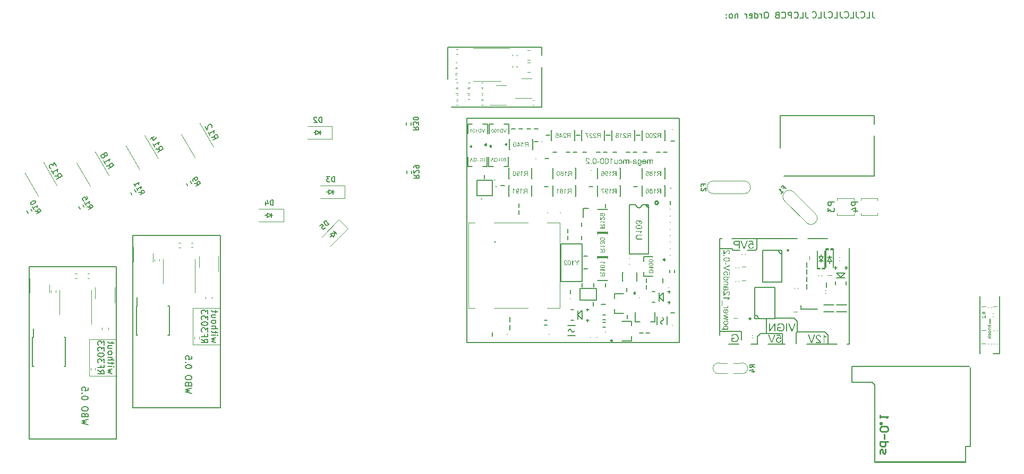
<source format=gbo>
G75*
G70*
%OFA0B0*%
%FSLAX25Y25*%
%IPPOS*%
%LPD*%
%AMOC8*
5,1,8,0,0,1.08239X$1,22.5*
%
%ADD225C,0.00300*%
%ADD68C,0.00787*%
%ADD70C,0.00472*%
%ADD81C,0.00500*%
%ADD82C,0.00669*%
%ADD83C,0.00591*%
%ADD84C,0.01000*%
%ADD85C,0.00390*%
%ADD86C,0.00800*%
%ADD87C,0.00394*%
%ADD93C,0.00984*%
X0000000Y0000000D02*
%LPD*%
G01*
D83*
X0504246Y0298544D02*
X0504246Y0295732D01*
X0504246Y0295732D02*
X0504433Y0295170D01*
X0504433Y0295170D02*
X0504808Y0294795D01*
X0504808Y0294795D02*
X0505371Y0294607D01*
X0505371Y0294607D02*
X0505746Y0294607D01*
X0500496Y0294607D02*
X0502371Y0294607D01*
X0502371Y0294607D02*
X0502371Y0298544D01*
X0496934Y0294982D02*
X0497122Y0294795D01*
X0497122Y0294795D02*
X0497684Y0294607D01*
X0497684Y0294607D02*
X0498059Y0294607D01*
X0498059Y0294607D02*
X0498622Y0294795D01*
X0498622Y0294795D02*
X0498997Y0295170D01*
X0498997Y0295170D02*
X0499184Y0295545D01*
X0499184Y0295545D02*
X0499371Y0296294D01*
X0499371Y0296294D02*
X0499371Y0296857D01*
X0499371Y0296857D02*
X0499184Y0297607D01*
X0499184Y0297607D02*
X0498997Y0297982D01*
X0498997Y0297982D02*
X0498622Y0298357D01*
X0498622Y0298357D02*
X0498059Y0298544D01*
X0498059Y0298544D02*
X0497684Y0298544D01*
X0497684Y0298544D02*
X0497122Y0298357D01*
X0497122Y0298357D02*
X0496934Y0298169D01*
X0495247Y0294607D02*
X0495247Y0298544D01*
X0495247Y0298544D02*
X0493747Y0298544D01*
X0493747Y0298544D02*
X0493372Y0298357D01*
X0493372Y0298357D02*
X0493185Y0298169D01*
X0493185Y0298169D02*
X0492997Y0297794D01*
X0492997Y0297794D02*
X0492997Y0297232D01*
X0492997Y0297232D02*
X0493185Y0296857D01*
X0493185Y0296857D02*
X0493372Y0296669D01*
X0493372Y0296669D02*
X0493747Y0296482D01*
X0493747Y0296482D02*
X0495247Y0296482D01*
X0489060Y0294982D02*
X0489248Y0294795D01*
X0489248Y0294795D02*
X0489810Y0294607D01*
X0489810Y0294607D02*
X0490185Y0294607D01*
X0490185Y0294607D02*
X0490748Y0294795D01*
X0490748Y0294795D02*
X0491122Y0295170D01*
X0491122Y0295170D02*
X0491310Y0295545D01*
X0491310Y0295545D02*
X0491497Y0296294D01*
X0491497Y0296294D02*
X0491497Y0296857D01*
X0491497Y0296857D02*
X0491310Y0297607D01*
X0491310Y0297607D02*
X0491122Y0297982D01*
X0491122Y0297982D02*
X0490748Y0298357D01*
X0490748Y0298357D02*
X0490185Y0298544D01*
X0490185Y0298544D02*
X0489810Y0298544D01*
X0489810Y0298544D02*
X0489248Y0298357D01*
X0489248Y0298357D02*
X0489060Y0298169D01*
X0486061Y0296669D02*
X0485498Y0296482D01*
X0485498Y0296482D02*
X0485311Y0296294D01*
X0485311Y0296294D02*
X0485123Y0295919D01*
X0485123Y0295919D02*
X0485123Y0295357D01*
X0485123Y0295357D02*
X0485311Y0294982D01*
X0485311Y0294982D02*
X0485498Y0294795D01*
X0485498Y0294795D02*
X0485873Y0294607D01*
X0485873Y0294607D02*
X0487373Y0294607D01*
X0487373Y0294607D02*
X0487373Y0298544D01*
X0487373Y0298544D02*
X0486061Y0298544D01*
X0486061Y0298544D02*
X0485686Y0298357D01*
X0485686Y0298357D02*
X0485498Y0298169D01*
X0485498Y0298169D02*
X0485311Y0297794D01*
X0485311Y0297794D02*
X0485311Y0297419D01*
X0485311Y0297419D02*
X0485498Y0297044D01*
X0485498Y0297044D02*
X0485686Y0296857D01*
X0485686Y0296857D02*
X0486061Y0296669D01*
X0486061Y0296669D02*
X0487373Y0296669D01*
X0479686Y0298544D02*
X0478937Y0298544D01*
X0478937Y0298544D02*
X0478562Y0298357D01*
X0478562Y0298357D02*
X0478187Y0297982D01*
X0478187Y0297982D02*
X0477999Y0297232D01*
X0477999Y0297232D02*
X0477999Y0295919D01*
X0477999Y0295919D02*
X0478187Y0295170D01*
X0478187Y0295170D02*
X0478562Y0294795D01*
X0478562Y0294795D02*
X0478937Y0294607D01*
X0478937Y0294607D02*
X0479686Y0294607D01*
X0479686Y0294607D02*
X0480061Y0294795D01*
X0480061Y0294795D02*
X0480436Y0295170D01*
X0480436Y0295170D02*
X0480624Y0295919D01*
X0480624Y0295919D02*
X0480624Y0297232D01*
X0480624Y0297232D02*
X0480436Y0297982D01*
X0480436Y0297982D02*
X0480061Y0298357D01*
X0480061Y0298357D02*
X0479686Y0298544D01*
X0476312Y0294607D02*
X0476312Y0297232D01*
X0476312Y0296482D02*
X0476124Y0296857D01*
X0476124Y0296857D02*
X0475937Y0297044D01*
X0475937Y0297044D02*
X0475562Y0297232D01*
X0475562Y0297232D02*
X0475187Y0297232D01*
X0472187Y0294607D02*
X0472187Y0298544D01*
X0472187Y0294795D02*
X0472562Y0294607D01*
X0472562Y0294607D02*
X0473312Y0294607D01*
X0473312Y0294607D02*
X0473687Y0294795D01*
X0473687Y0294795D02*
X0473875Y0294982D01*
X0473875Y0294982D02*
X0474062Y0295357D01*
X0474062Y0295357D02*
X0474062Y0296482D01*
X0474062Y0296482D02*
X0473875Y0296857D01*
X0473875Y0296857D02*
X0473687Y0297044D01*
X0473687Y0297044D02*
X0473312Y0297232D01*
X0473312Y0297232D02*
X0472562Y0297232D01*
X0472562Y0297232D02*
X0472187Y0297044D01*
X0468813Y0294795D02*
X0469188Y0294607D01*
X0469188Y0294607D02*
X0469938Y0294607D01*
X0469938Y0294607D02*
X0470313Y0294795D01*
X0470313Y0294795D02*
X0470500Y0295170D01*
X0470500Y0295170D02*
X0470500Y0296669D01*
X0470500Y0296669D02*
X0470313Y0297044D01*
X0470313Y0297044D02*
X0469938Y0297232D01*
X0469938Y0297232D02*
X0469188Y0297232D01*
X0469188Y0297232D02*
X0468813Y0297044D01*
X0468813Y0297044D02*
X0468625Y0296669D01*
X0468625Y0296669D02*
X0468625Y0296294D01*
X0468625Y0296294D02*
X0470500Y0295919D01*
X0466938Y0294607D02*
X0466938Y0297232D01*
X0466938Y0296482D02*
X0466751Y0296857D01*
X0466751Y0296857D02*
X0466563Y0297044D01*
X0466563Y0297044D02*
X0466188Y0297232D01*
X0466188Y0297232D02*
X0465813Y0297232D01*
X0461501Y0297232D02*
X0461501Y0294607D01*
X0461501Y0296857D02*
X0461314Y0297044D01*
X0461314Y0297044D02*
X0460939Y0297232D01*
X0460939Y0297232D02*
X0460376Y0297232D01*
X0460376Y0297232D02*
X0460001Y0297044D01*
X0460001Y0297044D02*
X0459814Y0296669D01*
X0459814Y0296669D02*
X0459814Y0294607D01*
X0457377Y0294607D02*
X0457752Y0294795D01*
X0457752Y0294795D02*
X0457939Y0294982D01*
X0457939Y0294982D02*
X0458127Y0295357D01*
X0458127Y0295357D02*
X0458127Y0296482D01*
X0458127Y0296482D02*
X0457939Y0296857D01*
X0457939Y0296857D02*
X0457752Y0297044D01*
X0457752Y0297044D02*
X0457377Y0297232D01*
X0457377Y0297232D02*
X0456814Y0297232D01*
X0456814Y0297232D02*
X0456439Y0297044D01*
X0456439Y0297044D02*
X0456252Y0296857D01*
X0456252Y0296857D02*
X0456064Y0296482D01*
X0456064Y0296482D02*
X0456064Y0295357D01*
X0456064Y0295357D02*
X0456252Y0294982D01*
X0456252Y0294982D02*
X0456439Y0294795D01*
X0456439Y0294795D02*
X0456814Y0294607D01*
X0456814Y0294607D02*
X0457377Y0294607D01*
X0454377Y0294982D02*
X0454190Y0294795D01*
X0454190Y0294795D02*
X0454377Y0294607D01*
X0454377Y0294607D02*
X0454565Y0294795D01*
X0454565Y0294795D02*
X0454377Y0294982D01*
X0454377Y0294982D02*
X0454377Y0294607D01*
X0454377Y0297044D02*
X0454190Y0296857D01*
X0454190Y0296857D02*
X0454377Y0296669D01*
X0454377Y0296669D02*
X0454565Y0296857D01*
X0454565Y0296857D02*
X0454377Y0297044D01*
X0454377Y0297044D02*
X0454377Y0296669D01*
X0546006Y0298741D02*
X0546006Y0295929D01*
X0546006Y0295929D02*
X0546194Y0295366D01*
X0546194Y0295366D02*
X0546569Y0294991D01*
X0546569Y0294991D02*
X0547131Y0294804D01*
X0547131Y0294804D02*
X0547506Y0294804D01*
X0542257Y0294804D02*
X0544131Y0294804D01*
X0544131Y0294804D02*
X0544131Y0298741D01*
X0538695Y0295179D02*
X0538882Y0294991D01*
X0538882Y0294991D02*
X0539445Y0294804D01*
X0539445Y0294804D02*
X0539820Y0294804D01*
X0539820Y0294804D02*
X0540382Y0294991D01*
X0540382Y0294991D02*
X0540757Y0295366D01*
X0540757Y0295366D02*
X0540944Y0295741D01*
X0540944Y0295741D02*
X0541132Y0296491D01*
X0541132Y0296491D02*
X0541132Y0297054D01*
X0541132Y0297054D02*
X0540944Y0297804D01*
X0540944Y0297804D02*
X0540757Y0298179D01*
X0540757Y0298179D02*
X0540382Y0298554D01*
X0540382Y0298554D02*
X0539820Y0298741D01*
X0539820Y0298741D02*
X0539445Y0298741D01*
X0539445Y0298741D02*
X0538882Y0298554D01*
X0538882Y0298554D02*
X0538695Y0298366D01*
X0535883Y0298741D02*
X0535883Y0295929D01*
X0535883Y0295929D02*
X0536070Y0295366D01*
X0536070Y0295366D02*
X0536445Y0294991D01*
X0536445Y0294991D02*
X0537007Y0294804D01*
X0537007Y0294804D02*
X0537382Y0294804D01*
X0532133Y0294804D02*
X0534008Y0294804D01*
X0534008Y0294804D02*
X0534008Y0298741D01*
X0528571Y0295179D02*
X0528758Y0294991D01*
X0528758Y0294991D02*
X0529321Y0294804D01*
X0529321Y0294804D02*
X0529696Y0294804D01*
X0529696Y0294804D02*
X0530258Y0294991D01*
X0530258Y0294991D02*
X0530633Y0295366D01*
X0530633Y0295366D02*
X0530821Y0295741D01*
X0530821Y0295741D02*
X0531008Y0296491D01*
X0531008Y0296491D02*
X0531008Y0297054D01*
X0531008Y0297054D02*
X0530821Y0297804D01*
X0530821Y0297804D02*
X0530633Y0298179D01*
X0530633Y0298179D02*
X0530258Y0298554D01*
X0530258Y0298554D02*
X0529696Y0298741D01*
X0529696Y0298741D02*
X0529321Y0298741D01*
X0529321Y0298741D02*
X0528758Y0298554D01*
X0528758Y0298554D02*
X0528571Y0298366D01*
X0525759Y0298741D02*
X0525759Y0295929D01*
X0525759Y0295929D02*
X0525946Y0295366D01*
X0525946Y0295366D02*
X0526321Y0294991D01*
X0526321Y0294991D02*
X0526884Y0294804D01*
X0526884Y0294804D02*
X0527259Y0294804D01*
X0522009Y0294804D02*
X0523884Y0294804D01*
X0523884Y0294804D02*
X0523884Y0298741D01*
X0518447Y0295179D02*
X0518635Y0294991D01*
X0518635Y0294991D02*
X0519197Y0294804D01*
X0519197Y0294804D02*
X0519572Y0294804D01*
X0519572Y0294804D02*
X0520134Y0294991D01*
X0520134Y0294991D02*
X0520509Y0295366D01*
X0520509Y0295366D02*
X0520697Y0295741D01*
X0520697Y0295741D02*
X0520884Y0296491D01*
X0520884Y0296491D02*
X0520884Y0297054D01*
X0520884Y0297054D02*
X0520697Y0297804D01*
X0520697Y0297804D02*
X0520509Y0298179D01*
X0520509Y0298179D02*
X0520134Y0298554D01*
X0520134Y0298554D02*
X0519572Y0298741D01*
X0519572Y0298741D02*
X0519197Y0298741D01*
X0519197Y0298741D02*
X0518635Y0298554D01*
X0518635Y0298554D02*
X0518447Y0298366D01*
X0515635Y0298741D02*
X0515635Y0295929D01*
X0515635Y0295929D02*
X0515823Y0295366D01*
X0515823Y0295366D02*
X0516197Y0294991D01*
X0516197Y0294991D02*
X0516760Y0294804D01*
X0516760Y0294804D02*
X0517135Y0294804D01*
X0511886Y0294804D02*
X0513760Y0294804D01*
X0513760Y0294804D02*
X0513760Y0298741D01*
X0508323Y0295179D02*
X0508511Y0294991D01*
X0508511Y0294991D02*
X0509073Y0294804D01*
X0509073Y0294804D02*
X0509448Y0294804D01*
X0509448Y0294804D02*
X0510011Y0294991D01*
X0510011Y0294991D02*
X0510386Y0295366D01*
X0510386Y0295366D02*
X0510573Y0295741D01*
X0510573Y0295741D02*
X0510761Y0296491D01*
X0510761Y0296491D02*
X0510761Y0297054D01*
X0510761Y0297054D02*
X0510573Y0297804D01*
X0510573Y0297804D02*
X0510386Y0298179D01*
X0510386Y0298179D02*
X0510011Y0298554D01*
X0510011Y0298554D02*
X0509448Y0298741D01*
X0509448Y0298741D02*
X0509073Y0298741D01*
X0509073Y0298741D02*
X0508511Y0298554D01*
X0508511Y0298554D02*
X0508323Y0298366D01*
D81*
X0471933Y0075008D02*
X0470504Y0076008D01*
X0471933Y0076722D02*
X0468933Y0076722D01*
X0468933Y0076722D02*
X0468933Y0075579D01*
X0468933Y0075579D02*
X0469076Y0075294D01*
X0469076Y0075294D02*
X0469218Y0075151D01*
X0469218Y0075151D02*
X0469504Y0075008D01*
X0469504Y0075008D02*
X0469933Y0075008D01*
X0469933Y0075008D02*
X0470218Y0075151D01*
X0470218Y0075151D02*
X0470361Y0075294D01*
X0470361Y0075294D02*
X0470504Y0075579D01*
X0470504Y0075579D02*
X0470504Y0076722D01*
X0469933Y0072437D02*
X0471933Y0072437D01*
X0468790Y0073151D02*
X0470933Y0073865D01*
X0470933Y0073865D02*
X0470933Y0072008D01*
D83*
X0521968Y0178989D02*
X0518031Y0178989D01*
X0518031Y0178989D02*
X0518031Y0177489D01*
X0518031Y0177489D02*
X0518218Y0177114D01*
X0518218Y0177114D02*
X0518406Y0176926D01*
X0518406Y0176926D02*
X0518781Y0176739D01*
X0518781Y0176739D02*
X0519343Y0176739D01*
X0519343Y0176739D02*
X0519718Y0176926D01*
X0519718Y0176926D02*
X0519906Y0177114D01*
X0519906Y0177114D02*
X0520093Y0177489D01*
X0520093Y0177489D02*
X0520093Y0178989D01*
X0518031Y0175427D02*
X0518031Y0172989D01*
X0518031Y0172989D02*
X0519531Y0174302D01*
X0519531Y0174302D02*
X0519531Y0173739D01*
X0519531Y0173739D02*
X0519718Y0173364D01*
X0519718Y0173364D02*
X0519906Y0173177D01*
X0519906Y0173177D02*
X0520281Y0172989D01*
X0520281Y0172989D02*
X0521218Y0172989D01*
X0521218Y0172989D02*
X0521593Y0173177D01*
X0521593Y0173177D02*
X0521780Y0173364D01*
X0521780Y0173364D02*
X0521968Y0173739D01*
X0521968Y0173739D02*
X0521968Y0174864D01*
X0521968Y0174864D02*
X0521780Y0175239D01*
X0521780Y0175239D02*
X0521593Y0175427D01*
X0536850Y0178989D02*
X0532913Y0178989D01*
X0532913Y0178989D02*
X0532913Y0177489D01*
X0532913Y0177489D02*
X0533100Y0177114D01*
X0533100Y0177114D02*
X0533288Y0176926D01*
X0533288Y0176926D02*
X0533663Y0176739D01*
X0533663Y0176739D02*
X0534225Y0176739D01*
X0534225Y0176739D02*
X0534600Y0176926D01*
X0534600Y0176926D02*
X0534787Y0177114D01*
X0534787Y0177114D02*
X0534975Y0177489D01*
X0534975Y0177489D02*
X0534975Y0178989D01*
X0534225Y0173364D02*
X0536850Y0173364D01*
X0532725Y0174302D02*
X0535537Y0175239D01*
X0535537Y0175239D02*
X0535537Y0172802D01*
D81*
X0439849Y0189288D02*
X0439849Y0190288D01*
X0441421Y0190288D02*
X0438421Y0190288D01*
X0438421Y0190288D02*
X0438421Y0188859D01*
X0438707Y0187859D02*
X0438564Y0187716D01*
X0438564Y0187716D02*
X0438421Y0187430D01*
X0438421Y0187430D02*
X0438421Y0186716D01*
X0438421Y0186716D02*
X0438564Y0186430D01*
X0438564Y0186430D02*
X0438707Y0186288D01*
X0438707Y0186288D02*
X0438992Y0186145D01*
X0438992Y0186145D02*
X0439278Y0186145D01*
X0439278Y0186145D02*
X0439707Y0186288D01*
X0439707Y0186288D02*
X0441421Y0188002D01*
X0441421Y0188002D02*
X0441421Y0186145D01*
X0489916Y0187680D02*
X0490623Y0188387D01*
X0491734Y0187276D02*
X0489612Y0189397D01*
X0489612Y0189397D02*
X0488602Y0188387D01*
X0488804Y0184346D02*
X0490017Y0185559D01*
X0489410Y0184953D02*
X0487289Y0187074D01*
X0487289Y0187074D02*
X0487794Y0186973D01*
X0487794Y0186973D02*
X0488198Y0186973D01*
X0488198Y0186973D02*
X0488501Y0187074D01*
D83*
X0096246Y0212410D02*
X0098526Y0212211D01*
X0097371Y0210461D02*
X0100781Y0212430D01*
X0100781Y0212430D02*
X0100031Y0213729D01*
X0100031Y0213729D02*
X0099681Y0213960D01*
X0099681Y0213960D02*
X0099425Y0214028D01*
X0099425Y0214028D02*
X0099006Y0214003D01*
X0099006Y0214003D02*
X0098519Y0213722D01*
X0098519Y0213722D02*
X0098288Y0213372D01*
X0098288Y0213372D02*
X0098220Y0213116D01*
X0098220Y0213116D02*
X0098245Y0212698D01*
X0098245Y0212698D02*
X0098995Y0211399D01*
X0094371Y0215657D02*
X0095496Y0213709D01*
X0094934Y0214683D02*
X0098343Y0216651D01*
X0098343Y0216651D02*
X0098044Y0216045D01*
X0098044Y0216045D02*
X0097907Y0215533D01*
X0097907Y0215533D02*
X0097932Y0215115D01*
X0094957Y0219892D02*
X0092684Y0218579D01*
X0096725Y0219830D02*
X0094758Y0217612D01*
X0094758Y0217612D02*
X0093539Y0219723D01*
X0130924Y0219839D02*
X0133204Y0219639D01*
X0132049Y0217890D02*
X0135458Y0219859D01*
X0135458Y0219859D02*
X0134709Y0221158D01*
X0134709Y0221158D02*
X0134359Y0221389D01*
X0134359Y0221389D02*
X0134103Y0221457D01*
X0134103Y0221457D02*
X0133684Y0221432D01*
X0133684Y0221432D02*
X0133197Y0221151D01*
X0133197Y0221151D02*
X0132966Y0220801D01*
X0132966Y0220801D02*
X0132898Y0220545D01*
X0132898Y0220545D02*
X0132923Y0220126D01*
X0132923Y0220126D02*
X0133673Y0218828D01*
X0129049Y0223086D02*
X0130174Y0221137D01*
X0129612Y0222112D02*
X0133021Y0224080D01*
X0133021Y0224080D02*
X0132722Y0223474D01*
X0132722Y0223474D02*
X0132584Y0222962D01*
X0132584Y0222962D02*
X0132610Y0222543D01*
X0131384Y0226166D02*
X0131453Y0226422D01*
X0131453Y0226422D02*
X0131428Y0226840D01*
X0131428Y0226840D02*
X0130959Y0227652D01*
X0130959Y0227652D02*
X0130609Y0227883D01*
X0130609Y0227883D02*
X0130353Y0227952D01*
X0130353Y0227952D02*
X0129935Y0227926D01*
X0129935Y0227926D02*
X0129610Y0227739D01*
X0129610Y0227739D02*
X0129217Y0227295D01*
X0129217Y0227295D02*
X0128393Y0224222D01*
X0128393Y0224222D02*
X0127175Y0226333D01*
D82*
X0053015Y0175918D02*
X0054884Y0175755D01*
X0053937Y0174321D02*
X0056733Y0175935D01*
X0056733Y0175935D02*
X0056118Y0177000D01*
X0056118Y0177000D02*
X0055831Y0177189D01*
X0055831Y0177189D02*
X0055621Y0177246D01*
X0055621Y0177246D02*
X0055278Y0177225D01*
X0055278Y0177225D02*
X0054879Y0176994D01*
X0054879Y0176994D02*
X0054689Y0176708D01*
X0054689Y0176708D02*
X0054633Y0176498D01*
X0054633Y0176498D02*
X0054654Y0176154D01*
X0054654Y0176154D02*
X0055268Y0175089D01*
X0051477Y0178581D02*
X0052400Y0176983D01*
X0051939Y0177782D02*
X0054734Y0179396D01*
X0054734Y0179396D02*
X0054489Y0178899D01*
X0054489Y0178899D02*
X0054376Y0178479D01*
X0054376Y0178479D02*
X0054397Y0178136D01*
X0052813Y0182725D02*
X0053581Y0181393D01*
X0053581Y0181393D02*
X0052327Y0180492D01*
X0052327Y0180492D02*
X0052383Y0180702D01*
X0052383Y0180702D02*
X0052363Y0181045D01*
X0052363Y0181045D02*
X0051978Y0181710D01*
X0051978Y0181710D02*
X0051691Y0181900D01*
X0051691Y0181900D02*
X0051481Y0181956D01*
X0051481Y0181956D02*
X0051138Y0181935D01*
X0051138Y0181935D02*
X0050473Y0181551D01*
X0050473Y0181551D02*
X0050283Y0181264D01*
X0050283Y0181264D02*
X0050227Y0181054D01*
X0050227Y0181054D02*
X0050248Y0180711D01*
X0050248Y0180711D02*
X0050632Y0180045D01*
X0050632Y0180045D02*
X0050919Y0179856D01*
X0050919Y0179856D02*
X0051129Y0179800D01*
X0200296Y0229152D02*
X0200296Y0232380D01*
X0200296Y0232380D02*
X0199528Y0232380D01*
X0199528Y0232380D02*
X0199066Y0232226D01*
X0199066Y0232226D02*
X0198759Y0231919D01*
X0198759Y0231919D02*
X0198605Y0231611D01*
X0198605Y0231611D02*
X0198451Y0230996D01*
X0198451Y0230996D02*
X0198451Y0230535D01*
X0198451Y0230535D02*
X0198605Y0229920D01*
X0198605Y0229920D02*
X0198759Y0229613D01*
X0198759Y0229613D02*
X0199066Y0229305D01*
X0199066Y0229305D02*
X0199528Y0229152D01*
X0199528Y0229152D02*
X0200296Y0229152D01*
X0197222Y0232073D02*
X0197068Y0232226D01*
X0197068Y0232226D02*
X0196760Y0232380D01*
X0196760Y0232380D02*
X0195992Y0232380D01*
X0195992Y0232380D02*
X0195684Y0232226D01*
X0195684Y0232226D02*
X0195531Y0232073D01*
X0195531Y0232073D02*
X0195377Y0231765D01*
X0195377Y0231765D02*
X0195377Y0231458D01*
X0195377Y0231458D02*
X0195531Y0230996D01*
X0195531Y0230996D02*
X0197375Y0229152D01*
X0197375Y0229152D02*
X0195377Y0229152D01*
X0204876Y0165130D02*
X0202594Y0167413D01*
X0202594Y0167413D02*
X0202050Y0166870D01*
X0202050Y0166870D02*
X0201833Y0166435D01*
X0201833Y0166435D02*
X0201833Y0166000D01*
X0201833Y0166000D02*
X0201941Y0165674D01*
X0201941Y0165674D02*
X0202268Y0165130D01*
X0202268Y0165130D02*
X0202594Y0164804D01*
X0202594Y0164804D02*
X0203137Y0164478D01*
X0203137Y0164478D02*
X0203463Y0164369D01*
X0203463Y0164369D02*
X0203898Y0164369D01*
X0203898Y0164369D02*
X0204333Y0164587D01*
X0204333Y0164587D02*
X0204876Y0165130D01*
X0199224Y0164043D02*
X0200311Y0165130D01*
X0200311Y0165130D02*
X0201507Y0164152D01*
X0201507Y0164152D02*
X0201289Y0164152D01*
X0201289Y0164152D02*
X0200963Y0164043D01*
X0200963Y0164043D02*
X0200420Y0163500D01*
X0200420Y0163500D02*
X0200311Y0163174D01*
X0200311Y0163174D02*
X0200311Y0162956D01*
X0200311Y0162956D02*
X0200420Y0162630D01*
X0200420Y0162630D02*
X0200963Y0162087D01*
X0200963Y0162087D02*
X0201289Y0161978D01*
X0201289Y0161978D02*
X0201507Y0161978D01*
X0201507Y0161978D02*
X0201833Y0162087D01*
X0201833Y0162087D02*
X0202376Y0162630D01*
X0202376Y0162630D02*
X0202485Y0162956D01*
X0202485Y0162956D02*
X0202485Y0163174D01*
X0257827Y0226339D02*
X0259364Y0225263D01*
X0257827Y0224494D02*
X0261055Y0224494D01*
X0261055Y0224494D02*
X0261055Y0225724D01*
X0261055Y0225724D02*
X0260901Y0226032D01*
X0260901Y0226032D02*
X0260748Y0226185D01*
X0260748Y0226185D02*
X0260440Y0226339D01*
X0260440Y0226339D02*
X0259979Y0226339D01*
X0259979Y0226339D02*
X0259672Y0226185D01*
X0259672Y0226185D02*
X0259518Y0226032D01*
X0259518Y0226032D02*
X0259364Y0225724D01*
X0259364Y0225724D02*
X0259364Y0224494D01*
X0261055Y0227415D02*
X0261055Y0229414D01*
X0261055Y0229414D02*
X0259825Y0228338D01*
X0259825Y0228338D02*
X0259825Y0228799D01*
X0259825Y0228799D02*
X0259672Y0229106D01*
X0259672Y0229106D02*
X0259518Y0229260D01*
X0259518Y0229260D02*
X0259210Y0229414D01*
X0259210Y0229414D02*
X0258442Y0229414D01*
X0258442Y0229414D02*
X0258134Y0229260D01*
X0258134Y0229260D02*
X0257981Y0229106D01*
X0257981Y0229106D02*
X0257827Y0228799D01*
X0257827Y0228799D02*
X0257827Y0227876D01*
X0257827Y0227876D02*
X0257981Y0227569D01*
X0257981Y0227569D02*
X0258134Y0227415D01*
X0261055Y0231412D02*
X0261055Y0231720D01*
X0261055Y0231720D02*
X0260901Y0232027D01*
X0260901Y0232027D02*
X0260748Y0232181D01*
X0260748Y0232181D02*
X0260440Y0232335D01*
X0260440Y0232335D02*
X0259825Y0232488D01*
X0259825Y0232488D02*
X0259057Y0232488D01*
X0259057Y0232488D02*
X0258442Y0232335D01*
X0258442Y0232335D02*
X0258134Y0232181D01*
X0258134Y0232181D02*
X0257981Y0232027D01*
X0257981Y0232027D02*
X0257827Y0231720D01*
X0257827Y0231720D02*
X0257827Y0231412D01*
X0257827Y0231412D02*
X0257981Y0231105D01*
X0257981Y0231105D02*
X0258134Y0230951D01*
X0258134Y0230951D02*
X0258442Y0230797D01*
X0258442Y0230797D02*
X0259057Y0230644D01*
X0259057Y0230644D02*
X0259825Y0230644D01*
X0259825Y0230644D02*
X0260440Y0230797D01*
X0260440Y0230797D02*
X0260748Y0230951D01*
X0260748Y0230951D02*
X0260901Y0231105D01*
X0260901Y0231105D02*
X0261055Y0231412D01*
X0120534Y0190682D02*
X0122404Y0190519D01*
X0121457Y0189084D02*
X0124253Y0190699D01*
X0124253Y0190699D02*
X0123638Y0191764D01*
X0123638Y0191764D02*
X0123351Y0191953D01*
X0123351Y0191953D02*
X0123141Y0192009D01*
X0123141Y0192009D02*
X0122798Y0191989D01*
X0122798Y0191989D02*
X0122398Y0191758D01*
X0122398Y0191758D02*
X0122209Y0191471D01*
X0122209Y0191471D02*
X0122153Y0191261D01*
X0122153Y0191261D02*
X0122173Y0190918D01*
X0122173Y0190918D02*
X0122788Y0189853D01*
X0119766Y0192013D02*
X0119458Y0192546D01*
X0119458Y0192546D02*
X0119438Y0192889D01*
X0119438Y0192889D02*
X0119494Y0193099D01*
X0119494Y0193099D02*
X0119740Y0193596D01*
X0119740Y0193596D02*
X0120195Y0194037D01*
X0120195Y0194037D02*
X0121260Y0194651D01*
X0121260Y0194651D02*
X0121604Y0194672D01*
X0121604Y0194672D02*
X0121814Y0194616D01*
X0121814Y0194616D02*
X0122100Y0194426D01*
X0122100Y0194426D02*
X0122408Y0193894D01*
X0122408Y0193894D02*
X0122428Y0193551D01*
X0122428Y0193551D02*
X0122372Y0193341D01*
X0122372Y0193341D02*
X0122183Y0193054D01*
X0122183Y0193054D02*
X0121517Y0192670D01*
X0121517Y0192670D02*
X0121174Y0192649D01*
X0121174Y0192649D02*
X0120964Y0192705D01*
X0120964Y0192705D02*
X0120677Y0192895D01*
X0120677Y0192895D02*
X0120370Y0193427D01*
X0120370Y0193427D02*
X0120349Y0193770D01*
X0120349Y0193770D02*
X0120405Y0193980D01*
X0120405Y0193980D02*
X0120595Y0194267D01*
D83*
X0065242Y0201874D02*
X0067522Y0201674D01*
X0066367Y0199925D02*
X0069777Y0201894D01*
X0069777Y0201894D02*
X0069027Y0203193D01*
X0069027Y0203193D02*
X0068677Y0203424D01*
X0068677Y0203424D02*
X0068421Y0203492D01*
X0068421Y0203492D02*
X0068002Y0203467D01*
X0068002Y0203467D02*
X0067515Y0203186D01*
X0067515Y0203186D02*
X0067284Y0202836D01*
X0067284Y0202836D02*
X0067216Y0202580D01*
X0067216Y0202580D02*
X0067241Y0202162D01*
X0067241Y0202162D02*
X0067991Y0200863D01*
X0063367Y0205121D02*
X0064492Y0203172D01*
X0063930Y0204147D02*
X0067339Y0206115D01*
X0067339Y0206115D02*
X0067040Y0205509D01*
X0067040Y0205509D02*
X0066903Y0204997D01*
X0066903Y0204997D02*
X0066928Y0204579D01*
X0064191Y0208194D02*
X0064541Y0207963D01*
X0064541Y0207963D02*
X0064797Y0207894D01*
X0064797Y0207894D02*
X0065215Y0207919D01*
X0065215Y0207919D02*
X0065378Y0208013D01*
X0065378Y0208013D02*
X0065609Y0208363D01*
X0065609Y0208363D02*
X0065677Y0208619D01*
X0065677Y0208619D02*
X0065652Y0209038D01*
X0065652Y0209038D02*
X0065277Y0209687D01*
X0065277Y0209687D02*
X0064927Y0209918D01*
X0064927Y0209918D02*
X0064671Y0209987D01*
X0064671Y0209987D02*
X0064253Y0209962D01*
X0064253Y0209962D02*
X0064090Y0209868D01*
X0064090Y0209868D02*
X0063859Y0209518D01*
X0063859Y0209518D02*
X0063791Y0209262D01*
X0063791Y0209262D02*
X0063816Y0208843D01*
X0063816Y0208843D02*
X0064191Y0208194D01*
X0064191Y0208194D02*
X0064216Y0207775D01*
X0064216Y0207775D02*
X0064147Y0207519D01*
X0064147Y0207519D02*
X0063916Y0207170D01*
X0063916Y0207170D02*
X0063267Y0206795D01*
X0063267Y0206795D02*
X0062849Y0206769D01*
X0062849Y0206769D02*
X0062592Y0206838D01*
X0062592Y0206838D02*
X0062243Y0207069D01*
X0062243Y0207069D02*
X0061868Y0207719D01*
X0061868Y0207719D02*
X0061843Y0208137D01*
X0061843Y0208137D02*
X0061911Y0208393D01*
X0061911Y0208393D02*
X0062142Y0208743D01*
X0062142Y0208743D02*
X0062792Y0209118D01*
X0062792Y0209118D02*
X0063210Y0209143D01*
X0063210Y0209143D02*
X0063466Y0209074D01*
X0063466Y0209074D02*
X0063816Y0208843D01*
D82*
X0258221Y0196024D02*
X0259758Y0194948D01*
X0258221Y0194179D02*
X0261449Y0194179D01*
X0261449Y0194179D02*
X0261449Y0195409D01*
X0261449Y0195409D02*
X0261295Y0195717D01*
X0261295Y0195717D02*
X0261141Y0195870D01*
X0261141Y0195870D02*
X0260834Y0196024D01*
X0260834Y0196024D02*
X0260373Y0196024D01*
X0260373Y0196024D02*
X0260065Y0195870D01*
X0260065Y0195870D02*
X0259912Y0195717D01*
X0259912Y0195717D02*
X0259758Y0195409D01*
X0259758Y0195409D02*
X0259758Y0194179D01*
X0261141Y0197254D02*
X0261295Y0197408D01*
X0261295Y0197408D02*
X0261449Y0197715D01*
X0261449Y0197715D02*
X0261449Y0198484D01*
X0261449Y0198484D02*
X0261295Y0198791D01*
X0261295Y0198791D02*
X0261141Y0198945D01*
X0261141Y0198945D02*
X0260834Y0199099D01*
X0260834Y0199099D02*
X0260526Y0199099D01*
X0260526Y0199099D02*
X0260065Y0198945D01*
X0260065Y0198945D02*
X0258221Y0197100D01*
X0258221Y0197100D02*
X0258221Y0199099D01*
X0258221Y0200636D02*
X0258221Y0201251D01*
X0258221Y0201251D02*
X0258374Y0201558D01*
X0258374Y0201558D02*
X0258528Y0201712D01*
X0258528Y0201712D02*
X0258989Y0202020D01*
X0258989Y0202020D02*
X0259604Y0202173D01*
X0259604Y0202173D02*
X0260834Y0202173D01*
X0260834Y0202173D02*
X0261141Y0202020D01*
X0261141Y0202020D02*
X0261295Y0201866D01*
X0261295Y0201866D02*
X0261449Y0201558D01*
X0261449Y0201558D02*
X0261449Y0200943D01*
X0261449Y0200943D02*
X0261295Y0200636D01*
X0261295Y0200636D02*
X0261141Y0200482D01*
X0261141Y0200482D02*
X0260834Y0200329D01*
X0260834Y0200329D02*
X0260065Y0200329D01*
X0260065Y0200329D02*
X0259758Y0200482D01*
X0259758Y0200482D02*
X0259604Y0200636D01*
X0259604Y0200636D02*
X0259450Y0200943D01*
X0259450Y0200943D02*
X0259450Y0201558D01*
X0259450Y0201558D02*
X0259604Y0201866D01*
X0259604Y0201866D02*
X0259758Y0202020D01*
X0259758Y0202020D02*
X0260065Y0202173D01*
X0208387Y0191750D02*
X0208387Y0194978D01*
X0208387Y0194978D02*
X0207618Y0194978D01*
X0207618Y0194978D02*
X0207157Y0194825D01*
X0207157Y0194825D02*
X0206849Y0194517D01*
X0206849Y0194517D02*
X0206696Y0194210D01*
X0206696Y0194210D02*
X0206542Y0193595D01*
X0206542Y0193595D02*
X0206542Y0193134D01*
X0206542Y0193134D02*
X0206696Y0192519D01*
X0206696Y0192519D02*
X0206849Y0192211D01*
X0206849Y0192211D02*
X0207157Y0191904D01*
X0207157Y0191904D02*
X0207618Y0191750D01*
X0207618Y0191750D02*
X0208387Y0191750D01*
X0205466Y0194978D02*
X0203467Y0194978D01*
X0203467Y0194978D02*
X0204543Y0193749D01*
X0204543Y0193749D02*
X0204082Y0193749D01*
X0204082Y0193749D02*
X0203775Y0193595D01*
X0203775Y0193595D02*
X0203621Y0193441D01*
X0203621Y0193441D02*
X0203467Y0193134D01*
X0203467Y0193134D02*
X0203467Y0192365D01*
X0203467Y0192365D02*
X0203621Y0192058D01*
X0203621Y0192058D02*
X0203775Y0191904D01*
X0203775Y0191904D02*
X0204082Y0191750D01*
X0204082Y0191750D02*
X0205005Y0191750D01*
X0205005Y0191750D02*
X0205312Y0191904D01*
X0205312Y0191904D02*
X0205466Y0192058D01*
X0169784Y0177085D02*
X0169784Y0180313D01*
X0169784Y0180313D02*
X0169016Y0180313D01*
X0169016Y0180313D02*
X0168555Y0180159D01*
X0168555Y0180159D02*
X0168247Y0179852D01*
X0168247Y0179852D02*
X0168093Y0179544D01*
X0168093Y0179544D02*
X0167940Y0178930D01*
X0167940Y0178930D02*
X0167940Y0178468D01*
X0167940Y0178468D02*
X0168093Y0177853D01*
X0168093Y0177853D02*
X0168247Y0177546D01*
X0168247Y0177546D02*
X0168555Y0177238D01*
X0168555Y0177238D02*
X0169016Y0177085D01*
X0169016Y0177085D02*
X0169784Y0177085D01*
X0165172Y0179237D02*
X0165172Y0177085D01*
X0165941Y0180467D02*
X0166710Y0178161D01*
X0166710Y0178161D02*
X0164711Y0178161D01*
X0020338Y0173359D02*
X0022207Y0173196D01*
X0021260Y0171762D02*
X0024056Y0173376D01*
X0024056Y0173376D02*
X0023441Y0174441D01*
X0023441Y0174441D02*
X0023154Y0174630D01*
X0023154Y0174630D02*
X0022944Y0174687D01*
X0022944Y0174687D02*
X0022601Y0174666D01*
X0022601Y0174666D02*
X0022201Y0174435D01*
X0022201Y0174435D02*
X0022012Y0174148D01*
X0022012Y0174148D02*
X0021956Y0173938D01*
X0021956Y0173938D02*
X0021976Y0173595D01*
X0021976Y0173595D02*
X0022591Y0172530D01*
X0018800Y0176022D02*
X0019723Y0174424D01*
X0019261Y0175223D02*
X0022057Y0176837D01*
X0022057Y0176837D02*
X0021812Y0176340D01*
X0021812Y0176340D02*
X0021699Y0175920D01*
X0021699Y0175920D02*
X0021720Y0175577D01*
X0020597Y0179367D02*
X0020443Y0179633D01*
X0020443Y0179633D02*
X0020156Y0179823D01*
X0020156Y0179823D02*
X0019946Y0179879D01*
X0019946Y0179879D02*
X0019603Y0179858D01*
X0019603Y0179858D02*
X0018994Y0179684D01*
X0018994Y0179684D02*
X0018328Y0179300D01*
X0018328Y0179300D02*
X0017872Y0178859D01*
X0017872Y0178859D02*
X0017683Y0178572D01*
X0017683Y0178572D02*
X0017627Y0178362D01*
X0017627Y0178362D02*
X0017647Y0178019D01*
X0017647Y0178019D02*
X0017801Y0177753D01*
X0017801Y0177753D02*
X0018088Y0177563D01*
X0018088Y0177563D02*
X0018298Y0177507D01*
X0018298Y0177507D02*
X0018641Y0177528D01*
X0018641Y0177528D02*
X0019250Y0177702D01*
X0019250Y0177702D02*
X0019916Y0178086D01*
X0019916Y0178086D02*
X0020372Y0178527D01*
X0020372Y0178527D02*
X0020561Y0178814D01*
X0020561Y0178814D02*
X0020617Y0179024D01*
X0020617Y0179024D02*
X0020597Y0179367D01*
D83*
X0032730Y0195429D02*
X0035009Y0195230D01*
X0033855Y0193481D02*
X0037264Y0195449D01*
X0037264Y0195449D02*
X0036514Y0196748D01*
X0036514Y0196748D02*
X0036164Y0196979D01*
X0036164Y0196979D02*
X0035908Y0197048D01*
X0035908Y0197048D02*
X0035490Y0197023D01*
X0035490Y0197023D02*
X0035003Y0196741D01*
X0035003Y0196741D02*
X0034772Y0196392D01*
X0034772Y0196392D02*
X0034703Y0196135D01*
X0034703Y0196135D02*
X0034728Y0195717D01*
X0034728Y0195717D02*
X0035478Y0194418D01*
X0030855Y0198676D02*
X0031980Y0196728D01*
X0031417Y0197702D02*
X0034827Y0199671D01*
X0034827Y0199671D02*
X0034527Y0199065D01*
X0034527Y0199065D02*
X0034390Y0198552D01*
X0034390Y0198552D02*
X0034415Y0198134D01*
X0033608Y0201781D02*
X0032390Y0203892D01*
X0032390Y0203892D02*
X0031747Y0202006D01*
X0031747Y0202006D02*
X0031466Y0202493D01*
X0031466Y0202493D02*
X0031116Y0202724D01*
X0031116Y0202724D02*
X0030860Y0202792D01*
X0030860Y0202792D02*
X0030441Y0202767D01*
X0030441Y0202767D02*
X0029630Y0202298D01*
X0029630Y0202298D02*
X0029399Y0201949D01*
X0029399Y0201949D02*
X0029330Y0201692D01*
X0029330Y0201692D02*
X0029355Y0201274D01*
X0029355Y0201274D02*
X0029918Y0200300D01*
X0029918Y0200300D02*
X0030267Y0200069D01*
X0030267Y0200069D02*
X0030523Y0200000D01*
D82*
X0085495Y0185170D02*
X0087364Y0185007D01*
X0086417Y0183573D02*
X0089213Y0185187D01*
X0089213Y0185187D02*
X0088598Y0186252D01*
X0088598Y0186252D02*
X0088311Y0186441D01*
X0088311Y0186441D02*
X0088101Y0186498D01*
X0088101Y0186498D02*
X0087758Y0186477D01*
X0087758Y0186477D02*
X0087359Y0186246D01*
X0087359Y0186246D02*
X0087170Y0185960D01*
X0087170Y0185960D02*
X0087113Y0185750D01*
X0087113Y0185750D02*
X0087134Y0185406D01*
X0087134Y0185406D02*
X0087749Y0184341D01*
X0083958Y0187833D02*
X0084880Y0186235D01*
X0084419Y0187034D02*
X0087215Y0188648D01*
X0087215Y0188648D02*
X0086969Y0188151D01*
X0086969Y0188151D02*
X0086857Y0187731D01*
X0086857Y0187731D02*
X0086877Y0187388D01*
X0082420Y0190496D02*
X0083343Y0188898D01*
X0082882Y0189697D02*
X0085677Y0191311D01*
X0085677Y0191311D02*
X0085432Y0190814D01*
X0085432Y0190814D02*
X0085319Y0190394D01*
X0085319Y0190394D02*
X0085340Y0190051D01*
D85*
X0462791Y0077658D02*
X0458791Y0077658D01*
X0458791Y0071358D02*
X0462791Y0071358D01*
X0454791Y0077658D02*
X0450791Y0077658D01*
X0450791Y0071358D02*
X0454791Y0071358D01*
D70*
X0462992Y0071358D02*
G75*
G03*
X0463008Y0077664I0001299J0003150D01*
G01*
X0450557Y0077671D02*
G75*
G03*
X0450591Y0071358I-001265J-003163D01*
G01*
D68*
X0613386Y0083858D02*
X0613386Y0119685D01*
X0625591Y0083858D02*
X0621654Y0083858D01*
X0625591Y0083858D02*
X0625591Y0119685D01*
X0338386Y0238583D02*
X0338386Y0263780D01*
X0338386Y0276378D02*
X0338386Y0271260D01*
X0338386Y0276378D02*
X0279331Y0276378D01*
X0281693Y0238583D02*
X0338386Y0238583D01*
X0279331Y0276378D02*
X0279331Y0256299D01*
X0533169Y0075689D02*
X0606594Y0075689D01*
X0533169Y0065847D02*
X0533169Y0075689D01*
X0533169Y0065847D02*
X0545768Y0065847D01*
X0545768Y0065847D02*
X0547539Y0064075D01*
X0547539Y0015551D02*
X0547539Y0064075D01*
X0547539Y0015551D02*
X0604434Y0015551D01*
X0604434Y0025435D02*
X0607382Y0025435D01*
X0604434Y0015551D02*
X0604434Y0025435D01*
X0607382Y0025435D02*
X0607382Y0074902D01*
X0071555Y0030118D02*
X0016831Y0030118D01*
X0016831Y0030118D02*
X0016831Y0138386D01*
X0016831Y0138386D02*
X0071555Y0138386D01*
X0071555Y0138386D02*
X0071555Y0030118D01*
X0505315Y0155906D02*
X0517913Y0155906D01*
X0457677Y0155906D02*
X0498622Y0155906D01*
X0450197Y0155906D02*
X0451378Y0155906D01*
X0450197Y0155906D02*
X0450197Y0095276D01*
X0531299Y0150000D02*
X0531299Y0089764D01*
X0504921Y0089764D02*
X0523819Y0089764D01*
X0480512Y0089764D02*
X0491142Y0089764D01*
X0469882Y0089764D02*
X0474213Y0089764D01*
X0455906Y0089764D02*
X0462008Y0089764D01*
X0530118Y0089764D02*
X0531299Y0089764D01*
X0547244Y0195473D02*
X0547244Y0220669D01*
X0547244Y0233268D02*
X0547244Y0228150D01*
X0547244Y0233268D02*
X0488189Y0233268D01*
X0490551Y0195473D02*
X0547244Y0195473D01*
X0488189Y0233268D02*
X0488189Y0213189D01*
D70*
X0534272Y0170847D02*
X0523799Y0170847D01*
X0523799Y0172006D02*
X0523799Y0170847D01*
X0534272Y0172050D02*
X0534272Y0170847D01*
X0523799Y0180116D02*
X0523799Y0181319D01*
X0534272Y0180160D02*
X0534272Y0181319D01*
X0523799Y0181319D02*
X0534272Y0181319D01*
X0549154Y0170847D02*
X0538681Y0170847D01*
X0538681Y0172006D02*
X0538681Y0170847D01*
X0549154Y0172050D02*
X0549154Y0170847D01*
X0538681Y0180116D02*
X0538681Y0181319D01*
X0549154Y0180160D02*
X0549154Y0181319D01*
X0538681Y0181319D02*
X0549154Y0181319D01*
X0465256Y0192225D02*
X0446161Y0192225D01*
X0465256Y0184351D02*
X0446161Y0184351D01*
X0446161Y0192225D02*
G75*
G03*
X0446161Y0184351I0000000J-003937D01*
G01*
X0465453Y0184351D02*
G75*
G03*
X0465453Y0192225I0000000J0003937D01*
G01*
D68*
X0424606Y0090748D02*
X0291535Y0090748D01*
X0424606Y0231693D02*
X0424606Y0090748D01*
X0424606Y0231693D02*
X0291535Y0231693D01*
X0291535Y0231693D02*
X0291535Y0090748D01*
D70*
X0509957Y0171792D02*
X0496455Y0185294D01*
X0504390Y0166224D02*
X0490888Y0179726D01*
X0496455Y0185294D02*
G75*
G03*
X0490888Y0179726I-002784J-002784D01*
G01*
X0504529Y0166085D02*
G75*
G03*
X0510097Y0171652I0002784J0002784D01*
G01*
D68*
X0136614Y0049705D02*
X0081890Y0049705D01*
X0081890Y0049705D02*
X0081890Y0157973D01*
X0081890Y0157973D02*
X0136614Y0157973D01*
X0136614Y0157973D02*
X0136614Y0049705D01*
D70*
X0086054Y0199550D02*
X0077483Y0214396D01*
X0097714Y0206283D02*
X0089143Y0221128D01*
X0120732Y0206979D02*
X0112160Y0221825D01*
X0132392Y0213712D02*
X0123821Y0228557D01*
D86*
X0048639Y0174569D02*
X0047852Y0175933D01*
X0051180Y0176041D02*
X0050393Y0177404D01*
D70*
X0206772Y0218799D02*
X0191417Y0218799D01*
X0206772Y0226673D02*
X0206772Y0218799D01*
X0206772Y0226673D02*
X0191417Y0226673D01*
D82*
X0200079Y0222736D02*
X0199291Y0222736D01*
X0199291Y0221358D02*
X0199291Y0224114D01*
X0199291Y0222736D02*
X0196535Y0221358D01*
X0199291Y0222736D02*
X0196535Y0224114D01*
X0196535Y0221358D02*
X0196535Y0224114D01*
X0196535Y0222736D02*
X0195354Y0222736D01*
D70*
X0216775Y0162389D02*
X0205918Y0151532D01*
X0211208Y0167957D02*
X0216775Y0162389D01*
X0211208Y0167957D02*
X0200351Y0157100D01*
D82*
X0209259Y0160440D02*
X0208702Y0159883D01*
X0209677Y0158909D02*
X0207728Y0160858D01*
X0208702Y0159883D02*
X0207728Y0156960D01*
X0208702Y0159883D02*
X0205779Y0158909D01*
X0207728Y0156960D02*
X0205779Y0158909D01*
X0206753Y0157935D02*
X0205918Y0157100D01*
D86*
X0253363Y0227358D02*
X0253363Y0228933D01*
X0256299Y0227362D02*
X0256299Y0228937D01*
X0116159Y0189333D02*
X0115372Y0190696D01*
X0118700Y0190804D02*
X0117912Y0192168D01*
D70*
X0055050Y0189014D02*
X0046479Y0203860D01*
X0066710Y0195747D02*
X0058139Y0210592D01*
D86*
X0253757Y0197043D02*
X0253756Y0198618D01*
X0256693Y0197047D02*
X0256693Y0198622D01*
D70*
X0214862Y0181398D02*
X0199508Y0181398D01*
X0214862Y0189272D02*
X0214862Y0181398D01*
X0214862Y0189272D02*
X0199508Y0189272D01*
D82*
X0208169Y0185335D02*
X0207382Y0185335D01*
X0207382Y0183957D02*
X0207382Y0186713D01*
X0207382Y0185335D02*
X0204626Y0183957D01*
X0207382Y0185335D02*
X0204626Y0186713D01*
X0204626Y0183957D02*
X0204626Y0186713D01*
X0204626Y0185335D02*
X0203445Y0185335D01*
D70*
X0176260Y0166732D02*
X0160906Y0166732D01*
X0176260Y0174606D02*
X0176260Y0166732D01*
X0176260Y0174606D02*
X0160906Y0174606D01*
D82*
X0169567Y0170669D02*
X0168780Y0170669D01*
X0168780Y0169291D02*
X0168780Y0172047D01*
X0168780Y0170669D02*
X0166024Y0169291D01*
X0168780Y0170669D02*
X0166024Y0172047D01*
X0166024Y0169291D02*
X0166024Y0172047D01*
X0166024Y0170669D02*
X0164843Y0170669D01*
D86*
X0015962Y0172010D02*
X0015175Y0173374D01*
X0018503Y0173482D02*
X0017716Y0174845D01*
D70*
X0022537Y0182570D02*
X0013966Y0197415D01*
X0034198Y0189302D02*
X0025627Y0204148D01*
D86*
X0081120Y0183821D02*
X0080332Y0185185D01*
X0083660Y0185293D02*
X0082873Y0186656D01*
X0449803Y0156291D02*
G01*
G75*
G36*
X0462002Y0093377D02*
X0461997Y0093241D01*
X0461980Y0093115D01*
X0461959Y0092990D01*
X0461937Y0092875D01*
X0461909Y0092760D01*
X0461882Y0092657D01*
X0461855Y0092564D01*
X0461828Y0092476D01*
X0461800Y0092400D01*
X0461773Y0092334D01*
X0461751Y0092274D01*
X0461729Y0092231D01*
X0461713Y0092198D01*
X0461707Y0092176D01*
X0461702Y0092171D01*
X0461642Y0092061D01*
X0461571Y0091958D01*
X0461500Y0091865D01*
X0461429Y0091772D01*
X0461352Y0091690D01*
X0461276Y0091619D01*
X0461200Y0091548D01*
X0461129Y0091488D01*
X0461058Y0091433D01*
X0460992Y0091384D01*
X0460932Y0091346D01*
X0460883Y0091313D01*
X0460845Y0091286D01*
X0460812Y0091270D01*
X0460790Y0091259D01*
X0460785Y0091253D01*
X0460670Y0091199D01*
X0460550Y0091150D01*
X0460435Y0091106D01*
X0460321Y0091073D01*
X0460200Y0091040D01*
X0460091Y0091013D01*
X0459982Y0090991D01*
X0459884Y0090975D01*
X0459791Y0090964D01*
X0459704Y0090953D01*
X0459627Y0090948D01*
X0459562Y0090942D01*
X0459507Y0090937D01*
X0459436Y0090937D01*
X0459234Y0090948D01*
X0459037Y0090969D01*
X0458857Y0090997D01*
X0458775Y0091019D01*
X0458693Y0091035D01*
X0458623Y0091051D01*
X0458563Y0091073D01*
X0458502Y0091090D01*
X0458459Y0091100D01*
X0458415Y0091117D01*
X0458388Y0091122D01*
X0458371Y0091133D01*
X0458366Y0091133D01*
X0458169Y0091215D01*
X0457984Y0091308D01*
X0457814Y0091406D01*
X0457733Y0091455D01*
X0457662Y0091499D01*
X0457596Y0091543D01*
X0457536Y0091586D01*
X0457481Y0091619D01*
X0457438Y0091652D01*
X0457400Y0091679D01*
X0457372Y0091701D01*
X0457356Y0091712D01*
X0457350Y0091717D01*
X0457350Y0093590D01*
X0459485Y0093590D01*
X0459485Y0092995D01*
X0458005Y0092995D01*
X0458005Y0092051D01*
X0458093Y0091980D01*
X0458191Y0091919D01*
X0458295Y0091859D01*
X0458399Y0091805D01*
X0458491Y0091761D01*
X0458530Y0091739D01*
X0458563Y0091723D01*
X0458595Y0091712D01*
X0458617Y0091701D01*
X0458628Y0091696D01*
X0458633Y0091696D01*
X0458786Y0091641D01*
X0458939Y0091603D01*
X0459081Y0091570D01*
X0459207Y0091554D01*
X0459267Y0091548D01*
X0459316Y0091543D01*
X0459360Y0091537D01*
X0459398Y0091537D01*
X0459431Y0091532D01*
X0459474Y0091532D01*
X0459660Y0091543D01*
X0459835Y0091565D01*
X0459993Y0091603D01*
X0460069Y0091619D01*
X0460135Y0091641D01*
X0460195Y0091663D01*
X0460250Y0091679D01*
X0460299Y0091701D01*
X0460342Y0091717D01*
X0460375Y0091728D01*
X0460397Y0091739D01*
X0460413Y0091750D01*
X0460419Y0091750D01*
X0460501Y0091794D01*
X0460577Y0091843D01*
X0460708Y0091947D01*
X0460823Y0092061D01*
X0460921Y0092171D01*
X0460992Y0092269D01*
X0461025Y0092313D01*
X0461047Y0092345D01*
X0461069Y0092378D01*
X0461079Y0092400D01*
X0461085Y0092416D01*
X0461090Y0092422D01*
X0461167Y0092602D01*
X0461221Y0092793D01*
X0461265Y0092979D01*
X0461293Y0093159D01*
X0461298Y0093241D01*
X0461309Y0093317D01*
X0461314Y0093383D01*
X0461314Y0093443D01*
X0461320Y0093486D01*
X0461320Y0093525D01*
X0461320Y0093547D01*
X0461320Y0093552D01*
X0461309Y0093754D01*
X0461287Y0093945D01*
X0461260Y0094114D01*
X0461243Y0094196D01*
X0461221Y0094267D01*
X0461205Y0094333D01*
X0461189Y0094393D01*
X0461172Y0094442D01*
X0461156Y0094486D01*
X0461145Y0094524D01*
X0461134Y0094546D01*
X0461129Y0094562D01*
X0461129Y0094568D01*
X0461085Y0094666D01*
X0461036Y0094759D01*
X0460981Y0094846D01*
X0460932Y0094917D01*
X0460888Y0094977D01*
X0460850Y0095026D01*
X0460828Y0095053D01*
X0460817Y0095064D01*
X0460735Y0095146D01*
X0460643Y0095217D01*
X0460555Y0095283D01*
X0460468Y0095337D01*
X0460392Y0095381D01*
X0460331Y0095408D01*
X0460310Y0095419D01*
X0460293Y0095430D01*
X0460282Y0095436D01*
X0460277Y0095436D01*
X0460146Y0095485D01*
X0460015Y0095518D01*
X0459878Y0095545D01*
X0459758Y0095561D01*
X0459698Y0095567D01*
X0459649Y0095572D01*
X0459600Y0095572D01*
X0459562Y0095578D01*
X0459485Y0095578D01*
X0459349Y0095572D01*
X0459218Y0095556D01*
X0459103Y0095534D01*
X0458999Y0095512D01*
X0458917Y0095485D01*
X0458879Y0095474D01*
X0458852Y0095463D01*
X0458830Y0095452D01*
X0458814Y0095447D01*
X0458803Y0095441D01*
X0458797Y0095441D01*
X0458688Y0095387D01*
X0458590Y0095332D01*
X0458508Y0095272D01*
X0458437Y0095217D01*
X0458388Y0095163D01*
X0458349Y0095124D01*
X0458322Y0095097D01*
X0458317Y0095086D01*
X0458257Y0094999D01*
X0458202Y0094901D01*
X0458153Y0094802D01*
X0458109Y0094704D01*
X0458077Y0094617D01*
X0458066Y0094579D01*
X0458055Y0094551D01*
X0458044Y0094524D01*
X0458038Y0094502D01*
X0458033Y0094491D01*
X0458033Y0094486D01*
X0457427Y0094649D01*
X0457481Y0094830D01*
X0457541Y0094993D01*
X0457574Y0095064D01*
X0457607Y0095135D01*
X0457634Y0095196D01*
X0457667Y0095250D01*
X0457694Y0095305D01*
X0457722Y0095348D01*
X0457749Y0095387D01*
X0457765Y0095419D01*
X0457787Y0095441D01*
X0457798Y0095457D01*
X0457803Y0095469D01*
X0457809Y0095474D01*
X0457913Y0095589D01*
X0458022Y0095687D01*
X0458137Y0095769D01*
X0458251Y0095840D01*
X0458349Y0095894D01*
X0458393Y0095916D01*
X0458431Y0095933D01*
X0458459Y0095949D01*
X0458481Y0095960D01*
X0458497Y0095965D01*
X0458502Y0095965D01*
X0458672Y0096025D01*
X0458841Y0096069D01*
X0459010Y0096102D01*
X0459163Y0096124D01*
X0459234Y0096129D01*
X0459294Y0096135D01*
X0459349Y0096140D01*
X0459398Y0096146D01*
X0459491Y0096146D01*
X0459627Y0096140D01*
X0459764Y0096135D01*
X0459895Y0096118D01*
X0460015Y0096096D01*
X0460135Y0096075D01*
X0460244Y0096047D01*
X0460348Y0096020D01*
X0460441Y0095993D01*
X0460523Y0095960D01*
X0460599Y0095933D01*
X0460665Y0095905D01*
X0460719Y0095883D01*
X0460763Y0095862D01*
X0460796Y0095845D01*
X0460817Y0095840D01*
X0460823Y0095834D01*
X0460927Y0095774D01*
X0461025Y0095703D01*
X0461118Y0095632D01*
X0461200Y0095556D01*
X0461282Y0095474D01*
X0461352Y0095398D01*
X0461418Y0095321D01*
X0461478Y0095245D01*
X0461527Y0095168D01*
X0461576Y0095103D01*
X0461615Y0095043D01*
X0461647Y0094988D01*
X0461669Y0094944D01*
X0461686Y0094912D01*
X0461696Y0094890D01*
X0461702Y0094884D01*
X0461757Y0094764D01*
X0461800Y0094644D01*
X0461844Y0094524D01*
X0461877Y0094404D01*
X0461931Y0094175D01*
X0461953Y0094065D01*
X0461970Y0093961D01*
X0461980Y0093869D01*
X0461991Y0093781D01*
X0461997Y0093705D01*
X0462002Y0093639D01*
X0462008Y0093585D01*
X0462008Y0093547D01*
X0462008Y0093525D01*
X0462008Y0093514D01*
X0462002Y0093377D01*
D02*
G37*
G36*
X0488763Y0091831D02*
X0488741Y0091717D01*
X0488714Y0091613D01*
X0488676Y0091515D01*
X0488637Y0091427D01*
X0488599Y0091340D01*
X0488555Y0091264D01*
X0488512Y0091198D01*
X0488468Y0091133D01*
X0488430Y0091078D01*
X0488392Y0091034D01*
X0488353Y0090996D01*
X0488326Y0090963D01*
X0488304Y0090941D01*
X0488293Y0090931D01*
X0488288Y0090925D01*
X0488201Y0090860D01*
X0488113Y0090800D01*
X0488020Y0090751D01*
X0487928Y0090707D01*
X0487835Y0090668D01*
X0487742Y0090636D01*
X0487649Y0090608D01*
X0487562Y0090592D01*
X0487480Y0090576D01*
X0487403Y0090565D01*
X0487338Y0090554D01*
X0487278Y0090548D01*
X0487229Y0090543D01*
X0487163Y0090543D01*
X0487010Y0090548D01*
X0486868Y0090570D01*
X0486732Y0090598D01*
X0486606Y0090641D01*
X0486486Y0090685D01*
X0486377Y0090734D01*
X0486279Y0090794D01*
X0486191Y0090849D01*
X0486109Y0090903D01*
X0486038Y0090963D01*
X0485978Y0091012D01*
X0485929Y0091062D01*
X0485891Y0091100D01*
X0485864Y0091127D01*
X0485847Y0091149D01*
X0485842Y0091155D01*
X0485771Y0091247D01*
X0485711Y0091346D01*
X0485656Y0091449D01*
X0485613Y0091548D01*
X0485574Y0091646D01*
X0485542Y0091744D01*
X0485514Y0091842D01*
X0485492Y0091930D01*
X0485476Y0092017D01*
X0485465Y0092094D01*
X0485454Y0092159D01*
X0485449Y0092219D01*
X0485443Y0092268D01*
X0485443Y0092301D01*
X0485443Y0092328D01*
X0485443Y0092334D01*
X0485449Y0092465D01*
X0485465Y0092591D01*
X0485487Y0092711D01*
X0485514Y0092820D01*
X0485547Y0092929D01*
X0485591Y0093022D01*
X0485629Y0093115D01*
X0485673Y0093196D01*
X0485716Y0093267D01*
X0485755Y0093328D01*
X0485793Y0093388D01*
X0485831Y0093431D01*
X0485858Y0093464D01*
X0485880Y0093491D01*
X0485897Y0093508D01*
X0485902Y0093513D01*
X0485989Y0093595D01*
X0486082Y0093666D01*
X0486175Y0093726D01*
X0486268Y0093781D01*
X0486361Y0093824D01*
X0486453Y0093863D01*
X0486541Y0093890D01*
X0486628Y0093917D01*
X0486705Y0093934D01*
X0486781Y0093950D01*
X0486846Y0093956D01*
X0486901Y0093966D01*
X0486945Y0093966D01*
X0486983Y0093972D01*
X0487010Y0093972D01*
X0487103Y0093966D01*
X0487196Y0093961D01*
X0487283Y0093944D01*
X0487371Y0093923D01*
X0487529Y0093874D01*
X0487605Y0093841D01*
X0487671Y0093814D01*
X0487736Y0093786D01*
X0487791Y0093754D01*
X0487840Y0093726D01*
X0487884Y0093704D01*
X0487917Y0093683D01*
X0487938Y0093672D01*
X0487955Y0093661D01*
X0487960Y0093655D01*
X0487693Y0095009D01*
X0485678Y0095009D01*
X0485678Y0095599D01*
X0488184Y0095599D01*
X0488670Y0093011D01*
X0488091Y0092929D01*
X0488037Y0093005D01*
X0487977Y0093076D01*
X0487911Y0093136D01*
X0487857Y0093191D01*
X0487802Y0093229D01*
X0487758Y0093262D01*
X0487731Y0093278D01*
X0487720Y0093284D01*
X0487627Y0093333D01*
X0487535Y0093366D01*
X0487442Y0093393D01*
X0487354Y0093410D01*
X0487283Y0093420D01*
X0487223Y0093426D01*
X0487174Y0093426D01*
X0487087Y0093420D01*
X0487005Y0093415D01*
X0486923Y0093399D01*
X0486852Y0093377D01*
X0486716Y0093328D01*
X0486661Y0093300D01*
X0486606Y0093273D01*
X0486557Y0093240D01*
X0486519Y0093213D01*
X0486481Y0093186D01*
X0486453Y0093164D01*
X0486432Y0093142D01*
X0486410Y0093126D01*
X0486404Y0093120D01*
X0486399Y0093115D01*
X0486344Y0093055D01*
X0486301Y0092989D01*
X0486257Y0092924D01*
X0486224Y0092858D01*
X0486170Y0092716D01*
X0486137Y0092585D01*
X0486126Y0092520D01*
X0486115Y0092465D01*
X0486109Y0092410D01*
X0486104Y0092367D01*
X0486099Y0092328D01*
X0486099Y0092301D01*
X0486099Y0092285D01*
X0486099Y0092279D01*
X0486104Y0092175D01*
X0486109Y0092083D01*
X0486126Y0091990D01*
X0486148Y0091902D01*
X0486170Y0091826D01*
X0486197Y0091750D01*
X0486224Y0091684D01*
X0486251Y0091624D01*
X0486284Y0091569D01*
X0486312Y0091520D01*
X0486339Y0091482D01*
X0486361Y0091444D01*
X0486382Y0091417D01*
X0486399Y0091400D01*
X0486404Y0091389D01*
X0486410Y0091384D01*
X0486470Y0091324D01*
X0486530Y0091275D01*
X0486590Y0091231D01*
X0486655Y0091193D01*
X0486721Y0091160D01*
X0486781Y0091133D01*
X0486901Y0091094D01*
X0487005Y0091067D01*
X0487049Y0091062D01*
X0487087Y0091056D01*
X0487120Y0091051D01*
X0487163Y0091051D01*
X0487234Y0091056D01*
X0487300Y0091062D01*
X0487420Y0091089D01*
X0487529Y0091127D01*
X0487622Y0091171D01*
X0487698Y0091209D01*
X0487753Y0091247D01*
X0487775Y0091264D01*
X0487791Y0091275D01*
X0487797Y0091286D01*
X0487802Y0091286D01*
X0487846Y0091335D01*
X0487889Y0091384D01*
X0487960Y0091493D01*
X0488020Y0091613D01*
X0488064Y0091728D01*
X0488091Y0091831D01*
X0488108Y0091881D01*
X0488113Y0091919D01*
X0488119Y0091952D01*
X0488124Y0091973D01*
X0488130Y0091990D01*
X0488130Y0091995D01*
X0488779Y0091946D01*
X0488763Y0091831D01*
D02*
G37*
G36*
X0483177Y0090625D02*
X0482489Y0090625D01*
X0480524Y0095664D01*
X0481201Y0095664D01*
X0482560Y0092001D01*
X0482615Y0091848D01*
X0482670Y0091700D01*
X0482719Y0091559D01*
X0482757Y0091433D01*
X0482773Y0091378D01*
X0482790Y0091329D01*
X0482801Y0091286D01*
X0482812Y0091247D01*
X0482823Y0091220D01*
X0482828Y0091193D01*
X0482833Y0091182D01*
X0482833Y0091176D01*
X0482877Y0091324D01*
X0482921Y0091471D01*
X0482965Y0091608D01*
X0483003Y0091733D01*
X0483025Y0091793D01*
X0483041Y0091842D01*
X0483057Y0091886D01*
X0483068Y0091924D01*
X0483079Y0091957D01*
X0483090Y0091979D01*
X0483095Y0091995D01*
X0483095Y0092001D01*
X0484406Y0095664D01*
X0485132Y0095664D01*
X0483177Y0090625D01*
D02*
G37*
G36*
X0517017Y0093781D02*
X0516902Y0093830D01*
X0516793Y0093885D01*
X0516694Y0093934D01*
X0516607Y0093983D01*
X0516569Y0093999D01*
X0516536Y0094021D01*
X0516509Y0094032D01*
X0516492Y0094043D01*
X0516482Y0094054D01*
X0516476Y0094054D01*
X0516345Y0094136D01*
X0516230Y0094212D01*
X0516127Y0094283D01*
X0516045Y0094349D01*
X0515974Y0094403D01*
X0515925Y0094441D01*
X0515897Y0094469D01*
X0515886Y0094480D01*
X0515886Y0090543D01*
X0515269Y0090543D01*
X0515269Y0095599D01*
X0515668Y0095599D01*
X0515739Y0095473D01*
X0515821Y0095353D01*
X0515914Y0095239D01*
X0516006Y0095140D01*
X0516088Y0095048D01*
X0516127Y0095015D01*
X0516154Y0094982D01*
X0516181Y0094955D01*
X0516203Y0094938D01*
X0516214Y0094927D01*
X0516220Y0094922D01*
X0516367Y0094796D01*
X0516525Y0094687D01*
X0516678Y0094583D01*
X0516820Y0094496D01*
X0516880Y0094463D01*
X0516940Y0094430D01*
X0516995Y0094398D01*
X0517038Y0094376D01*
X0517077Y0094359D01*
X0517104Y0094343D01*
X0517120Y0094338D01*
X0517126Y0094332D01*
X0517126Y0093737D01*
X0517017Y0093781D01*
D02*
G37*
G36*
X0510432Y0090543D02*
X0510432Y0091138D01*
X0512916Y0091138D01*
X0512829Y0091258D01*
X0512785Y0091313D01*
X0512741Y0091362D01*
X0512703Y0091406D01*
X0512676Y0091438D01*
X0512654Y0091460D01*
X0512649Y0091466D01*
X0512616Y0091498D01*
X0512572Y0091542D01*
X0512523Y0091586D01*
X0512468Y0091635D01*
X0512354Y0091744D01*
X0512234Y0091848D01*
X0512119Y0091946D01*
X0512070Y0091990D01*
X0512021Y0092028D01*
X0511988Y0092061D01*
X0511955Y0092083D01*
X0511939Y0092099D01*
X0511933Y0092104D01*
X0511813Y0092208D01*
X0511699Y0092307D01*
X0511595Y0092394D01*
X0511502Y0092481D01*
X0511415Y0092558D01*
X0511338Y0092634D01*
X0511267Y0092700D01*
X0511202Y0092760D01*
X0511147Y0092809D01*
X0511103Y0092858D01*
X0511065Y0092896D01*
X0511032Y0092929D01*
X0511011Y0092956D01*
X0510989Y0092973D01*
X0510983Y0092984D01*
X0510978Y0092989D01*
X0510874Y0093109D01*
X0510792Y0093218D01*
X0510721Y0093322D01*
X0510661Y0093415D01*
X0510617Y0093491D01*
X0510585Y0093551D01*
X0510574Y0093573D01*
X0510568Y0093590D01*
X0510563Y0093595D01*
X0510563Y0093601D01*
X0510519Y0093710D01*
X0510492Y0093819D01*
X0510470Y0093917D01*
X0510454Y0094010D01*
X0510443Y0094087D01*
X0510437Y0094147D01*
X0510437Y0094168D01*
X0510437Y0094185D01*
X0510437Y0094190D01*
X0510437Y0094196D01*
X0510443Y0094305D01*
X0510454Y0094409D01*
X0510476Y0094507D01*
X0510503Y0094605D01*
X0510536Y0094693D01*
X0510574Y0094775D01*
X0510612Y0094851D01*
X0510650Y0094916D01*
X0510689Y0094982D01*
X0510727Y0095037D01*
X0510765Y0095086D01*
X0510798Y0095124D01*
X0510825Y0095151D01*
X0510847Y0095179D01*
X0510858Y0095189D01*
X0510863Y0095195D01*
X0510945Y0095266D01*
X0511032Y0095326D01*
X0511125Y0095381D01*
X0511224Y0095430D01*
X0511316Y0095468D01*
X0511415Y0095501D01*
X0511507Y0095528D01*
X0511600Y0095550D01*
X0511682Y0095566D01*
X0511764Y0095577D01*
X0511835Y0095588D01*
X0511895Y0095593D01*
X0511944Y0095599D01*
X0512015Y0095599D01*
X0512146Y0095593D01*
X0512272Y0095583D01*
X0512387Y0095566D01*
X0512496Y0095539D01*
X0512599Y0095512D01*
X0512692Y0095479D01*
X0512780Y0095446D01*
X0512856Y0095413D01*
X0512927Y0095375D01*
X0512987Y0095342D01*
X0513042Y0095310D01*
X0513085Y0095282D01*
X0513118Y0095255D01*
X0513140Y0095239D01*
X0513156Y0095228D01*
X0513162Y0095222D01*
X0513238Y0095151D01*
X0513304Y0095069D01*
X0513364Y0094987D01*
X0513419Y0094895D01*
X0513462Y0094807D01*
X0513506Y0094720D01*
X0513539Y0094627D01*
X0513566Y0094545D01*
X0513593Y0094463D01*
X0513610Y0094387D01*
X0513626Y0094316D01*
X0513637Y0094256D01*
X0513642Y0094207D01*
X0513648Y0094174D01*
X0513653Y0094152D01*
X0513653Y0094141D01*
X0513020Y0094076D01*
X0513015Y0094163D01*
X0513009Y0094245D01*
X0512976Y0094387D01*
X0512933Y0094518D01*
X0512911Y0094573D01*
X0512883Y0094622D01*
X0512862Y0094665D01*
X0512834Y0094703D01*
X0512812Y0094736D01*
X0512796Y0094764D01*
X0512774Y0094785D01*
X0512763Y0094802D01*
X0512758Y0094807D01*
X0512752Y0094813D01*
X0512698Y0094862D01*
X0512643Y0094905D01*
X0512583Y0094938D01*
X0512523Y0094971D01*
X0512403Y0095020D01*
X0512288Y0095053D01*
X0512190Y0095069D01*
X0512146Y0095080D01*
X0512108Y0095080D01*
X0512075Y0095086D01*
X0511955Y0095086D01*
X0511879Y0095075D01*
X0511742Y0095048D01*
X0511628Y0095004D01*
X0511524Y0094960D01*
X0511447Y0094911D01*
X0511415Y0094889D01*
X0511387Y0094867D01*
X0511366Y0094851D01*
X0511349Y0094840D01*
X0511344Y0094834D01*
X0511338Y0094829D01*
X0511289Y0094780D01*
X0511251Y0094731D01*
X0511213Y0094682D01*
X0511185Y0094627D01*
X0511136Y0094523D01*
X0511103Y0094425D01*
X0511087Y0094343D01*
X0511076Y0094305D01*
X0511076Y0094272D01*
X0511071Y0094250D01*
X0511071Y0094228D01*
X0511071Y0094218D01*
X0511071Y0094212D01*
X0511076Y0094147D01*
X0511082Y0094081D01*
X0511114Y0093950D01*
X0511164Y0093824D01*
X0511218Y0093710D01*
X0511273Y0093612D01*
X0511295Y0093573D01*
X0511322Y0093535D01*
X0511338Y0093508D01*
X0511355Y0093486D01*
X0511360Y0093475D01*
X0511366Y0093469D01*
X0511426Y0093393D01*
X0511497Y0093311D01*
X0511578Y0093224D01*
X0511666Y0093136D01*
X0511846Y0092956D01*
X0512032Y0092787D01*
X0512119Y0092705D01*
X0512206Y0092634D01*
X0512283Y0092569D01*
X0512348Y0092514D01*
X0512403Y0092465D01*
X0512441Y0092432D01*
X0512468Y0092405D01*
X0512479Y0092399D01*
X0512578Y0092318D01*
X0512665Y0092241D01*
X0512752Y0092170D01*
X0512829Y0092099D01*
X0512905Y0092034D01*
X0512971Y0091968D01*
X0513031Y0091913D01*
X0513085Y0091859D01*
X0513135Y0091810D01*
X0513173Y0091766D01*
X0513211Y0091728D01*
X0513238Y0091700D01*
X0513266Y0091673D01*
X0513282Y0091657D01*
X0513288Y0091646D01*
X0513293Y0091640D01*
X0513391Y0091520D01*
X0513473Y0091400D01*
X0513544Y0091286D01*
X0513599Y0091182D01*
X0513642Y0091094D01*
X0513659Y0091056D01*
X0513675Y0091029D01*
X0513686Y0091002D01*
X0513692Y0090985D01*
X0513697Y0090974D01*
X0513697Y0090969D01*
X0513724Y0090892D01*
X0513741Y0090816D01*
X0513757Y0090745D01*
X0513762Y0090680D01*
X0513768Y0090625D01*
X0513768Y0090581D01*
X0513768Y0090554D01*
X0513768Y0090543D01*
X0510432Y0090543D01*
D02*
G37*
G36*
X0508079Y0090543D02*
X0507391Y0090543D01*
X0505425Y0095583D01*
X0506102Y0095583D01*
X0507462Y0091919D01*
X0507516Y0091766D01*
X0507571Y0091619D01*
X0507620Y0091477D01*
X0507658Y0091351D01*
X0507675Y0091296D01*
X0507691Y0091247D01*
X0507702Y0091204D01*
X0507713Y0091165D01*
X0507724Y0091138D01*
X0507729Y0091111D01*
X0507735Y0091100D01*
X0507735Y0091094D01*
X0507778Y0091242D01*
X0507822Y0091389D01*
X0507866Y0091526D01*
X0507904Y0091651D01*
X0507926Y0091711D01*
X0507942Y0091761D01*
X0507959Y0091804D01*
X0507969Y0091843D01*
X0507980Y0091875D01*
X0507991Y0091897D01*
X0507997Y0091913D01*
X0507997Y0091919D01*
X0509307Y0095583D01*
X0510033Y0095583D01*
X0508079Y0090543D01*
D02*
G37*
G36*
X0471440Y0150887D02*
X0471418Y0150772D01*
X0471391Y0150668D01*
X0471353Y0150570D01*
X0471315Y0150483D01*
X0471276Y0150395D01*
X0471233Y0150319D01*
X0471189Y0150253D01*
X0471145Y0150188D01*
X0471107Y0150133D01*
X0471069Y0150089D01*
X0471031Y0150051D01*
X0471003Y0150018D01*
X0470982Y0149997D01*
X0470971Y0149986D01*
X0470965Y0149980D01*
X0470878Y0149915D01*
X0470790Y0149855D01*
X0470698Y0149806D01*
X0470605Y0149762D01*
X0470512Y0149724D01*
X0470419Y0149691D01*
X0470326Y0149664D01*
X0470239Y0149647D01*
X0470157Y0149631D01*
X0470081Y0149620D01*
X0470015Y0149609D01*
X0469955Y0149604D01*
X0469906Y0149598D01*
X0469840Y0149598D01*
X0469687Y0149604D01*
X0469545Y0149625D01*
X0469409Y0149653D01*
X0469283Y0149696D01*
X0469163Y0149740D01*
X0469054Y0149789D01*
X0468956Y0149849D01*
X0468868Y0149904D01*
X0468787Y0149958D01*
X0468716Y0150018D01*
X0468656Y0150068D01*
X0468606Y0150117D01*
X0468568Y0150155D01*
X0468541Y0150182D01*
X0468525Y0150204D01*
X0468519Y0150210D01*
X0468448Y0150302D01*
X0468388Y0150401D01*
X0468333Y0150504D01*
X0468290Y0150603D01*
X0468252Y0150701D01*
X0468219Y0150799D01*
X0468191Y0150898D01*
X0468170Y0150985D01*
X0468153Y0151072D01*
X0468142Y0151149D01*
X0468131Y0151214D01*
X0468126Y0151274D01*
X0468120Y0151324D01*
X0468120Y0151356D01*
X0468120Y0151384D01*
X0468120Y0151389D01*
X0468126Y0151520D01*
X0468142Y0151646D01*
X0468164Y0151766D01*
X0468191Y0151875D01*
X0468224Y0151984D01*
X0468268Y0152077D01*
X0468306Y0152170D01*
X0468350Y0152252D01*
X0468393Y0152323D01*
X0468432Y0152383D01*
X0468470Y0152443D01*
X0468508Y0152486D01*
X0468535Y0152519D01*
X0468557Y0152546D01*
X0468574Y0152563D01*
X0468579Y0152568D01*
X0468667Y0152650D01*
X0468759Y0152721D01*
X0468852Y0152781D01*
X0468945Y0152836D01*
X0469038Y0152880D01*
X0469131Y0152918D01*
X0469218Y0152945D01*
X0469305Y0152972D01*
X0469382Y0152989D01*
X0469458Y0153005D01*
X0469524Y0153011D01*
X0469578Y0153022D01*
X0469622Y0153022D01*
X0469660Y0153027D01*
X0469687Y0153027D01*
X0469780Y0153022D01*
X0469873Y0153016D01*
X0469960Y0153000D01*
X0470048Y0152978D01*
X0470206Y0152929D01*
X0470283Y0152896D01*
X0470348Y0152869D01*
X0470414Y0152841D01*
X0470468Y0152809D01*
X0470517Y0152781D01*
X0470561Y0152759D01*
X0470594Y0152738D01*
X0470616Y0152727D01*
X0470632Y0152716D01*
X0470637Y0152710D01*
X0470370Y0154064D01*
X0468355Y0154064D01*
X0468355Y0154654D01*
X0470861Y0154654D01*
X0471347Y0152066D01*
X0470769Y0151984D01*
X0470714Y0152061D01*
X0470654Y0152131D01*
X0470588Y0152192D01*
X0470534Y0152246D01*
X0470479Y0152284D01*
X0470435Y0152317D01*
X0470408Y0152334D01*
X0470397Y0152339D01*
X0470305Y0152388D01*
X0470212Y0152421D01*
X0470119Y0152448D01*
X0470032Y0152465D01*
X0469960Y0152475D01*
X0469900Y0152481D01*
X0469851Y0152481D01*
X0469764Y0152475D01*
X0469682Y0152470D01*
X0469600Y0152454D01*
X0469529Y0152432D01*
X0469393Y0152383D01*
X0469338Y0152355D01*
X0469283Y0152328D01*
X0469234Y0152295D01*
X0469196Y0152268D01*
X0469158Y0152241D01*
X0469131Y0152219D01*
X0469109Y0152197D01*
X0469087Y0152181D01*
X0469081Y0152175D01*
X0469076Y0152170D01*
X0469021Y0152110D01*
X0468978Y0152044D01*
X0468934Y0151979D01*
X0468901Y0151913D01*
X0468847Y0151771D01*
X0468814Y0151640D01*
X0468803Y0151575D01*
X0468792Y0151520D01*
X0468787Y0151465D01*
X0468781Y0151422D01*
X0468776Y0151384D01*
X0468776Y0151356D01*
X0468776Y0151340D01*
X0468776Y0151334D01*
X0468781Y0151231D01*
X0468787Y0151138D01*
X0468803Y0151045D01*
X0468825Y0150958D01*
X0468847Y0150881D01*
X0468874Y0150805D01*
X0468901Y0150739D01*
X0468929Y0150679D01*
X0468961Y0150625D01*
X0468989Y0150575D01*
X0469016Y0150537D01*
X0469038Y0150499D01*
X0469060Y0150472D01*
X0469076Y0150455D01*
X0469081Y0150444D01*
X0469087Y0150439D01*
X0469147Y0150379D01*
X0469207Y0150330D01*
X0469267Y0150286D01*
X0469333Y0150248D01*
X0469398Y0150215D01*
X0469458Y0150188D01*
X0469578Y0150150D01*
X0469682Y0150122D01*
X0469726Y0150117D01*
X0469764Y0150111D01*
X0469797Y0150106D01*
X0469840Y0150106D01*
X0469911Y0150111D01*
X0469977Y0150117D01*
X0470097Y0150144D01*
X0470206Y0150182D01*
X0470299Y0150226D01*
X0470375Y0150264D01*
X0470430Y0150302D01*
X0470452Y0150319D01*
X0470468Y0150330D01*
X0470474Y0150341D01*
X0470479Y0150341D01*
X0470523Y0150390D01*
X0470567Y0150439D01*
X0470637Y0150548D01*
X0470698Y0150668D01*
X0470741Y0150783D01*
X0470769Y0150887D01*
X0470785Y0150936D01*
X0470790Y0150974D01*
X0470796Y0151007D01*
X0470801Y0151029D01*
X0470807Y0151045D01*
X0470807Y0151050D01*
X0471457Y0151001D01*
X0471440Y0150887D01*
D02*
G37*
G36*
X0465855Y0149680D02*
X0465167Y0149680D01*
X0463201Y0154720D01*
X0463878Y0154720D01*
X0465238Y0151056D01*
X0465292Y0150903D01*
X0465347Y0150756D01*
X0465396Y0150614D01*
X0465434Y0150488D01*
X0465450Y0150433D01*
X0465467Y0150384D01*
X0465478Y0150341D01*
X0465489Y0150302D01*
X0465500Y0150275D01*
X0465505Y0150248D01*
X0465511Y0150237D01*
X0465511Y0150231D01*
X0465554Y0150379D01*
X0465598Y0150526D01*
X0465642Y0150663D01*
X0465680Y0150788D01*
X0465702Y0150848D01*
X0465718Y0150898D01*
X0465735Y0150941D01*
X0465745Y0150980D01*
X0465756Y0151012D01*
X0465767Y0151034D01*
X0465773Y0151050D01*
X0465773Y0151056D01*
X0467083Y0154720D01*
X0467809Y0154720D01*
X0465855Y0149680D01*
D02*
G37*
G36*
X0461934Y0149680D02*
X0461934Y0151728D01*
X0460646Y0151728D01*
X0460449Y0151733D01*
X0460274Y0151749D01*
X0460111Y0151771D01*
X0459958Y0151798D01*
X0459827Y0151831D01*
X0459701Y0151869D01*
X0459597Y0151908D01*
X0459499Y0151951D01*
X0459417Y0151990D01*
X0459346Y0152028D01*
X0459286Y0152066D01*
X0459242Y0152099D01*
X0459204Y0152131D01*
X0459183Y0152153D01*
X0459166Y0152164D01*
X0459161Y0152170D01*
X0459090Y0152257D01*
X0459024Y0152345D01*
X0458969Y0152437D01*
X0458926Y0152530D01*
X0458882Y0152623D01*
X0458849Y0152710D01*
X0458822Y0152798D01*
X0458800Y0152880D01*
X0458784Y0152961D01*
X0458773Y0153032D01*
X0458762Y0153093D01*
X0458757Y0153147D01*
X0458751Y0153196D01*
X0458751Y0153229D01*
X0458751Y0153251D01*
X0458751Y0153256D01*
X0458757Y0153393D01*
X0458773Y0153524D01*
X0458800Y0153638D01*
X0458828Y0153742D01*
X0458860Y0153824D01*
X0458871Y0153862D01*
X0458882Y0153890D01*
X0458893Y0153912D01*
X0458904Y0153928D01*
X0458909Y0153939D01*
X0458909Y0153944D01*
X0458969Y0154059D01*
X0459035Y0154152D01*
X0459106Y0154239D01*
X0459166Y0154305D01*
X0459226Y0154359D01*
X0459270Y0154397D01*
X0459303Y0154425D01*
X0459308Y0154430D01*
X0459313Y0154430D01*
X0459412Y0154490D01*
X0459516Y0154539D01*
X0459619Y0154583D01*
X0459718Y0154616D01*
X0459805Y0154643D01*
X0459843Y0154649D01*
X0459876Y0154659D01*
X0459898Y0154665D01*
X0459920Y0154665D01*
X0459930Y0154670D01*
X0459936Y0154670D01*
X0459985Y0154681D01*
X0460045Y0154687D01*
X0460165Y0154698D01*
X0460291Y0154709D01*
X0460416Y0154714D01*
X0460526Y0154720D01*
X0462600Y0154720D01*
X0462600Y0149680D01*
X0461934Y0149680D01*
D02*
G37*
G36*
X0495880Y0097712D02*
X0495192Y0097712D01*
X0493226Y0102751D01*
X0493903Y0102751D01*
X0495263Y0099087D01*
X0495317Y0098934D01*
X0495372Y0098787D01*
X0495421Y0098645D01*
X0495459Y0098520D01*
X0495476Y0098465D01*
X0495492Y0098416D01*
X0495503Y0098372D01*
X0495514Y0098334D01*
X0495525Y0098307D01*
X0495530Y0098279D01*
X0495536Y0098268D01*
X0495536Y0098263D01*
X0495580Y0098410D01*
X0495623Y0098558D01*
X0495667Y0098694D01*
X0495705Y0098820D01*
X0495727Y0098880D01*
X0495743Y0098929D01*
X0495760Y0098973D01*
X0495771Y0099011D01*
X0495782Y0099044D01*
X0495792Y0099066D01*
X0495798Y0099082D01*
X0495798Y0099087D01*
X0497108Y0102751D01*
X0497834Y0102751D01*
X0495880Y0097712D01*
D02*
G37*
G36*
X0491845Y0097712D02*
X0491845Y0102751D01*
X0492511Y0102751D01*
X0492511Y0097712D01*
X0491845Y0097712D01*
D02*
G37*
G36*
X0490829Y0100070D02*
X0490824Y0099934D01*
X0490807Y0099808D01*
X0490786Y0099683D01*
X0490764Y0099568D01*
X0490736Y0099453D01*
X0490709Y0099350D01*
X0490682Y0099257D01*
X0490655Y0099169D01*
X0490627Y0099093D01*
X0490600Y0099027D01*
X0490578Y0098967D01*
X0490556Y0098924D01*
X0490540Y0098891D01*
X0490534Y0098869D01*
X0490529Y0098864D01*
X0490469Y0098754D01*
X0490398Y0098651D01*
X0490327Y0098558D01*
X0490256Y0098465D01*
X0490180Y0098383D01*
X0490103Y0098312D01*
X0490027Y0098241D01*
X0489956Y0098181D01*
X0489885Y0098126D01*
X0489819Y0098077D01*
X0489759Y0098039D01*
X0489710Y0098006D01*
X0489672Y0097979D01*
X0489639Y0097963D01*
X0489617Y0097952D01*
X0489612Y0097946D01*
X0489497Y0097892D01*
X0489377Y0097843D01*
X0489262Y0097799D01*
X0489148Y0097766D01*
X0489027Y0097733D01*
X0488918Y0097706D01*
X0488809Y0097684D01*
X0488711Y0097668D01*
X0488618Y0097657D01*
X0488531Y0097646D01*
X0488454Y0097641D01*
X0488389Y0097635D01*
X0488334Y0097630D01*
X0488263Y0097630D01*
X0488061Y0097641D01*
X0487864Y0097662D01*
X0487684Y0097690D01*
X0487603Y0097712D01*
X0487521Y0097728D01*
X0487450Y0097744D01*
X0487390Y0097766D01*
X0487329Y0097783D01*
X0487286Y0097793D01*
X0487242Y0097810D01*
X0487215Y0097815D01*
X0487198Y0097826D01*
X0487193Y0097826D01*
X0486996Y0097908D01*
X0486811Y0098001D01*
X0486641Y0098099D01*
X0486560Y0098148D01*
X0486489Y0098192D01*
X0486423Y0098236D01*
X0486363Y0098279D01*
X0486308Y0098312D01*
X0486265Y0098345D01*
X0486227Y0098372D01*
X0486199Y0098394D01*
X0486183Y0098405D01*
X0486177Y0098410D01*
X0486177Y0100283D01*
X0488312Y0100283D01*
X0488312Y0099688D01*
X0486833Y0099688D01*
X0486833Y0098743D01*
X0486920Y0098672D01*
X0487018Y0098612D01*
X0487122Y0098552D01*
X0487226Y0098498D01*
X0487319Y0098454D01*
X0487357Y0098432D01*
X0487390Y0098416D01*
X0487422Y0098405D01*
X0487444Y0098394D01*
X0487455Y0098389D01*
X0487460Y0098389D01*
X0487613Y0098334D01*
X0487766Y0098296D01*
X0487908Y0098263D01*
X0488034Y0098247D01*
X0488094Y0098241D01*
X0488143Y0098236D01*
X0488187Y0098230D01*
X0488225Y0098230D01*
X0488258Y0098225D01*
X0488301Y0098225D01*
X0488487Y0098236D01*
X0488662Y0098257D01*
X0488820Y0098296D01*
X0488897Y0098312D01*
X0488962Y0098334D01*
X0489022Y0098356D01*
X0489077Y0098372D01*
X0489126Y0098394D01*
X0489169Y0098410D01*
X0489202Y0098421D01*
X0489224Y0098432D01*
X0489240Y0098443D01*
X0489246Y0098443D01*
X0489328Y0098487D01*
X0489404Y0098536D01*
X0489535Y0098640D01*
X0489650Y0098754D01*
X0489748Y0098864D01*
X0489819Y0098962D01*
X0489852Y0099006D01*
X0489874Y0099038D01*
X0489896Y0099071D01*
X0489907Y0099093D01*
X0489912Y0099109D01*
X0489918Y0099115D01*
X0489994Y0099295D01*
X0490049Y0099486D01*
X0490092Y0099672D01*
X0490120Y0099852D01*
X0490125Y0099934D01*
X0490136Y0100010D01*
X0490141Y0100076D01*
X0490141Y0100136D01*
X0490147Y0100179D01*
X0490147Y0100218D01*
X0490147Y0100240D01*
X0490147Y0100245D01*
X0490136Y0100447D01*
X0490114Y0100638D01*
X0490087Y0100807D01*
X0490070Y0100889D01*
X0490049Y0100960D01*
X0490032Y0101026D01*
X0490016Y0101086D01*
X0489999Y0101135D01*
X0489983Y0101179D01*
X0489972Y0101217D01*
X0489961Y0101239D01*
X0489956Y0101255D01*
X0489956Y0101260D01*
X0489912Y0101359D01*
X0489863Y0101452D01*
X0489808Y0101539D01*
X0489759Y0101610D01*
X0489716Y0101670D01*
X0489677Y0101719D01*
X0489655Y0101746D01*
X0489644Y0101757D01*
X0489563Y0101839D01*
X0489470Y0101910D01*
X0489382Y0101976D01*
X0489295Y0102030D01*
X0489219Y0102074D01*
X0489158Y0102101D01*
X0489137Y0102112D01*
X0489120Y0102123D01*
X0489109Y0102129D01*
X0489104Y0102129D01*
X0488973Y0102178D01*
X0488842Y0102211D01*
X0488705Y0102238D01*
X0488585Y0102254D01*
X0488525Y0102260D01*
X0488476Y0102265D01*
X0488427Y0102265D01*
X0488389Y0102271D01*
X0488312Y0102271D01*
X0488176Y0102265D01*
X0488045Y0102249D01*
X0487930Y0102227D01*
X0487826Y0102205D01*
X0487744Y0102178D01*
X0487706Y0102167D01*
X0487679Y0102156D01*
X0487657Y0102145D01*
X0487641Y0102140D01*
X0487630Y0102134D01*
X0487624Y0102134D01*
X0487515Y0102080D01*
X0487417Y0102025D01*
X0487335Y0101965D01*
X0487264Y0101910D01*
X0487215Y0101856D01*
X0487177Y0101817D01*
X0487149Y0101790D01*
X0487144Y0101779D01*
X0487084Y0101692D01*
X0487029Y0101593D01*
X0486980Y0101495D01*
X0486936Y0101397D01*
X0486904Y0101310D01*
X0486893Y0101271D01*
X0486882Y0101244D01*
X0486871Y0101217D01*
X0486865Y0101195D01*
X0486860Y0101184D01*
X0486860Y0101179D01*
X0486254Y0101342D01*
X0486308Y0101523D01*
X0486369Y0101686D01*
X0486401Y0101757D01*
X0486434Y0101828D01*
X0486461Y0101888D01*
X0486494Y0101943D01*
X0486521Y0101998D01*
X0486549Y0102041D01*
X0486576Y0102080D01*
X0486592Y0102112D01*
X0486614Y0102134D01*
X0486625Y0102150D01*
X0486631Y0102161D01*
X0486636Y0102167D01*
X0486740Y0102282D01*
X0486849Y0102380D01*
X0486964Y0102462D01*
X0487078Y0102533D01*
X0487177Y0102587D01*
X0487220Y0102609D01*
X0487258Y0102625D01*
X0487286Y0102642D01*
X0487308Y0102653D01*
X0487324Y0102658D01*
X0487329Y0102658D01*
X0487499Y0102718D01*
X0487668Y0102762D01*
X0487837Y0102795D01*
X0487990Y0102817D01*
X0488061Y0102822D01*
X0488121Y0102827D01*
X0488176Y0102833D01*
X0488225Y0102838D01*
X0488318Y0102838D01*
X0488454Y0102833D01*
X0488591Y0102827D01*
X0488722Y0102811D01*
X0488842Y0102789D01*
X0488962Y0102767D01*
X0489071Y0102740D01*
X0489175Y0102713D01*
X0489268Y0102686D01*
X0489350Y0102653D01*
X0489426Y0102625D01*
X0489492Y0102598D01*
X0489546Y0102576D01*
X0489590Y0102554D01*
X0489623Y0102538D01*
X0489644Y0102533D01*
X0489650Y0102527D01*
X0489754Y0102467D01*
X0489852Y0102396D01*
X0489945Y0102325D01*
X0490027Y0102249D01*
X0490109Y0102167D01*
X0490180Y0102090D01*
X0490245Y0102014D01*
X0490305Y0101938D01*
X0490354Y0101861D01*
X0490403Y0101796D01*
X0490442Y0101736D01*
X0490474Y0101681D01*
X0490496Y0101637D01*
X0490513Y0101605D01*
X0490523Y0101583D01*
X0490529Y0101577D01*
X0490584Y0101457D01*
X0490627Y0101337D01*
X0490671Y0101217D01*
X0490704Y0101097D01*
X0490758Y0100867D01*
X0490780Y0100758D01*
X0490796Y0100654D01*
X0490807Y0100562D01*
X0490818Y0100474D01*
X0490824Y0100398D01*
X0490829Y0100332D01*
X0490835Y0100278D01*
X0490835Y0100240D01*
X0490835Y0100218D01*
X0490835Y0100207D01*
X0490829Y0100070D01*
D02*
G37*
G36*
X0484561Y0097712D02*
X0484561Y0101664D01*
X0481919Y0097712D01*
X0481231Y0097712D01*
X0481231Y0102751D01*
X0481869Y0102751D01*
X0481869Y0098793D01*
X0484518Y0102751D01*
X0485200Y0102751D01*
X0485200Y0097712D01*
X0484561Y0097712D01*
D02*
G37*
G36*
X0456539Y0121513D02*
X0456530Y0121412D01*
X0456517Y0121321D01*
X0456495Y0121233D01*
X0456473Y0121150D01*
X0456447Y0121076D01*
X0456421Y0121006D01*
X0456395Y0120945D01*
X0456364Y0120888D01*
X0456338Y0120840D01*
X0456312Y0120796D01*
X0456290Y0120761D01*
X0456268Y0120735D01*
X0456255Y0120717D01*
X0456246Y0120704D01*
X0456242Y0120700D01*
X0456185Y0120639D01*
X0456119Y0120586D01*
X0456054Y0120538D01*
X0455979Y0120495D01*
X0455909Y0120460D01*
X0455840Y0120425D01*
X0455765Y0120398D01*
X0455700Y0120377D01*
X0455634Y0120355D01*
X0455573Y0120342D01*
X0455516Y0120329D01*
X0455468Y0120320D01*
X0455429Y0120315D01*
X0455403Y0120311D01*
X0455385Y0120307D01*
X0455376Y0120307D01*
X0455324Y0120814D01*
X0455394Y0120818D01*
X0455459Y0120822D01*
X0455573Y0120849D01*
X0455678Y0120884D01*
X0455722Y0120901D01*
X0455761Y0120923D01*
X0455796Y0120940D01*
X0455827Y0120962D01*
X0455853Y0120980D01*
X0455875Y0120993D01*
X0455892Y0121010D01*
X0455905Y0121019D01*
X0455909Y0121023D01*
X0455914Y0121028D01*
X0455953Y0121072D01*
X0455988Y0121115D01*
X0456014Y0121163D01*
X0456041Y0121211D01*
X0456080Y0121307D01*
X0456106Y0121399D01*
X0456119Y0121478D01*
X0456128Y0121513D01*
X0456128Y0121543D01*
X0456132Y0121570D01*
X0456132Y0121666D01*
X0456124Y0121727D01*
X0456102Y0121836D01*
X0456067Y0121928D01*
X0456032Y0122011D01*
X0455993Y0122072D01*
X0455975Y0122098D01*
X0455958Y0122120D01*
X0455944Y0122138D01*
X0455936Y0122151D01*
X0455931Y0122155D01*
X0455927Y0122160D01*
X0455888Y0122199D01*
X0455848Y0122229D01*
X0455809Y0122260D01*
X0455765Y0122282D01*
X0455682Y0122321D01*
X0455604Y0122347D01*
X0455538Y0122361D01*
X0455507Y0122369D01*
X0455481Y0122369D01*
X0455464Y0122374D01*
X0455446Y0122374D01*
X0455438Y0122374D01*
X0455433Y0122374D01*
X0455381Y0122369D01*
X0455328Y0122365D01*
X0455223Y0122339D01*
X0455123Y0122299D01*
X0455031Y0122256D01*
X0454953Y0122212D01*
X0454922Y0122195D01*
X0454891Y0122173D01*
X0454869Y0122160D01*
X0454852Y0122147D01*
X0454843Y0122142D01*
X0454839Y0122138D01*
X0454778Y0122090D01*
X0454712Y0122033D01*
X0454642Y0121967D01*
X0454572Y0121897D01*
X0454428Y0121753D01*
X0454293Y0121605D01*
X0454227Y0121535D01*
X0454170Y0121465D01*
X0454118Y0121404D01*
X0454074Y0121351D01*
X0454035Y0121307D01*
X0454008Y0121277D01*
X0453987Y0121255D01*
X0453982Y0121246D01*
X0453917Y0121168D01*
X0453856Y0121098D01*
X0453799Y0121028D01*
X0453742Y0120967D01*
X0453690Y0120905D01*
X0453637Y0120853D01*
X0453593Y0120805D01*
X0453550Y0120761D01*
X0453510Y0120722D01*
X0453475Y0120691D01*
X0453445Y0120661D01*
X0453423Y0120639D01*
X0453401Y0120617D01*
X0453388Y0120604D01*
X0453379Y0120600D01*
X0453375Y0120595D01*
X0453279Y0120517D01*
X0453183Y0120451D01*
X0453091Y0120394D01*
X0453008Y0120350D01*
X0452938Y0120315D01*
X0452907Y0120302D01*
X0452886Y0120289D01*
X0452864Y0120280D01*
X0452850Y0120276D01*
X0452842Y0120272D01*
X0452837Y0120272D01*
X0452776Y0120250D01*
X0452715Y0120237D01*
X0452658Y0120224D01*
X0452606Y0120219D01*
X0452562Y0120215D01*
X0452527Y0120215D01*
X0452505Y0120215D01*
X0452496Y0120215D01*
X0452496Y0122885D01*
X0452973Y0122885D01*
X0452973Y0120897D01*
X0453069Y0120967D01*
X0453113Y0121002D01*
X0453152Y0121037D01*
X0453187Y0121067D01*
X0453213Y0121089D01*
X0453231Y0121106D01*
X0453235Y0121111D01*
X0453261Y0121137D01*
X0453296Y0121172D01*
X0453331Y0121211D01*
X0453371Y0121255D01*
X0453458Y0121347D01*
X0453541Y0121443D01*
X0453620Y0121535D01*
X0453655Y0121574D01*
X0453685Y0121613D01*
X0453711Y0121640D01*
X0453729Y0121666D01*
X0453742Y0121679D01*
X0453746Y0121683D01*
X0453829Y0121779D01*
X0453908Y0121871D01*
X0453978Y0121954D01*
X0454048Y0122029D01*
X0454109Y0122098D01*
X0454170Y0122160D01*
X0454223Y0122216D01*
X0454271Y0122269D01*
X0454310Y0122313D01*
X0454349Y0122347D01*
X0454380Y0122378D01*
X0454406Y0122404D01*
X0454428Y0122422D01*
X0454441Y0122439D01*
X0454450Y0122444D01*
X0454454Y0122448D01*
X0454550Y0122531D01*
X0454638Y0122597D01*
X0454721Y0122653D01*
X0454795Y0122701D01*
X0454856Y0122736D01*
X0454904Y0122763D01*
X0454922Y0122771D01*
X0454935Y0122776D01*
X0454939Y0122780D01*
X0454944Y0122780D01*
X0455031Y0122815D01*
X0455119Y0122837D01*
X0455197Y0122854D01*
X0455272Y0122867D01*
X0455333Y0122876D01*
X0455381Y0122881D01*
X0455398Y0122881D01*
X0455411Y0122881D01*
X0455416Y0122881D01*
X0455420Y0122881D01*
X0455507Y0122876D01*
X0455590Y0122867D01*
X0455669Y0122850D01*
X0455748Y0122828D01*
X0455818Y0122802D01*
X0455883Y0122771D01*
X0455944Y0122741D01*
X0455997Y0122710D01*
X0456049Y0122680D01*
X0456093Y0122649D01*
X0456132Y0122618D01*
X0456163Y0122592D01*
X0456185Y0122570D01*
X0456207Y0122553D01*
X0456215Y0122544D01*
X0456220Y0122540D01*
X0456277Y0122474D01*
X0456325Y0122404D01*
X0456368Y0122330D01*
X0456408Y0122251D01*
X0456438Y0122177D01*
X0456465Y0122098D01*
X0456486Y0122024D01*
X0456504Y0121950D01*
X0456517Y0121884D01*
X0456526Y0121819D01*
X0456534Y0121762D01*
X0456539Y0121714D01*
X0456543Y0121674D01*
X0456543Y0121618D01*
X0456539Y0121513D01*
D02*
G37*
G36*
X0456539Y0147510D02*
X0456530Y0147409D01*
X0456517Y0147318D01*
X0456495Y0147230D01*
X0456473Y0147147D01*
X0456447Y0147073D01*
X0456421Y0147003D01*
X0456395Y0146942D01*
X0456364Y0146885D01*
X0456338Y0146837D01*
X0456312Y0146793D01*
X0456290Y0146758D01*
X0456268Y0146732D01*
X0456255Y0146715D01*
X0456246Y0146702D01*
X0456242Y0146697D01*
X0456185Y0146636D01*
X0456119Y0146583D01*
X0456054Y0146536D01*
X0455979Y0146492D01*
X0455909Y0146457D01*
X0455840Y0146422D01*
X0455765Y0146396D01*
X0455700Y0146374D01*
X0455634Y0146352D01*
X0455573Y0146339D01*
X0455516Y0146326D01*
X0455468Y0146317D01*
X0455429Y0146313D01*
X0455403Y0146308D01*
X0455385Y0146304D01*
X0455376Y0146304D01*
X0455324Y0146811D01*
X0455394Y0146815D01*
X0455459Y0146820D01*
X0455573Y0146846D01*
X0455678Y0146881D01*
X0455722Y0146898D01*
X0455761Y0146920D01*
X0455796Y0146938D01*
X0455826Y0146959D01*
X0455853Y0146977D01*
X0455875Y0146990D01*
X0455892Y0147007D01*
X0455905Y0147016D01*
X0455909Y0147021D01*
X0455914Y0147025D01*
X0455953Y0147069D01*
X0455988Y0147112D01*
X0456014Y0147160D01*
X0456041Y0147208D01*
X0456080Y0147305D01*
X0456106Y0147396D01*
X0456119Y0147475D01*
X0456128Y0147510D01*
X0456128Y0147541D01*
X0456132Y0147567D01*
X0456132Y0147663D01*
X0456124Y0147724D01*
X0456102Y0147833D01*
X0456067Y0147925D01*
X0456032Y0148008D01*
X0455993Y0148069D01*
X0455975Y0148096D01*
X0455957Y0148117D01*
X0455944Y0148135D01*
X0455936Y0148148D01*
X0455931Y0148152D01*
X0455927Y0148157D01*
X0455888Y0148196D01*
X0455848Y0148227D01*
X0455809Y0148257D01*
X0455765Y0148279D01*
X0455682Y0148318D01*
X0455604Y0148345D01*
X0455538Y0148358D01*
X0455507Y0148366D01*
X0455481Y0148366D01*
X0455464Y0148371D01*
X0455446Y0148371D01*
X0455438Y0148371D01*
X0455433Y0148371D01*
X0455381Y0148366D01*
X0455328Y0148362D01*
X0455223Y0148336D01*
X0455123Y0148297D01*
X0455031Y0148253D01*
X0454953Y0148209D01*
X0454922Y0148192D01*
X0454891Y0148170D01*
X0454869Y0148157D01*
X0454852Y0148144D01*
X0454843Y0148139D01*
X0454839Y0148135D01*
X0454778Y0148087D01*
X0454712Y0148030D01*
X0454642Y0147964D01*
X0454572Y0147894D01*
X0454428Y0147750D01*
X0454293Y0147602D01*
X0454227Y0147532D01*
X0454170Y0147462D01*
X0454118Y0147401D01*
X0454074Y0147348D01*
X0454035Y0147305D01*
X0454008Y0147274D01*
X0453987Y0147252D01*
X0453982Y0147243D01*
X0453917Y0147165D01*
X0453856Y0147095D01*
X0453799Y0147025D01*
X0453742Y0146964D01*
X0453690Y0146903D01*
X0453637Y0146850D01*
X0453593Y0146802D01*
X0453550Y0146758D01*
X0453510Y0146719D01*
X0453475Y0146688D01*
X0453445Y0146658D01*
X0453423Y0146636D01*
X0453401Y0146614D01*
X0453388Y0146601D01*
X0453379Y0146597D01*
X0453375Y0146592D01*
X0453279Y0146514D01*
X0453183Y0146448D01*
X0453091Y0146391D01*
X0453008Y0146348D01*
X0452938Y0146313D01*
X0452907Y0146300D01*
X0452885Y0146286D01*
X0452864Y0146278D01*
X0452850Y0146273D01*
X0452842Y0146269D01*
X0452837Y0146269D01*
X0452776Y0146247D01*
X0452715Y0146234D01*
X0452658Y0146221D01*
X0452606Y0146216D01*
X0452562Y0146212D01*
X0452527Y0146212D01*
X0452505Y0146212D01*
X0452496Y0146212D01*
X0452496Y0148882D01*
X0452973Y0148882D01*
X0452973Y0146894D01*
X0453069Y0146964D01*
X0453113Y0146999D01*
X0453152Y0147034D01*
X0453187Y0147064D01*
X0453213Y0147086D01*
X0453231Y0147104D01*
X0453235Y0147108D01*
X0453261Y0147134D01*
X0453296Y0147169D01*
X0453331Y0147208D01*
X0453371Y0147252D01*
X0453458Y0147344D01*
X0453541Y0147440D01*
X0453620Y0147532D01*
X0453655Y0147571D01*
X0453685Y0147610D01*
X0453711Y0147637D01*
X0453729Y0147663D01*
X0453742Y0147676D01*
X0453746Y0147680D01*
X0453829Y0147777D01*
X0453908Y0147868D01*
X0453978Y0147951D01*
X0454048Y0148026D01*
X0454109Y0148096D01*
X0454170Y0148157D01*
X0454223Y0148213D01*
X0454271Y0148266D01*
X0454310Y0148310D01*
X0454349Y0148345D01*
X0454380Y0148375D01*
X0454406Y0148401D01*
X0454428Y0148419D01*
X0454441Y0148436D01*
X0454450Y0148441D01*
X0454454Y0148445D01*
X0454550Y0148528D01*
X0454638Y0148594D01*
X0454721Y0148650D01*
X0454795Y0148699D01*
X0454856Y0148734D01*
X0454904Y0148760D01*
X0454922Y0148768D01*
X0454935Y0148773D01*
X0454939Y0148777D01*
X0454944Y0148777D01*
X0455031Y0148812D01*
X0455119Y0148834D01*
X0455197Y0148852D01*
X0455272Y0148865D01*
X0455333Y0148873D01*
X0455381Y0148878D01*
X0455398Y0148878D01*
X0455411Y0148878D01*
X0455416Y0148878D01*
X0455420Y0148878D01*
X0455507Y0148873D01*
X0455590Y0148865D01*
X0455669Y0148847D01*
X0455748Y0148825D01*
X0455818Y0148799D01*
X0455883Y0148768D01*
X0455944Y0148738D01*
X0455997Y0148707D01*
X0456049Y0148677D01*
X0456093Y0148646D01*
X0456132Y0148616D01*
X0456163Y0148589D01*
X0456185Y0148568D01*
X0456207Y0148550D01*
X0456215Y0148541D01*
X0456220Y0148537D01*
X0456277Y0148471D01*
X0456325Y0148401D01*
X0456368Y0148327D01*
X0456408Y0148248D01*
X0456438Y0148174D01*
X0456465Y0148096D01*
X0456486Y0148021D01*
X0456504Y0147947D01*
X0456517Y0147881D01*
X0456526Y0147816D01*
X0456534Y0147759D01*
X0456539Y0147711D01*
X0456543Y0147672D01*
X0456543Y0147615D01*
X0456539Y0147510D01*
D02*
G37*
G36*
X0456443Y0118637D02*
X0456346Y0118572D01*
X0456255Y0118498D01*
X0456176Y0118423D01*
X0456102Y0118358D01*
X0456076Y0118327D01*
X0456049Y0118305D01*
X0456028Y0118283D01*
X0456014Y0118266D01*
X0456006Y0118257D01*
X0456001Y0118253D01*
X0455901Y0118135D01*
X0455813Y0118008D01*
X0455730Y0117886D01*
X0455660Y0117772D01*
X0455634Y0117724D01*
X0455608Y0117676D01*
X0455582Y0117632D01*
X0455564Y0117597D01*
X0455551Y0117567D01*
X0455538Y0117545D01*
X0455534Y0117532D01*
X0455529Y0117527D01*
X0455053Y0117527D01*
X0455088Y0117615D01*
X0455127Y0117707D01*
X0455171Y0117794D01*
X0455210Y0117873D01*
X0455250Y0117943D01*
X0455263Y0117973D01*
X0455280Y0117999D01*
X0455289Y0118021D01*
X0455298Y0118034D01*
X0455306Y0118043D01*
X0455306Y0118047D01*
X0455372Y0118152D01*
X0455433Y0118244D01*
X0455490Y0118327D01*
X0455542Y0118393D01*
X0455586Y0118450D01*
X0455617Y0118489D01*
X0455638Y0118511D01*
X0455647Y0118519D01*
X0452496Y0118519D01*
X0452496Y0119013D01*
X0456543Y0119013D01*
X0456543Y0118694D01*
X0456443Y0118637D01*
D02*
G37*
G36*
X0454406Y0132905D02*
X0454341Y0133369D01*
X0454402Y0133412D01*
X0454459Y0133460D01*
X0454507Y0133513D01*
X0454550Y0133557D01*
X0454581Y0133600D01*
X0454607Y0133635D01*
X0454620Y0133657D01*
X0454625Y0133666D01*
X0454664Y0133740D01*
X0454690Y0133814D01*
X0454712Y0133889D01*
X0454725Y0133959D01*
X0454734Y0134015D01*
X0454738Y0134063D01*
X0454738Y0134103D01*
X0454734Y0134173D01*
X0454730Y0134238D01*
X0454716Y0134304D01*
X0454699Y0134361D01*
X0454660Y0134470D01*
X0454638Y0134514D01*
X0454616Y0134557D01*
X0454590Y0134597D01*
X0454568Y0134627D01*
X0454546Y0134658D01*
X0454529Y0134680D01*
X0454511Y0134697D01*
X0454498Y0134715D01*
X0454494Y0134719D01*
X0454489Y0134723D01*
X0454441Y0134767D01*
X0454389Y0134802D01*
X0454336Y0134837D01*
X0454284Y0134863D01*
X0454170Y0134907D01*
X0454065Y0134933D01*
X0454013Y0134942D01*
X0453969Y0134951D01*
X0453926Y0134955D01*
X0453890Y0134959D01*
X0453860Y0134964D01*
X0453838Y0134964D01*
X0453825Y0134964D01*
X0453821Y0134964D01*
X0453738Y0134959D01*
X0453663Y0134955D01*
X0453589Y0134942D01*
X0453519Y0134924D01*
X0453458Y0134907D01*
X0453397Y0134885D01*
X0453344Y0134863D01*
X0453296Y0134841D01*
X0453252Y0134815D01*
X0453213Y0134793D01*
X0453183Y0134771D01*
X0453152Y0134754D01*
X0453130Y0134737D01*
X0453117Y0134723D01*
X0453108Y0134719D01*
X0453104Y0134715D01*
X0453056Y0134667D01*
X0453016Y0134618D01*
X0452982Y0134570D01*
X0452951Y0134518D01*
X0452925Y0134466D01*
X0452903Y0134417D01*
X0452872Y0134321D01*
X0452850Y0134238D01*
X0452846Y0134203D01*
X0452842Y0134173D01*
X0452837Y0134147D01*
X0452837Y0134112D01*
X0452842Y0134055D01*
X0452846Y0134002D01*
X0452868Y0133906D01*
X0452899Y0133819D01*
X0452934Y0133745D01*
X0452964Y0133683D01*
X0452995Y0133640D01*
X0453008Y0133622D01*
X0453016Y0133609D01*
X0453025Y0133605D01*
X0453025Y0133600D01*
X0453065Y0133565D01*
X0453104Y0133530D01*
X0453191Y0133474D01*
X0453287Y0133426D01*
X0453379Y0133391D01*
X0453462Y0133369D01*
X0453502Y0133355D01*
X0453532Y0133351D01*
X0453558Y0133347D01*
X0453576Y0133342D01*
X0453589Y0133338D01*
X0453593Y0133338D01*
X0453554Y0132818D01*
X0453462Y0132831D01*
X0453371Y0132849D01*
X0453287Y0132871D01*
X0453209Y0132901D01*
X0453139Y0132932D01*
X0453069Y0132962D01*
X0453008Y0132997D01*
X0452955Y0133032D01*
X0452903Y0133067D01*
X0452859Y0133098D01*
X0452824Y0133128D01*
X0452794Y0133159D01*
X0452767Y0133181D01*
X0452750Y0133198D01*
X0452741Y0133207D01*
X0452737Y0133211D01*
X0452684Y0133281D01*
X0452636Y0133351D01*
X0452597Y0133426D01*
X0452562Y0133500D01*
X0452532Y0133574D01*
X0452505Y0133648D01*
X0452483Y0133723D01*
X0452470Y0133792D01*
X0452457Y0133858D01*
X0452448Y0133919D01*
X0452440Y0133972D01*
X0452435Y0134020D01*
X0452431Y0134059D01*
X0452431Y0134112D01*
X0452435Y0134234D01*
X0452453Y0134347D01*
X0452475Y0134457D01*
X0452510Y0134557D01*
X0452545Y0134653D01*
X0452584Y0134741D01*
X0452632Y0134819D01*
X0452676Y0134889D01*
X0452719Y0134955D01*
X0452767Y0135012D01*
X0452807Y0135060D01*
X0452846Y0135099D01*
X0452877Y0135130D01*
X0452899Y0135152D01*
X0452916Y0135165D01*
X0452920Y0135169D01*
X0452995Y0135226D01*
X0453073Y0135274D01*
X0453156Y0135318D01*
X0453235Y0135353D01*
X0453314Y0135383D01*
X0453392Y0135409D01*
X0453471Y0135431D01*
X0453541Y0135449D01*
X0453611Y0135462D01*
X0453672Y0135471D01*
X0453724Y0135479D01*
X0453773Y0135484D01*
X0453812Y0135488D01*
X0453838Y0135488D01*
X0453860Y0135488D01*
X0453864Y0135488D01*
X0453969Y0135484D01*
X0454070Y0135471D01*
X0454166Y0135453D01*
X0454253Y0135431D01*
X0454341Y0135405D01*
X0454415Y0135370D01*
X0454489Y0135339D01*
X0454555Y0135305D01*
X0454612Y0135270D01*
X0454660Y0135239D01*
X0454708Y0135208D01*
X0454743Y0135178D01*
X0454769Y0135156D01*
X0454791Y0135139D01*
X0454804Y0135125D01*
X0454808Y0135121D01*
X0454874Y0135051D01*
X0454931Y0134977D01*
X0454979Y0134903D01*
X0455022Y0134828D01*
X0455057Y0134754D01*
X0455088Y0134680D01*
X0455110Y0134610D01*
X0455132Y0134540D01*
X0455145Y0134479D01*
X0455158Y0134417D01*
X0455162Y0134365D01*
X0455171Y0134321D01*
X0455171Y0134286D01*
X0455175Y0134256D01*
X0455175Y0134234D01*
X0455171Y0134160D01*
X0455167Y0134085D01*
X0455153Y0134015D01*
X0455136Y0133946D01*
X0455097Y0133819D01*
X0455070Y0133758D01*
X0455049Y0133705D01*
X0455027Y0133653D01*
X0455001Y0133609D01*
X0454979Y0133570D01*
X0454961Y0133535D01*
X0454944Y0133508D01*
X0454935Y0133491D01*
X0454926Y0133478D01*
X0454922Y0133474D01*
X0456006Y0133688D01*
X0456006Y0135300D01*
X0456478Y0135300D01*
X0456478Y0133294D01*
X0454406Y0132905D01*
D02*
G37*
G36*
X0455481Y0124655D02*
X0455468Y0124528D01*
X0455451Y0124414D01*
X0455442Y0124362D01*
X0455433Y0124318D01*
X0455424Y0124275D01*
X0455416Y0124235D01*
X0455407Y0124205D01*
X0455398Y0124178D01*
X0455390Y0124157D01*
X0455385Y0124139D01*
X0455381Y0124131D01*
X0455381Y0124126D01*
X0455337Y0124026D01*
X0455289Y0123938D01*
X0455241Y0123864D01*
X0455193Y0123803D01*
X0455149Y0123755D01*
X0455114Y0123720D01*
X0455092Y0123698D01*
X0455088Y0123689D01*
X0455084Y0123689D01*
X0455009Y0123637D01*
X0454926Y0123593D01*
X0454843Y0123558D01*
X0454764Y0123527D01*
X0454695Y0123506D01*
X0454664Y0123497D01*
X0454638Y0123488D01*
X0454616Y0123484D01*
X0454598Y0123479D01*
X0454590Y0123475D01*
X0454585Y0123475D01*
X0454520Y0123960D01*
X0454577Y0123978D01*
X0454629Y0123995D01*
X0454716Y0124030D01*
X0454795Y0124074D01*
X0454852Y0124113D01*
X0454896Y0124148D01*
X0454931Y0124178D01*
X0454948Y0124196D01*
X0454953Y0124205D01*
X0454992Y0124275D01*
X0455022Y0124358D01*
X0455044Y0124441D01*
X0455062Y0124524D01*
X0455071Y0124602D01*
X0455071Y0124633D01*
X0455075Y0124664D01*
X0455075Y0124720D01*
X0455066Y0124851D01*
X0455049Y0124965D01*
X0455022Y0125061D01*
X0454992Y0125140D01*
X0454957Y0125201D01*
X0454944Y0125223D01*
X0454931Y0125245D01*
X0454922Y0125262D01*
X0454913Y0125271D01*
X0454904Y0125280D01*
X0454852Y0125328D01*
X0454786Y0125363D01*
X0454716Y0125389D01*
X0454647Y0125406D01*
X0454581Y0125415D01*
X0454529Y0125424D01*
X0454511Y0125424D01*
X0454494Y0125424D01*
X0454485Y0125424D01*
X0454480Y0125424D01*
X0454467Y0125424D01*
X0454450Y0125424D01*
X0454406Y0125424D01*
X0454389Y0125420D01*
X0454371Y0125420D01*
X0454358Y0125420D01*
X0454354Y0125420D01*
X0454336Y0125363D01*
X0454319Y0125302D01*
X0454301Y0125232D01*
X0454284Y0125162D01*
X0454253Y0125018D01*
X0454227Y0124873D01*
X0454218Y0124803D01*
X0454210Y0124742D01*
X0454201Y0124686D01*
X0454192Y0124633D01*
X0454188Y0124594D01*
X0454183Y0124563D01*
X0454179Y0124546D01*
X0454179Y0124537D01*
X0454166Y0124432D01*
X0454153Y0124345D01*
X0454140Y0124266D01*
X0454131Y0124205D01*
X0454118Y0124157D01*
X0454113Y0124122D01*
X0454105Y0124104D01*
X0454105Y0124096D01*
X0454083Y0124026D01*
X0454057Y0123956D01*
X0454030Y0123894D01*
X0454004Y0123842D01*
X0453982Y0123798D01*
X0453960Y0123768D01*
X0453947Y0123746D01*
X0453943Y0123737D01*
X0453899Y0123680D01*
X0453856Y0123632D01*
X0453808Y0123589D01*
X0453764Y0123554D01*
X0453720Y0123523D01*
X0453690Y0123501D01*
X0453668Y0123488D01*
X0453659Y0123484D01*
X0453589Y0123453D01*
X0453523Y0123427D01*
X0453458Y0123409D01*
X0453397Y0123401D01*
X0453344Y0123392D01*
X0453301Y0123388D01*
X0453274Y0123388D01*
X0453270Y0123388D01*
X0453266Y0123388D01*
X0453200Y0123392D01*
X0453134Y0123401D01*
X0453073Y0123409D01*
X0453017Y0123427D01*
X0452912Y0123471D01*
X0452829Y0123519D01*
X0452789Y0123541D01*
X0452759Y0123562D01*
X0452728Y0123584D01*
X0452706Y0123606D01*
X0452689Y0123624D01*
X0452676Y0123632D01*
X0452667Y0123641D01*
X0452663Y0123645D01*
X0452623Y0123698D01*
X0452588Y0123750D01*
X0452553Y0123811D01*
X0452527Y0123868D01*
X0452488Y0123991D01*
X0452462Y0124113D01*
X0452448Y0124165D01*
X0452444Y0124218D01*
X0452440Y0124266D01*
X0452435Y0124305D01*
X0452431Y0124336D01*
X0452431Y0124384D01*
X0452435Y0124493D01*
X0452444Y0124594D01*
X0452462Y0124686D01*
X0452479Y0124768D01*
X0452496Y0124834D01*
X0452505Y0124865D01*
X0452514Y0124886D01*
X0452518Y0124904D01*
X0452523Y0124917D01*
X0452527Y0124926D01*
X0452527Y0124930D01*
X0452571Y0125026D01*
X0452619Y0125123D01*
X0452676Y0125210D01*
X0452732Y0125293D01*
X0452781Y0125363D01*
X0452807Y0125389D01*
X0452824Y0125415D01*
X0452842Y0125437D01*
X0452855Y0125450D01*
X0452859Y0125459D01*
X0452864Y0125463D01*
X0452785Y0125472D01*
X0452715Y0125485D01*
X0452654Y0125503D01*
X0452601Y0125520D01*
X0452558Y0125533D01*
X0452523Y0125546D01*
X0452505Y0125555D01*
X0452496Y0125560D01*
X0452496Y0126075D01*
X0452558Y0126045D01*
X0452623Y0126018D01*
X0452680Y0125997D01*
X0452732Y0125979D01*
X0452781Y0125966D01*
X0452815Y0125957D01*
X0452837Y0125953D01*
X0452846Y0125953D01*
X0452886Y0125948D01*
X0452938Y0125944D01*
X0452995Y0125940D01*
X0453060Y0125935D01*
X0453130Y0125931D01*
X0453204Y0125931D01*
X0453353Y0125926D01*
X0453423Y0125926D01*
X0453493Y0125922D01*
X0453554Y0125922D01*
X0453611Y0125922D01*
X0453655Y0125922D01*
X0453690Y0125922D01*
X0453711Y0125922D01*
X0453720Y0125922D01*
X0454380Y0125922D01*
X0454441Y0125922D01*
X0454494Y0125922D01*
X0454542Y0125918D01*
X0454590Y0125918D01*
X0454668Y0125913D01*
X0454730Y0125909D01*
X0454778Y0125905D01*
X0454808Y0125900D01*
X0454830Y0125896D01*
X0454835Y0125896D01*
X0454909Y0125878D01*
X0454974Y0125852D01*
X0455031Y0125826D01*
X0455079Y0125800D01*
X0455119Y0125778D01*
X0455149Y0125756D01*
X0455167Y0125743D01*
X0455171Y0125739D01*
X0455219Y0125691D01*
X0455263Y0125638D01*
X0455302Y0125581D01*
X0455333Y0125525D01*
X0455359Y0125472D01*
X0455376Y0125433D01*
X0455385Y0125415D01*
X0455390Y0125402D01*
X0455394Y0125398D01*
X0455394Y0125393D01*
X0455424Y0125302D01*
X0455446Y0125201D01*
X0455464Y0125101D01*
X0455472Y0125005D01*
X0455481Y0124921D01*
X0455481Y0124882D01*
X0455486Y0124851D01*
X0455486Y0124790D01*
X0455481Y0124655D01*
D02*
G37*
G36*
X0453707Y0139648D02*
X0453707Y0141173D01*
X0454205Y0141173D01*
X0454205Y0139648D01*
X0453707Y0139648D01*
D02*
G37*
G36*
X0452496Y0105602D02*
X0452496Y0106122D01*
X0454743Y0106720D01*
X0454245Y0106834D01*
X0452496Y0107302D01*
X0452496Y0107809D01*
X0455420Y0108731D01*
X0455420Y0108250D01*
X0453729Y0107743D01*
X0453165Y0107577D01*
X0453720Y0107433D01*
X0455420Y0106991D01*
X0455420Y0106489D01*
X0453703Y0106021D01*
X0453607Y0105995D01*
X0453519Y0105973D01*
X0453440Y0105956D01*
X0453375Y0105938D01*
X0453318Y0105921D01*
X0453270Y0105908D01*
X0453231Y0105899D01*
X0453196Y0105890D01*
X0453170Y0105886D01*
X0453148Y0105877D01*
X0453130Y0105877D01*
X0453121Y0105873D01*
X0453108Y0105868D01*
X0453104Y0105868D01*
X0453729Y0105698D01*
X0455420Y0105235D01*
X0455420Y0104719D01*
X0452496Y0105602D01*
D02*
G37*
G36*
X0452496Y0137302D02*
X0452496Y0137852D01*
X0456530Y0139426D01*
X0456530Y0138884D01*
X0453598Y0137795D01*
X0453475Y0137752D01*
X0453357Y0137708D01*
X0453244Y0137669D01*
X0453143Y0137638D01*
X0453100Y0137625D01*
X0453060Y0137612D01*
X0453025Y0137603D01*
X0452995Y0137594D01*
X0452973Y0137586D01*
X0452951Y0137581D01*
X0452942Y0137577D01*
X0452938Y0137577D01*
X0453056Y0137542D01*
X0453174Y0137507D01*
X0453283Y0137472D01*
X0453384Y0137442D01*
X0453432Y0137424D01*
X0453471Y0137411D01*
X0453506Y0137398D01*
X0453537Y0137389D01*
X0453563Y0137380D01*
X0453580Y0137372D01*
X0453593Y0137367D01*
X0453598Y0137367D01*
X0456530Y0136318D01*
X0456530Y0135737D01*
X0452496Y0137302D01*
D02*
G37*
G36*
X0455481Y0110234D02*
X0455468Y0110125D01*
X0455446Y0110029D01*
X0455420Y0109932D01*
X0455390Y0109845D01*
X0455354Y0109762D01*
X0455320Y0109688D01*
X0455280Y0109622D01*
X0455241Y0109561D01*
X0455206Y0109509D01*
X0455171Y0109460D01*
X0455140Y0109425D01*
X0455114Y0109395D01*
X0455092Y0109373D01*
X0455079Y0109360D01*
X0455075Y0109356D01*
X0454996Y0109290D01*
X0454909Y0109233D01*
X0454817Y0109181D01*
X0454725Y0109137D01*
X0454629Y0109102D01*
X0454533Y0109072D01*
X0454441Y0109045D01*
X0454349Y0109028D01*
X0454266Y0109010D01*
X0454183Y0109002D01*
X0454113Y0108993D01*
X0454052Y0108984D01*
X0454000Y0108984D01*
X0453960Y0108980D01*
X0453939Y0108980D01*
X0453930Y0108980D01*
X0453799Y0108984D01*
X0453676Y0108997D01*
X0453563Y0109015D01*
X0453458Y0109037D01*
X0453357Y0109067D01*
X0453266Y0109098D01*
X0453183Y0109133D01*
X0453108Y0109168D01*
X0453043Y0109198D01*
X0452986Y0109233D01*
X0452938Y0109264D01*
X0452899Y0109294D01*
X0452864Y0109316D01*
X0452842Y0109334D01*
X0452829Y0109347D01*
X0452824Y0109351D01*
X0452754Y0109425D01*
X0452693Y0109504D01*
X0452641Y0109583D01*
X0452597Y0109670D01*
X0452558Y0109753D01*
X0452527Y0109841D01*
X0452501Y0109924D01*
X0452479Y0110002D01*
X0452466Y0110077D01*
X0452453Y0110146D01*
X0452444Y0110208D01*
X0452435Y0110264D01*
X0452435Y0110308D01*
X0452431Y0110343D01*
X0452431Y0110369D01*
X0452435Y0110461D01*
X0452440Y0110553D01*
X0452453Y0110636D01*
X0452470Y0110715D01*
X0452488Y0110789D01*
X0452510Y0110854D01*
X0452532Y0110920D01*
X0452553Y0110977D01*
X0452575Y0111029D01*
X0452597Y0111073D01*
X0452619Y0111112D01*
X0452636Y0111147D01*
X0452654Y0111169D01*
X0452667Y0111191D01*
X0452671Y0111200D01*
X0452676Y0111204D01*
X0452724Y0111265D01*
X0452776Y0111318D01*
X0452833Y0111366D01*
X0452890Y0111414D01*
X0453008Y0111492D01*
X0453117Y0111554D01*
X0453170Y0111576D01*
X0453218Y0111597D01*
X0453261Y0111615D01*
X0453301Y0111628D01*
X0453331Y0111641D01*
X0453353Y0111650D01*
X0453371Y0111654D01*
X0453375Y0111654D01*
X0453440Y0111138D01*
X0453331Y0111095D01*
X0453235Y0111042D01*
X0453152Y0110990D01*
X0453091Y0110942D01*
X0453038Y0110898D01*
X0453003Y0110863D01*
X0452986Y0110841D01*
X0452977Y0110837D01*
X0452977Y0110833D01*
X0452929Y0110758D01*
X0452899Y0110680D01*
X0452872Y0110601D01*
X0452855Y0110531D01*
X0452846Y0110466D01*
X0452842Y0110413D01*
X0452837Y0110396D01*
X0452837Y0110369D01*
X0452842Y0110304D01*
X0452850Y0110238D01*
X0452859Y0110177D01*
X0452877Y0110120D01*
X0452916Y0110015D01*
X0452964Y0109928D01*
X0452986Y0109889D01*
X0453012Y0109854D01*
X0453034Y0109827D01*
X0453052Y0109801D01*
X0453069Y0109784D01*
X0453082Y0109771D01*
X0453086Y0109762D01*
X0453091Y0109757D01*
X0453143Y0109714D01*
X0453196Y0109674D01*
X0453257Y0109644D01*
X0453314Y0109613D01*
X0453440Y0109565D01*
X0453558Y0109530D01*
X0453615Y0109517D01*
X0453668Y0109509D01*
X0453711Y0109500D01*
X0453755Y0109495D01*
X0453786Y0109491D01*
X0453812Y0109487D01*
X0453829Y0109487D01*
X0453834Y0109487D01*
X0453834Y0111667D01*
X0453891Y0111672D01*
X0453934Y0111672D01*
X0453956Y0111672D01*
X0453965Y0111672D01*
X0454096Y0111667D01*
X0454218Y0111654D01*
X0454336Y0111637D01*
X0454445Y0111615D01*
X0454546Y0111584D01*
X0454638Y0111554D01*
X0454721Y0111519D01*
X0454795Y0111488D01*
X0454861Y0111453D01*
X0454922Y0111418D01*
X0454970Y0111388D01*
X0455009Y0111357D01*
X0455044Y0111335D01*
X0455066Y0111318D01*
X0455079Y0111304D01*
X0455084Y0111300D01*
X0455153Y0111230D01*
X0455215Y0111152D01*
X0455272Y0111073D01*
X0455315Y0110994D01*
X0455354Y0110916D01*
X0455390Y0110833D01*
X0455416Y0110758D01*
X0455438Y0110684D01*
X0455451Y0110614D01*
X0455464Y0110549D01*
X0455472Y0110492D01*
X0455481Y0110439D01*
X0455481Y0110400D01*
X0455486Y0110369D01*
X0455486Y0110343D01*
X0455481Y0110234D01*
D02*
G37*
G36*
X0455481Y0113288D02*
X0455468Y0113227D01*
X0455455Y0113175D01*
X0455438Y0113127D01*
X0455416Y0113092D01*
X0455403Y0113061D01*
X0455390Y0113044D01*
X0455385Y0113035D01*
X0455363Y0113009D01*
X0455337Y0112978D01*
X0455280Y0112926D01*
X0455210Y0112873D01*
X0455140Y0112825D01*
X0455079Y0112782D01*
X0455022Y0112751D01*
X0455005Y0112738D01*
X0454987Y0112729D01*
X0454979Y0112720D01*
X0455420Y0112720D01*
X0455420Y0112275D01*
X0452496Y0112275D01*
X0452496Y0112768D01*
X0454026Y0112768D01*
X0454140Y0112773D01*
X0454249Y0112782D01*
X0454345Y0112795D01*
X0454432Y0112808D01*
X0454502Y0112821D01*
X0454533Y0112830D01*
X0454559Y0112834D01*
X0454577Y0112838D01*
X0454590Y0112843D01*
X0454598Y0112847D01*
X0454603Y0112847D01*
X0454664Y0112873D01*
X0454721Y0112900D01*
X0454764Y0112930D01*
X0454804Y0112961D01*
X0454835Y0112987D01*
X0454856Y0113009D01*
X0454869Y0113026D01*
X0454874Y0113031D01*
X0454909Y0113083D01*
X0454931Y0113131D01*
X0454948Y0113179D01*
X0454961Y0113227D01*
X0454970Y0113267D01*
X0454974Y0113297D01*
X0454974Y0113323D01*
X0454970Y0113393D01*
X0454957Y0113459D01*
X0454939Y0113520D01*
X0454922Y0113573D01*
X0454900Y0113621D01*
X0454883Y0113656D01*
X0454869Y0113677D01*
X0454865Y0113686D01*
X0455324Y0113861D01*
X0455376Y0113765D01*
X0455416Y0113669D01*
X0455446Y0113586D01*
X0455464Y0113507D01*
X0455477Y0113442D01*
X0455481Y0113415D01*
X0455481Y0113393D01*
X0455486Y0113376D01*
X0455486Y0113350D01*
X0455481Y0113288D01*
D02*
G37*
G36*
X0455481Y0127950D02*
X0455464Y0127845D01*
X0455442Y0127749D01*
X0455411Y0127657D01*
X0455372Y0127574D01*
X0455333Y0127500D01*
X0455289Y0127430D01*
X0455245Y0127369D01*
X0455197Y0127312D01*
X0455153Y0127264D01*
X0455114Y0127224D01*
X0455075Y0127194D01*
X0455044Y0127168D01*
X0455022Y0127146D01*
X0455005Y0127137D01*
X0455001Y0127133D01*
X0455420Y0127133D01*
X0455420Y0126687D01*
X0452496Y0126687D01*
X0452496Y0127181D01*
X0454092Y0127181D01*
X0454192Y0127185D01*
X0454288Y0127190D01*
X0454371Y0127203D01*
X0454450Y0127216D01*
X0454520Y0127233D01*
X0454581Y0127251D01*
X0454638Y0127272D01*
X0454686Y0127294D01*
X0454730Y0127316D01*
X0454764Y0127338D01*
X0454791Y0127355D01*
X0454817Y0127373D01*
X0454835Y0127386D01*
X0454848Y0127399D01*
X0454852Y0127404D01*
X0454856Y0127408D01*
X0454891Y0127452D01*
X0454922Y0127500D01*
X0454974Y0127592D01*
X0455009Y0127683D01*
X0455031Y0127766D01*
X0455049Y0127841D01*
X0455053Y0127876D01*
X0455053Y0127902D01*
X0455057Y0127924D01*
X0455057Y0127954D01*
X0455053Y0128029D01*
X0455044Y0128094D01*
X0455027Y0128151D01*
X0455014Y0128203D01*
X0454996Y0128243D01*
X0454979Y0128273D01*
X0454970Y0128295D01*
X0454966Y0128299D01*
X0454931Y0128352D01*
X0454891Y0128396D01*
X0454852Y0128431D01*
X0454813Y0128457D01*
X0454778Y0128479D01*
X0454751Y0128492D01*
X0454734Y0128501D01*
X0454725Y0128505D01*
X0454664Y0128527D01*
X0454594Y0128540D01*
X0454520Y0128553D01*
X0454445Y0128557D01*
X0454380Y0128562D01*
X0454349Y0128566D01*
X0454323Y0128566D01*
X0454306Y0128566D01*
X0454288Y0128566D01*
X0454279Y0128566D01*
X0454275Y0128566D01*
X0452496Y0128566D01*
X0452496Y0129060D01*
X0454293Y0129060D01*
X0454354Y0129060D01*
X0454411Y0129060D01*
X0454467Y0129056D01*
X0454515Y0129056D01*
X0454559Y0129051D01*
X0454598Y0129051D01*
X0454664Y0129047D01*
X0454712Y0129038D01*
X0454747Y0129034D01*
X0454769Y0129029D01*
X0454773Y0129029D01*
X0454852Y0129012D01*
X0454922Y0128986D01*
X0454983Y0128964D01*
X0455035Y0128937D01*
X0455079Y0128911D01*
X0455114Y0128894D01*
X0455132Y0128881D01*
X0455140Y0128876D01*
X0455197Y0128833D01*
X0455245Y0128780D01*
X0455285Y0128723D01*
X0455324Y0128671D01*
X0455350Y0128619D01*
X0455372Y0128579D01*
X0455385Y0128553D01*
X0455389Y0128549D01*
X0455389Y0128544D01*
X0455420Y0128461D01*
X0455446Y0128378D01*
X0455464Y0128295D01*
X0455472Y0128221D01*
X0455481Y0128155D01*
X0455481Y0128129D01*
X0455486Y0128103D01*
X0455486Y0128059D01*
X0455481Y0127950D01*
D02*
G37*
G36*
X0452496Y0144993D02*
X0452496Y0145557D01*
X0453060Y0145557D01*
X0453060Y0144993D01*
X0452496Y0144993D01*
D02*
G37*
G36*
X0455481Y0103028D02*
X0455472Y0102932D01*
X0455455Y0102844D01*
X0455433Y0102757D01*
X0455411Y0102674D01*
X0455381Y0102599D01*
X0455354Y0102530D01*
X0455324Y0102468D01*
X0455293Y0102407D01*
X0455263Y0102359D01*
X0455232Y0102315D01*
X0455210Y0102276D01*
X0455188Y0102250D01*
X0455171Y0102228D01*
X0455162Y0102215D01*
X0455158Y0102211D01*
X0455079Y0102132D01*
X0454996Y0102062D01*
X0454904Y0102001D01*
X0454808Y0101948D01*
X0454708Y0101909D01*
X0454607Y0101870D01*
X0454507Y0101839D01*
X0454411Y0101817D01*
X0454319Y0101800D01*
X0454236Y0101782D01*
X0454157Y0101774D01*
X0454087Y0101769D01*
X0454035Y0101765D01*
X0453991Y0101760D01*
X0453965Y0101760D01*
X0453960Y0101760D01*
X0453956Y0101760D01*
X0453821Y0101765D01*
X0453694Y0101778D01*
X0453576Y0101795D01*
X0453467Y0101817D01*
X0453366Y0101848D01*
X0453274Y0101878D01*
X0453191Y0101913D01*
X0453113Y0101948D01*
X0453047Y0101983D01*
X0452986Y0102018D01*
X0452938Y0102049D01*
X0452899Y0102080D01*
X0452864Y0102101D01*
X0452842Y0102119D01*
X0452829Y0102132D01*
X0452824Y0102136D01*
X0452754Y0102211D01*
X0452693Y0102289D01*
X0452641Y0102368D01*
X0452597Y0102451D01*
X0452558Y0102534D01*
X0452527Y0102617D01*
X0452501Y0102696D01*
X0452479Y0102774D01*
X0452466Y0102849D01*
X0452453Y0102914D01*
X0452444Y0102975D01*
X0452435Y0103028D01*
X0452435Y0103071D01*
X0452431Y0103102D01*
X0452431Y0103128D01*
X0452440Y0103268D01*
X0452457Y0103399D01*
X0452488Y0103517D01*
X0452501Y0103574D01*
X0452518Y0103622D01*
X0452536Y0103670D01*
X0452549Y0103709D01*
X0452566Y0103744D01*
X0452580Y0103775D01*
X0452588Y0103801D01*
X0452597Y0103819D01*
X0452606Y0103827D01*
X0452606Y0103832D01*
X0452680Y0103945D01*
X0452759Y0104046D01*
X0452842Y0104129D01*
X0452925Y0104199D01*
X0452995Y0104256D01*
X0453030Y0104278D01*
X0453056Y0104295D01*
X0453078Y0104308D01*
X0453095Y0104317D01*
X0453104Y0104326D01*
X0453108Y0104326D01*
X0453174Y0104356D01*
X0453239Y0104382D01*
X0453384Y0104426D01*
X0453532Y0104457D01*
X0453672Y0104474D01*
X0453738Y0104483D01*
X0453799Y0104487D01*
X0453856Y0104492D01*
X0453904Y0104492D01*
X0453943Y0104496D01*
X0453969Y0104496D01*
X0453991Y0104496D01*
X0453995Y0104496D01*
X0454122Y0104492D01*
X0454245Y0104479D01*
X0454358Y0104461D01*
X0454463Y0104435D01*
X0454559Y0104409D01*
X0454647Y0104374D01*
X0454730Y0104339D01*
X0454804Y0104304D01*
X0454869Y0104269D01*
X0454926Y0104234D01*
X0454974Y0104199D01*
X0455014Y0104173D01*
X0455049Y0104147D01*
X0455071Y0104129D01*
X0455084Y0104116D01*
X0455088Y0104112D01*
X0455158Y0104037D01*
X0455219Y0103959D01*
X0455272Y0103880D01*
X0455320Y0103797D01*
X0455354Y0103714D01*
X0455390Y0103635D01*
X0455416Y0103552D01*
X0455438Y0103478D01*
X0455451Y0103404D01*
X0455464Y0103338D01*
X0455472Y0103281D01*
X0455481Y0103229D01*
X0455481Y0103185D01*
X0455486Y0103155D01*
X0455486Y0103128D01*
X0455481Y0103028D01*
D02*
G37*
G36*
X0455079Y0131678D02*
X0455145Y0131625D01*
X0455201Y0131568D01*
X0455250Y0131511D01*
X0455293Y0131459D01*
X0455328Y0131411D01*
X0455350Y0131376D01*
X0455368Y0131350D01*
X0455372Y0131345D01*
X0455372Y0131341D01*
X0455411Y0131262D01*
X0455438Y0131179D01*
X0455459Y0131101D01*
X0455472Y0131026D01*
X0455481Y0130965D01*
X0455486Y0130913D01*
X0455486Y0130803D01*
X0455477Y0130738D01*
X0455455Y0130616D01*
X0455424Y0130506D01*
X0455389Y0130410D01*
X0455372Y0130366D01*
X0455354Y0130331D01*
X0455337Y0130296D01*
X0455324Y0130270D01*
X0455311Y0130248D01*
X0455302Y0130231D01*
X0455298Y0130222D01*
X0455293Y0130218D01*
X0455215Y0130113D01*
X0455127Y0130026D01*
X0455040Y0129951D01*
X0454948Y0129890D01*
X0454869Y0129842D01*
X0454835Y0129825D01*
X0454808Y0129807D01*
X0454782Y0129798D01*
X0454764Y0129790D01*
X0454751Y0129781D01*
X0454747Y0129781D01*
X0454612Y0129733D01*
X0454472Y0129698D01*
X0454341Y0129672D01*
X0454218Y0129654D01*
X0454161Y0129650D01*
X0454109Y0129645D01*
X0454065Y0129641D01*
X0454026Y0129641D01*
X0453995Y0129637D01*
X0453974Y0129637D01*
X0453956Y0129637D01*
X0453952Y0129637D01*
X0453790Y0129645D01*
X0453642Y0129663D01*
X0453571Y0129672D01*
X0453506Y0129685D01*
X0453445Y0129702D01*
X0453388Y0129715D01*
X0453340Y0129728D01*
X0453292Y0129746D01*
X0453252Y0129759D01*
X0453222Y0129768D01*
X0453196Y0129781D01*
X0453178Y0129785D01*
X0453165Y0129794D01*
X0453161Y0129794D01*
X0453038Y0129859D01*
X0452929Y0129934D01*
X0452837Y0130008D01*
X0452763Y0130082D01*
X0452702Y0130148D01*
X0452680Y0130174D01*
X0452658Y0130200D01*
X0452645Y0130222D01*
X0452632Y0130235D01*
X0452628Y0130244D01*
X0452623Y0130248D01*
X0452588Y0130305D01*
X0452562Y0130362D01*
X0452514Y0130471D01*
X0452479Y0130581D01*
X0452457Y0130681D01*
X0452448Y0130725D01*
X0452440Y0130764D01*
X0452435Y0130799D01*
X0452435Y0130830D01*
X0452431Y0130856D01*
X0452431Y0130891D01*
X0452435Y0130991D01*
X0452448Y0131083D01*
X0452470Y0131166D01*
X0452501Y0131249D01*
X0452532Y0131323D01*
X0452566Y0131389D01*
X0452606Y0131450D01*
X0452650Y0131507D01*
X0452689Y0131555D01*
X0452728Y0131594D01*
X0452763Y0131629D01*
X0452798Y0131660D01*
X0452824Y0131682D01*
X0452846Y0131699D01*
X0452859Y0131708D01*
X0452864Y0131712D01*
X0452496Y0131712D01*
X0452496Y0132171D01*
X0456530Y0132171D01*
X0456530Y0131678D01*
X0455079Y0131678D01*
D02*
G37*
G36*
X0456539Y0142817D02*
X0456534Y0142738D01*
X0456521Y0142664D01*
X0456508Y0142594D01*
X0456491Y0142533D01*
X0456469Y0142471D01*
X0456447Y0142415D01*
X0456425Y0142366D01*
X0456403Y0142318D01*
X0456381Y0142279D01*
X0456364Y0142244D01*
X0456342Y0142218D01*
X0456329Y0142196D01*
X0456316Y0142179D01*
X0456312Y0142170D01*
X0456307Y0142165D01*
X0456259Y0142113D01*
X0456211Y0142065D01*
X0456102Y0141978D01*
X0455993Y0141899D01*
X0455883Y0141838D01*
X0455831Y0141811D01*
X0455787Y0141790D01*
X0455743Y0141772D01*
X0455709Y0141755D01*
X0455678Y0141746D01*
X0455652Y0141737D01*
X0455638Y0141729D01*
X0455634Y0141729D01*
X0455551Y0141702D01*
X0455459Y0141680D01*
X0455272Y0141645D01*
X0455079Y0141619D01*
X0454987Y0141610D01*
X0454896Y0141602D01*
X0454813Y0141597D01*
X0454734Y0141593D01*
X0454664Y0141589D01*
X0454603Y0141589D01*
X0454555Y0141584D01*
X0454515Y0141584D01*
X0454494Y0141584D01*
X0454485Y0141584D01*
X0454279Y0141589D01*
X0454087Y0141602D01*
X0453912Y0141619D01*
X0453751Y0141645D01*
X0453602Y0141676D01*
X0453467Y0141711D01*
X0453349Y0141746D01*
X0453239Y0141785D01*
X0453148Y0141820D01*
X0453065Y0141855D01*
X0452999Y0141890D01*
X0452942Y0141921D01*
X0452899Y0141947D01*
X0452868Y0141964D01*
X0452850Y0141978D01*
X0452846Y0141982D01*
X0452772Y0142048D01*
X0452711Y0142117D01*
X0452654Y0142192D01*
X0452606Y0142266D01*
X0452566Y0142340D01*
X0452532Y0142419D01*
X0452505Y0142493D01*
X0452483Y0142563D01*
X0452466Y0142633D01*
X0452453Y0142694D01*
X0452444Y0142751D01*
X0452440Y0142799D01*
X0452435Y0142838D01*
X0452431Y0142869D01*
X0452431Y0142895D01*
X0452435Y0142978D01*
X0452440Y0143053D01*
X0452453Y0143127D01*
X0452466Y0143197D01*
X0452488Y0143262D01*
X0452505Y0143319D01*
X0452527Y0143376D01*
X0452549Y0143424D01*
X0452571Y0143472D01*
X0452593Y0143511D01*
X0452615Y0143546D01*
X0452632Y0143573D01*
X0452645Y0143594D01*
X0452658Y0143612D01*
X0452663Y0143621D01*
X0452667Y0143625D01*
X0452715Y0143677D01*
X0452763Y0143730D01*
X0452872Y0143817D01*
X0452982Y0143892D01*
X0453091Y0143953D01*
X0453143Y0143979D01*
X0453191Y0144001D01*
X0453231Y0144018D01*
X0453270Y0144036D01*
X0453296Y0144049D01*
X0453322Y0144053D01*
X0453335Y0144062D01*
X0453340Y0144062D01*
X0453423Y0144088D01*
X0453515Y0144110D01*
X0453703Y0144149D01*
X0453895Y0144176D01*
X0453987Y0144184D01*
X0454079Y0144193D01*
X0454161Y0144197D01*
X0454240Y0144202D01*
X0454306Y0144206D01*
X0454367Y0144211D01*
X0454415Y0144211D01*
X0454454Y0144211D01*
X0454476Y0144211D01*
X0454485Y0144211D01*
X0454594Y0144211D01*
X0454699Y0144206D01*
X0454795Y0144202D01*
X0454887Y0144197D01*
X0454970Y0144189D01*
X0455049Y0144180D01*
X0455119Y0144171D01*
X0455184Y0144167D01*
X0455241Y0144158D01*
X0455289Y0144149D01*
X0455333Y0144141D01*
X0455368Y0144132D01*
X0455398Y0144128D01*
X0455416Y0144123D01*
X0455429Y0144119D01*
X0455433Y0144119D01*
X0455560Y0144084D01*
X0455678Y0144040D01*
X0455778Y0144001D01*
X0455866Y0143961D01*
X0455901Y0143940D01*
X0455936Y0143927D01*
X0455966Y0143909D01*
X0455988Y0143896D01*
X0456006Y0143883D01*
X0456019Y0143879D01*
X0456028Y0143870D01*
X0456032Y0143870D01*
X0456119Y0143809D01*
X0456198Y0143739D01*
X0456263Y0143673D01*
X0456316Y0143608D01*
X0456360Y0143551D01*
X0456386Y0143507D01*
X0456399Y0143490D01*
X0456408Y0143477D01*
X0456412Y0143468D01*
X0456412Y0143463D01*
X0456456Y0143367D01*
X0456486Y0143271D01*
X0456512Y0143175D01*
X0456526Y0143087D01*
X0456534Y0143009D01*
X0456539Y0142978D01*
X0456543Y0142948D01*
X0456543Y0142895D01*
X0456539Y0142817D01*
D02*
G37*
G36*
X0455481Y0100004D02*
X0455468Y0099908D01*
X0455451Y0099824D01*
X0455429Y0099755D01*
X0455407Y0099698D01*
X0455390Y0099654D01*
X0455376Y0099628D01*
X0455372Y0099623D01*
X0455372Y0099619D01*
X0455324Y0099545D01*
X0455272Y0099479D01*
X0455215Y0099418D01*
X0455162Y0099366D01*
X0455114Y0099322D01*
X0455071Y0099287D01*
X0455044Y0099270D01*
X0455040Y0099261D01*
X0455420Y0099261D01*
X0455420Y0098811D01*
X0451378Y0098811D01*
X0451378Y0099305D01*
X0452798Y0099305D01*
X0452741Y0099353D01*
X0452689Y0099405D01*
X0452641Y0099457D01*
X0452606Y0099510D01*
X0452575Y0099554D01*
X0452549Y0099593D01*
X0452536Y0099615D01*
X0452532Y0099623D01*
X0452496Y0099698D01*
X0452475Y0099776D01*
X0452457Y0099851D01*
X0452444Y0099921D01*
X0452435Y0099982D01*
X0452431Y0100026D01*
X0452431Y0100069D01*
X0452435Y0100135D01*
X0452440Y0100196D01*
X0452462Y0100314D01*
X0452492Y0100423D01*
X0452527Y0100519D01*
X0452545Y0100563D01*
X0452558Y0100602D01*
X0452575Y0100633D01*
X0452588Y0100664D01*
X0452601Y0100685D01*
X0452610Y0100703D01*
X0452619Y0100712D01*
X0452619Y0100716D01*
X0452698Y0100825D01*
X0452785Y0100917D01*
X0452877Y0101000D01*
X0452968Y0101066D01*
X0453047Y0101118D01*
X0453082Y0101136D01*
X0453113Y0101153D01*
X0453134Y0101166D01*
X0453152Y0101175D01*
X0453165Y0101184D01*
X0453170Y0101184D01*
X0453309Y0101236D01*
X0453449Y0101275D01*
X0453585Y0101306D01*
X0453707Y0101323D01*
X0453764Y0101332D01*
X0453816Y0101337D01*
X0453864Y0101341D01*
X0453904Y0101341D01*
X0453934Y0101345D01*
X0453956Y0101345D01*
X0453974Y0101345D01*
X0453978Y0101345D01*
X0454131Y0101341D01*
X0454275Y0101323D01*
X0454406Y0101297D01*
X0454463Y0101284D01*
X0454520Y0101271D01*
X0454568Y0101258D01*
X0454616Y0101245D01*
X0454655Y0101232D01*
X0454686Y0101219D01*
X0454712Y0101210D01*
X0454730Y0101201D01*
X0454743Y0101197D01*
X0454747Y0101197D01*
X0454869Y0101136D01*
X0454979Y0101070D01*
X0455071Y0100996D01*
X0455149Y0100926D01*
X0455210Y0100865D01*
X0455254Y0100812D01*
X0455267Y0100790D01*
X0455280Y0100777D01*
X0455289Y0100768D01*
X0455289Y0100764D01*
X0455324Y0100712D01*
X0455354Y0100655D01*
X0455403Y0100541D01*
X0455438Y0100432D01*
X0455459Y0100327D01*
X0455468Y0100279D01*
X0455477Y0100240D01*
X0455481Y0100200D01*
X0455481Y0100165D01*
X0455486Y0100139D01*
X0455486Y0100104D01*
X0455481Y0100004D01*
D02*
G37*
G36*
X0451378Y0113695D02*
X0451378Y0116977D01*
X0451736Y0116977D01*
X0451736Y0113695D01*
X0451378Y0113695D01*
D02*
G37*
%LPC*%
G36*
X0461934Y0152323D02*
X0461934Y0154124D01*
X0460487Y0154124D01*
X0460422Y0154119D01*
X0460356Y0154119D01*
X0460302Y0154114D01*
X0460247Y0154108D01*
X0460204Y0154103D01*
X0460165Y0154103D01*
X0460100Y0154092D01*
X0460056Y0154081D01*
X0460029Y0154075D01*
X0460023Y0154075D01*
X0459930Y0154043D01*
X0459849Y0153999D01*
X0459778Y0153950D01*
X0459712Y0153901D01*
X0459668Y0153857D01*
X0459630Y0153819D01*
X0459608Y0153791D01*
X0459603Y0153781D01*
X0459548Y0153693D01*
X0459510Y0153600D01*
X0459477Y0153513D01*
X0459461Y0153426D01*
X0459450Y0153355D01*
X0459439Y0153294D01*
X0459439Y0153273D01*
X0459439Y0153256D01*
X0459439Y0153245D01*
X0459439Y0153240D01*
X0459444Y0153158D01*
X0459450Y0153087D01*
X0459483Y0152951D01*
X0459526Y0152836D01*
X0459576Y0152738D01*
X0459625Y0152661D01*
X0459668Y0152607D01*
X0459685Y0152590D01*
X0459701Y0152574D01*
X0459707Y0152568D01*
X0459712Y0152563D01*
X0459767Y0152519D01*
X0459832Y0152486D01*
X0459898Y0152454D01*
X0459969Y0152426D01*
X0460122Y0152383D01*
X0460274Y0152355D01*
X0460345Y0152345D01*
X0460416Y0152334D01*
X0460476Y0152328D01*
X0460531Y0152328D01*
X0460575Y0152323D01*
X0461934Y0152323D01*
D02*
G37*
G36*
X0453965Y0125420D02*
X0453965Y0125424D01*
X0453781Y0125420D01*
X0453668Y0125415D01*
X0453567Y0125406D01*
X0453480Y0125393D01*
X0453410Y0125380D01*
X0453357Y0125367D01*
X0453318Y0125354D01*
X0453296Y0125345D01*
X0453287Y0125341D01*
X0453209Y0125297D01*
X0453143Y0125245D01*
X0453082Y0125192D01*
X0453034Y0125140D01*
X0452995Y0125088D01*
X0452964Y0125048D01*
X0452947Y0125022D01*
X0452942Y0125018D01*
X0452942Y0125013D01*
X0452903Y0124926D01*
X0452872Y0124838D01*
X0452850Y0124755D01*
X0452837Y0124672D01*
X0452829Y0124607D01*
X0452824Y0124576D01*
X0452820Y0124550D01*
X0452820Y0124502D01*
X0452824Y0124401D01*
X0452842Y0124314D01*
X0452864Y0124235D01*
X0452886Y0124174D01*
X0452912Y0124126D01*
X0452929Y0124091D01*
X0452947Y0124074D01*
X0452951Y0124065D01*
X0453003Y0124017D01*
X0453056Y0123978D01*
X0453113Y0123951D01*
X0453165Y0123934D01*
X0453209Y0123925D01*
X0453248Y0123921D01*
X0453270Y0123916D01*
X0453279Y0123916D01*
X0453327Y0123921D01*
X0453371Y0123925D01*
X0453410Y0123938D01*
X0453445Y0123951D01*
X0453475Y0123960D01*
X0453497Y0123973D01*
X0453510Y0123978D01*
X0453515Y0123982D01*
X0453554Y0124013D01*
X0453585Y0124043D01*
X0453611Y0124074D01*
X0453637Y0124109D01*
X0453655Y0124135D01*
X0453668Y0124157D01*
X0453672Y0124174D01*
X0453676Y0124178D01*
X0453698Y0124235D01*
X0453716Y0124301D01*
X0453733Y0124371D01*
X0453746Y0124441D01*
X0453760Y0124506D01*
X0453768Y0124563D01*
X0453773Y0124581D01*
X0453777Y0124598D01*
X0453777Y0124611D01*
X0453790Y0124712D01*
X0453808Y0124803D01*
X0453821Y0124886D01*
X0453838Y0124965D01*
X0453856Y0125039D01*
X0453869Y0125105D01*
X0453886Y0125166D01*
X0453899Y0125223D01*
X0453912Y0125267D01*
X0453926Y0125310D01*
X0453934Y0125345D01*
X0453947Y0125371D01*
X0453956Y0125393D01*
X0453960Y0125411D01*
X0453965Y0125420D01*
D02*
G37*
G36*
X0455079Y0110308D02*
X0455079Y0110343D01*
X0455075Y0110413D01*
X0455066Y0110479D01*
X0455053Y0110540D01*
X0455035Y0110597D01*
X0454987Y0110701D01*
X0454961Y0110749D01*
X0454935Y0110793D01*
X0454909Y0110828D01*
X0454883Y0110863D01*
X0454856Y0110894D01*
X0454835Y0110916D01*
X0454817Y0110933D01*
X0454804Y0110951D01*
X0454795Y0110955D01*
X0454791Y0110959D01*
X0454716Y0111012D01*
X0454629Y0111055D01*
X0454537Y0111086D01*
X0454445Y0111112D01*
X0454367Y0111130D01*
X0454332Y0111134D01*
X0454301Y0111138D01*
X0454275Y0111143D01*
X0454258Y0111147D01*
X0454245Y0111147D01*
X0454240Y0111147D01*
X0454240Y0109513D01*
X0454310Y0109522D01*
X0454376Y0109530D01*
X0454494Y0109561D01*
X0454598Y0109605D01*
X0454647Y0109626D01*
X0454686Y0109648D01*
X0454725Y0109670D01*
X0454756Y0109692D01*
X0454782Y0109714D01*
X0454808Y0109731D01*
X0454826Y0109744D01*
X0454839Y0109757D01*
X0454843Y0109762D01*
X0454848Y0109766D01*
X0454887Y0109810D01*
X0454926Y0109858D01*
X0454957Y0109906D01*
X0454983Y0109954D01*
X0455022Y0110055D01*
X0455049Y0110142D01*
X0455066Y0110225D01*
X0455071Y0110256D01*
X0455075Y0110286D01*
X0455079Y0110308D01*
D02*
G37*
G36*
X0455075Y0103093D02*
X0455075Y0103128D01*
X0455071Y0103194D01*
X0455062Y0103259D01*
X0455049Y0103321D01*
X0455031Y0103377D01*
X0454987Y0103482D01*
X0454935Y0103574D01*
X0454909Y0103609D01*
X0454883Y0103644D01*
X0454861Y0103670D01*
X0454839Y0103696D01*
X0454821Y0103714D01*
X0454808Y0103727D01*
X0454800Y0103736D01*
X0454795Y0103740D01*
X0454738Y0103784D01*
X0454682Y0103823D01*
X0454616Y0103854D01*
X0454550Y0103884D01*
X0454480Y0103910D01*
X0454411Y0103928D01*
X0454279Y0103959D01*
X0454218Y0103967D01*
X0454161Y0103976D01*
X0454109Y0103980D01*
X0454061Y0103985D01*
X0454026Y0103989D01*
X0453995Y0103989D01*
X0453978Y0103989D01*
X0453974Y0103989D01*
X0453869Y0103985D01*
X0453773Y0103980D01*
X0453681Y0103967D01*
X0453598Y0103950D01*
X0453519Y0103932D01*
X0453449Y0103910D01*
X0453384Y0103889D01*
X0453331Y0103867D01*
X0453279Y0103841D01*
X0453235Y0103819D01*
X0453200Y0103797D01*
X0453170Y0103779D01*
X0453148Y0103762D01*
X0453130Y0103749D01*
X0453121Y0103744D01*
X0453117Y0103740D01*
X0453069Y0103692D01*
X0453025Y0103644D01*
X0452986Y0103591D01*
X0452955Y0103543D01*
X0452929Y0103491D01*
X0452907Y0103439D01*
X0452872Y0103342D01*
X0452850Y0103259D01*
X0452846Y0103220D01*
X0452842Y0103189D01*
X0452837Y0103163D01*
X0452837Y0103128D01*
X0452842Y0103058D01*
X0452850Y0102997D01*
X0452864Y0102932D01*
X0452881Y0102875D01*
X0452925Y0102770D01*
X0452977Y0102682D01*
X0452999Y0102643D01*
X0453025Y0102608D01*
X0453047Y0102582D01*
X0453069Y0102556D01*
X0453086Y0102538D01*
X0453100Y0102525D01*
X0453108Y0102517D01*
X0453113Y0102512D01*
X0453170Y0102468D01*
X0453231Y0102433D01*
X0453296Y0102399D01*
X0453362Y0102372D01*
X0453502Y0102329D01*
X0453642Y0102298D01*
X0453703Y0102289D01*
X0453764Y0102281D01*
X0453816Y0102276D01*
X0453864Y0102272D01*
X0453904Y0102267D01*
X0453930Y0102267D01*
X0453952Y0102267D01*
X0453956Y0102267D01*
X0454057Y0102272D01*
X0454153Y0102276D01*
X0454240Y0102289D01*
X0454323Y0102307D01*
X0454397Y0102324D01*
X0454467Y0102346D01*
X0454529Y0102368D01*
X0454585Y0102390D01*
X0454633Y0102412D01*
X0454677Y0102433D01*
X0454712Y0102455D01*
X0454743Y0102473D01*
X0454764Y0102490D01*
X0454782Y0102503D01*
X0454791Y0102508D01*
X0454795Y0102512D01*
X0454843Y0102560D01*
X0454887Y0102608D01*
X0454926Y0102661D01*
X0454957Y0102713D01*
X0454983Y0102765D01*
X0455005Y0102814D01*
X0455040Y0102914D01*
X0455062Y0102997D01*
X0455066Y0103037D01*
X0455071Y0103067D01*
X0455075Y0103093D01*
D02*
G37*
G36*
X0455075Y0130886D02*
X0455075Y0130917D01*
X0455070Y0130978D01*
X0455062Y0131039D01*
X0455049Y0131096D01*
X0455031Y0131149D01*
X0454983Y0131249D01*
X0454935Y0131332D01*
X0454883Y0131398D01*
X0454856Y0131424D01*
X0454835Y0131450D01*
X0454817Y0131468D01*
X0454804Y0131481D01*
X0454795Y0131485D01*
X0454791Y0131490D01*
X0454734Y0131533D01*
X0454673Y0131568D01*
X0454607Y0131599D01*
X0454537Y0131625D01*
X0454389Y0131669D01*
X0454249Y0131695D01*
X0454179Y0131708D01*
X0454118Y0131712D01*
X0454061Y0131717D01*
X0454008Y0131721D01*
X0453969Y0131725D01*
X0453939Y0131725D01*
X0453921Y0131725D01*
X0453912Y0131725D01*
X0453812Y0131721D01*
X0453720Y0131717D01*
X0453633Y0131704D01*
X0453554Y0131691D01*
X0453484Y0131673D01*
X0453414Y0131651D01*
X0453353Y0131629D01*
X0453301Y0131612D01*
X0453252Y0131590D01*
X0453213Y0131568D01*
X0453178Y0131546D01*
X0453152Y0131529D01*
X0453126Y0131516D01*
X0453113Y0131503D01*
X0453104Y0131498D01*
X0453100Y0131494D01*
X0453052Y0131450D01*
X0453012Y0131407D01*
X0452977Y0131358D01*
X0452947Y0131310D01*
X0452925Y0131267D01*
X0452903Y0131219D01*
X0452872Y0131131D01*
X0452850Y0131057D01*
X0452846Y0131022D01*
X0452842Y0130996D01*
X0452837Y0130970D01*
X0452837Y0130939D01*
X0452842Y0130878D01*
X0452850Y0130821D01*
X0452864Y0130768D01*
X0452881Y0130716D01*
X0452925Y0130620D01*
X0452977Y0130537D01*
X0453025Y0130471D01*
X0453047Y0130445D01*
X0453069Y0130423D01*
X0453086Y0130406D01*
X0453100Y0130388D01*
X0453108Y0130384D01*
X0453113Y0130380D01*
X0453170Y0130340D01*
X0453231Y0130301D01*
X0453296Y0130270D01*
X0453362Y0130244D01*
X0453502Y0130200D01*
X0453637Y0130174D01*
X0453703Y0130165D01*
X0453759Y0130157D01*
X0453812Y0130152D01*
X0453860Y0130148D01*
X0453899Y0130144D01*
X0453926Y0130144D01*
X0453947Y0130144D01*
X0453952Y0130144D01*
X0454057Y0130148D01*
X0454157Y0130152D01*
X0454245Y0130165D01*
X0454332Y0130179D01*
X0454406Y0130196D01*
X0454476Y0130214D01*
X0454542Y0130231D01*
X0454594Y0130253D01*
X0454646Y0130275D01*
X0454686Y0130292D01*
X0454725Y0130310D01*
X0454751Y0130327D01*
X0454773Y0130340D01*
X0454791Y0130353D01*
X0454800Y0130358D01*
X0454804Y0130362D01*
X0454852Y0130406D01*
X0454891Y0130449D01*
X0454931Y0130498D01*
X0454961Y0130541D01*
X0454987Y0130589D01*
X0455009Y0130637D01*
X0455040Y0130725D01*
X0455062Y0130799D01*
X0455066Y0130834D01*
X0455070Y0130860D01*
X0455075Y0130886D01*
D02*
G37*
G36*
X0456132Y0142860D02*
X0456132Y0142891D01*
X0456128Y0142956D01*
X0456119Y0143013D01*
X0456102Y0143074D01*
X0456080Y0143127D01*
X0456028Y0143227D01*
X0455971Y0143310D01*
X0455940Y0143345D01*
X0455909Y0143376D01*
X0455879Y0143402D01*
X0455857Y0143428D01*
X0455835Y0143446D01*
X0455818Y0143459D01*
X0455809Y0143463D01*
X0455805Y0143468D01*
X0455735Y0143511D01*
X0455656Y0143546D01*
X0455560Y0143577D01*
X0455459Y0143603D01*
X0455354Y0143625D01*
X0455245Y0143647D01*
X0455022Y0143673D01*
X0454917Y0143686D01*
X0454817Y0143691D01*
X0454725Y0143695D01*
X0454646Y0143699D01*
X0454577Y0143704D01*
X0454550Y0143704D01*
X0454529Y0143704D01*
X0454511Y0143704D01*
X0454498Y0143704D01*
X0454489Y0143704D01*
X0454485Y0143704D01*
X0454306Y0143699D01*
X0454144Y0143695D01*
X0453995Y0143682D01*
X0453860Y0143669D01*
X0453738Y0143651D01*
X0453633Y0143629D01*
X0453537Y0143608D01*
X0453453Y0143586D01*
X0453384Y0143564D01*
X0453322Y0143542D01*
X0453270Y0143525D01*
X0453231Y0143503D01*
X0453200Y0143490D01*
X0453183Y0143477D01*
X0453170Y0143472D01*
X0453165Y0143468D01*
X0453108Y0143424D01*
X0453056Y0143376D01*
X0453012Y0143328D01*
X0452977Y0143280D01*
X0452942Y0143232D01*
X0452916Y0143184D01*
X0452894Y0143140D01*
X0452877Y0143096D01*
X0452855Y0143018D01*
X0452846Y0142983D01*
X0452842Y0142952D01*
X0452842Y0142930D01*
X0452837Y0142908D01*
X0452837Y0142895D01*
X0452842Y0142834D01*
X0452850Y0142773D01*
X0452868Y0142716D01*
X0452890Y0142664D01*
X0452938Y0142563D01*
X0452999Y0142480D01*
X0453060Y0142415D01*
X0453086Y0142388D01*
X0453108Y0142366D01*
X0453130Y0142345D01*
X0453148Y0142331D01*
X0453156Y0142327D01*
X0453161Y0142323D01*
X0453231Y0142283D01*
X0453314Y0142249D01*
X0453405Y0142214D01*
X0453506Y0142187D01*
X0453615Y0142165D01*
X0453724Y0142148D01*
X0453947Y0142122D01*
X0454052Y0142109D01*
X0454153Y0142104D01*
X0454245Y0142100D01*
X0454323Y0142095D01*
X0454389Y0142091D01*
X0454419Y0142091D01*
X0454441Y0142091D01*
X0454459Y0142091D01*
X0454472Y0142091D01*
X0454480Y0142091D01*
X0454485Y0142091D01*
X0454664Y0142095D01*
X0454826Y0142104D01*
X0454979Y0142113D01*
X0455114Y0142130D01*
X0455237Y0142148D01*
X0455350Y0142170D01*
X0455446Y0142196D01*
X0455534Y0142218D01*
X0455612Y0142240D01*
X0455673Y0142266D01*
X0455726Y0142288D01*
X0455770Y0142305D01*
X0455805Y0142323D01*
X0455826Y0142336D01*
X0455840Y0142340D01*
X0455844Y0142345D01*
X0455896Y0142384D01*
X0455940Y0142428D01*
X0455979Y0142471D01*
X0456010Y0142515D01*
X0456041Y0142563D01*
X0456062Y0142607D01*
X0456097Y0142694D01*
X0456119Y0142773D01*
X0456124Y0142808D01*
X0456128Y0142834D01*
X0456132Y0142860D01*
D02*
G37*
G36*
X0455097Y0100026D02*
X0455097Y0100056D01*
X0455092Y0100113D01*
X0455084Y0100170D01*
X0455071Y0100227D01*
X0455053Y0100279D01*
X0455009Y0100371D01*
X0454957Y0100449D01*
X0454904Y0100515D01*
X0454883Y0100546D01*
X0454861Y0100567D01*
X0454843Y0100585D01*
X0454830Y0100598D01*
X0454821Y0100602D01*
X0454817Y0100607D01*
X0454760Y0100646D01*
X0454699Y0100685D01*
X0454638Y0100716D01*
X0454568Y0100742D01*
X0454428Y0100782D01*
X0454293Y0100808D01*
X0454227Y0100821D01*
X0454170Y0100825D01*
X0454118Y0100830D01*
X0454070Y0100834D01*
X0454030Y0100838D01*
X0454004Y0100838D01*
X0453982Y0100838D01*
X0453978Y0100838D01*
X0453873Y0100834D01*
X0453773Y0100830D01*
X0453681Y0100816D01*
X0453598Y0100803D01*
X0453519Y0100786D01*
X0453445Y0100764D01*
X0453384Y0100742D01*
X0453327Y0100720D01*
X0453274Y0100698D01*
X0453231Y0100677D01*
X0453196Y0100659D01*
X0453165Y0100637D01*
X0453143Y0100624D01*
X0453126Y0100611D01*
X0453117Y0100607D01*
X0453113Y0100602D01*
X0453065Y0100559D01*
X0453021Y0100511D01*
X0452986Y0100463D01*
X0452955Y0100415D01*
X0452929Y0100366D01*
X0452903Y0100318D01*
X0452872Y0100231D01*
X0452850Y0100152D01*
X0452846Y0100117D01*
X0452842Y0100091D01*
X0452837Y0100065D01*
X0452837Y0100034D01*
X0452842Y0099973D01*
X0452850Y0099916D01*
X0452864Y0099864D01*
X0452881Y0099811D01*
X0452920Y0099720D01*
X0452973Y0099637D01*
X0453021Y0099571D01*
X0453043Y0099545D01*
X0453065Y0099523D01*
X0453078Y0099505D01*
X0453091Y0099492D01*
X0453100Y0099488D01*
X0453104Y0099484D01*
X0453156Y0099444D01*
X0453218Y0099409D01*
X0453283Y0099379D01*
X0453349Y0099353D01*
X0453489Y0099313D01*
X0453624Y0099287D01*
X0453685Y0099274D01*
X0453746Y0099270D01*
X0453799Y0099265D01*
X0453847Y0099261D01*
X0453886Y0099256D01*
X0453912Y0099256D01*
X0453934Y0099256D01*
X0453939Y0099256D01*
X0454044Y0099261D01*
X0454140Y0099265D01*
X0454227Y0099278D01*
X0454310Y0099296D01*
X0454389Y0099313D01*
X0454459Y0099331D01*
X0454524Y0099353D01*
X0454581Y0099379D01*
X0454633Y0099401D01*
X0454677Y0099423D01*
X0454712Y0099440D01*
X0454743Y0099457D01*
X0454769Y0099475D01*
X0454786Y0099488D01*
X0454795Y0099492D01*
X0454800Y0099497D01*
X0454852Y0099545D01*
X0454896Y0099593D01*
X0454939Y0099641D01*
X0454970Y0099689D01*
X0455001Y0099737D01*
X0455022Y0099781D01*
X0455062Y0099868D01*
X0455079Y0099942D01*
X0455088Y0099977D01*
X0455092Y0100004D01*
X0455097Y0100026D01*
D02*
G37*
%LPD*%
D93*
X0492684Y0148364D02*
X0493110Y0149103D01*
X0492258Y0149103D01*
X0492684Y0148364D01*
X0468960Y0105246D02*
X0469386Y0105984D01*
X0468533Y0105984D01*
X0468960Y0105246D01*
D83*
X0516732Y0149208D02*
X0518488Y0149208D01*
X0519701Y0149708D02*
X0521358Y0149708D01*
X0520094Y0149708D02*
X0520094Y0149208D01*
X0519701Y0149208D02*
X0521260Y0149208D01*
X0518094Y0149708D02*
X0518094Y0149208D01*
X0516732Y0149708D02*
X0518488Y0149708D01*
X0516732Y0149708D02*
X0516732Y0138181D01*
X0521358Y0149708D02*
X0521358Y0138181D01*
X0511582Y0148417D02*
X0511582Y0136890D01*
X0516208Y0148417D02*
X0516208Y0136890D01*
X0514452Y0136890D02*
X0516208Y0136890D01*
X0514846Y0137389D02*
X0514846Y0136890D01*
X0511680Y0137389D02*
X0513239Y0137389D01*
X0512846Y0137389D02*
X0512846Y0136890D01*
X0511582Y0136890D02*
X0513239Y0136890D01*
X0514452Y0137389D02*
X0516208Y0137389D01*
D68*
X0487172Y0148482D02*
X0487436Y0147498D01*
X0488157Y0146778D01*
X0489141Y0146514D01*
X0474409Y0105889D02*
X0474145Y0106873D01*
X0473425Y0107593D01*
X0472441Y0107857D01*
X0450197Y0149598D02*
X0457677Y0149598D01*
X0458464Y0148811D01*
X0462795Y0148811D01*
X0467520Y0148811D02*
X0472638Y0148811D01*
X0473425Y0149598D02*
X0472638Y0148811D01*
X0473425Y0155897D02*
X0473425Y0149598D01*
X0463613Y0093299D02*
X0463613Y0092542D01*
X0473819Y0094480D02*
X0473819Y0089756D01*
X0475787Y0096449D02*
X0473819Y0094480D01*
X0475787Y0096449D02*
X0479261Y0096449D01*
X0518200Y0095374D02*
X0518200Y0089756D01*
X0516251Y0097323D02*
X0518200Y0095374D01*
X0498709Y0097323D02*
X0516251Y0097323D01*
X0484646Y0105924D02*
X0496825Y0105924D01*
X0498709Y0104040D01*
X0498709Y0097323D01*
X0497983Y0096597D01*
X0497983Y0089904D01*
X0457677Y0155897D02*
X0498622Y0155897D01*
X0455905Y0089756D02*
X0462008Y0089756D01*
X0469882Y0089756D02*
X0474212Y0089756D01*
X0505315Y0155897D02*
X0517913Y0155897D01*
X0450197Y0155897D02*
X0451378Y0155897D01*
X0531299Y0149992D02*
X0531299Y0089756D01*
X0530118Y0089756D02*
X0531299Y0089756D01*
X0504921Y0089756D02*
X0523819Y0089756D01*
X0450197Y0155897D02*
X0450197Y0095267D01*
X0480512Y0089756D02*
X0491142Y0089756D01*
X0501063Y0111606D02*
X0511299Y0111606D01*
X0501024Y0113889D02*
X0501024Y0111606D01*
X0504889Y0141134D02*
X0504889Y0138181D01*
X0504889Y0127237D02*
X0504889Y0124284D01*
X0504889Y0131928D02*
X0504889Y0128975D01*
X0504889Y0136620D02*
X0504889Y0133667D01*
X0517133Y0128221D02*
X0517133Y0125268D01*
X0477231Y0128876D02*
X0489239Y0128876D01*
X0477231Y0148561D02*
X0489239Y0148561D01*
X0477231Y0148561D02*
X0477231Y0128876D01*
X0489239Y0148561D02*
X0489239Y0128876D01*
X0523406Y0114498D02*
X0529705Y0114498D01*
X0523425Y0109961D02*
X0529724Y0109961D01*
X0515374Y0114498D02*
X0521674Y0114498D01*
X0515394Y0109961D02*
X0521693Y0109961D01*
X0522145Y0137695D02*
X0523622Y0137695D01*
X0526024Y0131573D02*
X0526220Y0131573D01*
X0523464Y0134250D02*
X0528897Y0134250D01*
X0526220Y0131573D01*
X0529567Y0138581D02*
X0529567Y0136770D01*
X0529567Y0128935D02*
X0529567Y0127164D01*
X0522835Y0128935D02*
X0522835Y0127164D01*
X0523346Y0134250D02*
X0526024Y0131573D01*
X0528740Y0137695D02*
X0530413Y0137695D01*
X0523464Y0131534D02*
X0528897Y0131534D01*
X0522835Y0138581D02*
X0522835Y0136770D01*
X0472047Y0125495D02*
X0472047Y0105810D01*
X0472047Y0125495D02*
X0484646Y0125495D01*
X0472047Y0105810D02*
X0484646Y0105810D01*
X0484646Y0125495D02*
X0484646Y0105810D01*
X0463638Y0097766D02*
X0463613Y0093299D01*
X0450197Y0097766D02*
X0463638Y0097766D01*
X0489455Y0096449D02*
X0489455Y0089756D01*
X0479261Y0096449D02*
X0489455Y0096449D01*
X0479261Y0105810D02*
X0479261Y0096449D01*
D87*
X0506496Y0145071D02*
X0506496Y0142708D01*
X0460236Y0138105D02*
X0460236Y0137711D01*
X0462205Y0138109D02*
X0462205Y0137715D01*
X0498937Y0125170D02*
X0498937Y0124776D01*
X0496968Y0125166D02*
X0496968Y0124772D01*
X0463976Y0138302D02*
X0466338Y0138302D01*
X0463976Y0129683D02*
X0466338Y0129683D01*
X0516602Y0123522D02*
X0516208Y0123522D01*
X0516606Y0121553D02*
X0516212Y0121553D01*
X0514043Y0133168D02*
X0514043Y0132774D01*
X0512074Y0133163D02*
X0512074Y0132770D01*
X0517913Y0132971D02*
X0520275Y0132971D01*
X0525460Y0142321D02*
X0525066Y0142321D01*
X0525456Y0144289D02*
X0525062Y0144289D01*
X0496299Y0110038D02*
X0498661Y0110038D01*
X0458858Y0106199D02*
X0461220Y0106199D01*
X0460236Y0129486D02*
X0460236Y0129093D01*
X0462205Y0129490D02*
X0462205Y0129097D01*
X0466142Y0146449D02*
X0466142Y0146055D01*
X0464173Y0146444D02*
X0464173Y0146051D01*
X0470687Y0095526D02*
X0470293Y0095526D01*
X0470691Y0093557D02*
X0470297Y0093557D01*
D82*
X0519094Y0144480D02*
X0517716Y0141724D01*
X0520472Y0141724D01*
X0519094Y0141724D02*
X0519094Y0140543D01*
X0519094Y0145267D02*
X0519094Y0144480D01*
X0520472Y0141724D01*
X0517716Y0144480D02*
X0520472Y0144480D01*
X0512468Y0142118D02*
X0515224Y0142118D01*
X0512468Y0144874D02*
X0513846Y0142118D01*
X0513846Y0141330D01*
X0513846Y0146055D02*
X0513846Y0144874D01*
X0512468Y0144874D02*
X0515224Y0144874D01*
X0513846Y0142118D01*
X0625984Y0083457D02*
G01*
G75*
G36*
X0620435Y0101863D02*
X0620435Y0101427D01*
X0619909Y0101427D01*
X0619697Y0101225D01*
X0620435Y0100812D01*
X0620435Y0100342D01*
X0619392Y0100945D01*
X0618790Y0100382D01*
X0618790Y0100918D01*
X0619370Y0101427D01*
X0618165Y0101427D01*
X0618165Y0101863D01*
X0620435Y0101863D01*
D02*
G37*
G36*
X0620435Y0094463D02*
X0620435Y0094027D01*
X0619909Y0094027D01*
X0619697Y0093826D01*
X0620435Y0093412D01*
X0620435Y0092943D01*
X0619392Y0093545D01*
X0618790Y0092982D01*
X0618790Y0093518D01*
X0619370Y0094027D01*
X0618165Y0094027D01*
X0618165Y0094463D01*
X0620435Y0094463D01*
D02*
G37*
G36*
X0618755Y0095577D02*
X0618763Y0095641D01*
X0618775Y0095700D01*
X0618787Y0095757D01*
X0618807Y0095808D01*
X0618824Y0095855D01*
X0618846Y0095900D01*
X0618866Y0095939D01*
X0618888Y0095973D01*
X0618910Y0096005D01*
X0618927Y0096030D01*
X0618944Y0096052D01*
X0618959Y0096069D01*
X0618972Y0096082D01*
X0618979Y0096089D01*
X0618981Y0096091D01*
X0619026Y0096128D01*
X0619073Y0096163D01*
X0619124Y0096190D01*
X0619176Y0096214D01*
X0619230Y0096236D01*
X0619282Y0096254D01*
X0619333Y0096266D01*
X0619382Y0096278D01*
X0619432Y0096288D01*
X0619476Y0096293D01*
X0619515Y0096298D01*
X0619550Y0096303D01*
X0619577Y0096303D01*
X0619599Y0096305D01*
X0619611Y0096305D01*
X0619616Y0096305D01*
X0619690Y0096303D01*
X0619759Y0096296D01*
X0619823Y0096286D01*
X0619884Y0096271D01*
X0619941Y0096256D01*
X0619993Y0096236D01*
X0620039Y0096219D01*
X0620081Y0096197D01*
X0620118Y0096177D01*
X0620152Y0096158D01*
X0620180Y0096141D01*
X0620204Y0096126D01*
X0620221Y0096111D01*
X0620236Y0096101D01*
X0620243Y0096094D01*
X0620246Y0096091D01*
X0620285Y0096050D01*
X0620320Y0096005D01*
X0620352Y0095959D01*
X0620376Y0095912D01*
X0620398Y0095863D01*
X0620418Y0095816D01*
X0620433Y0095769D01*
X0620443Y0095725D01*
X0620453Y0095683D01*
X0620460Y0095644D01*
X0620465Y0095607D01*
X0620470Y0095577D01*
X0620470Y0095553D01*
X0620472Y0095533D01*
X0620472Y0095518D01*
X0620470Y0095459D01*
X0620465Y0095405D01*
X0620457Y0095353D01*
X0620450Y0095307D01*
X0620438Y0095260D01*
X0620425Y0095218D01*
X0620413Y0095181D01*
X0620398Y0095147D01*
X0620384Y0095117D01*
X0620371Y0095090D01*
X0620359Y0095068D01*
X0620347Y0095048D01*
X0620339Y0095034D01*
X0620332Y0095021D01*
X0620327Y0095016D01*
X0620325Y0095014D01*
X0620295Y0094979D01*
X0620263Y0094947D01*
X0620229Y0094920D01*
X0620192Y0094893D01*
X0620155Y0094869D01*
X0620118Y0094849D01*
X0620047Y0094815D01*
X0620012Y0094800D01*
X0619980Y0094788D01*
X0619953Y0094778D01*
X0619929Y0094770D01*
X0619906Y0094763D01*
X0619892Y0094758D01*
X0619882Y0094756D01*
X0619879Y0094756D01*
X0619805Y0095184D01*
X0619865Y0095198D01*
X0619916Y0095216D01*
X0619958Y0095235D01*
X0619993Y0095252D01*
X0620017Y0095270D01*
X0620034Y0095285D01*
X0620047Y0095294D01*
X0620049Y0095297D01*
X0620071Y0095329D01*
X0620088Y0095361D01*
X0620101Y0095395D01*
X0620108Y0095427D01*
X0620113Y0095454D01*
X0620118Y0095479D01*
X0620118Y0095499D01*
X0620115Y0095528D01*
X0620113Y0095557D01*
X0620098Y0095612D01*
X0620079Y0095656D01*
X0620056Y0095693D01*
X0620034Y0095725D01*
X0620017Y0095747D01*
X0620002Y0095759D01*
X0620000Y0095764D01*
X0619997Y0095764D01*
X0619973Y0095781D01*
X0619946Y0095796D01*
X0619914Y0095808D01*
X0619882Y0095821D01*
X0619813Y0095835D01*
X0619746Y0095848D01*
X0619712Y0095853D01*
X0619683Y0095855D01*
X0619655Y0095858D01*
X0619631Y0095858D01*
X0619611Y0095860D01*
X0619596Y0095860D01*
X0619587Y0095860D01*
X0619584Y0095860D01*
X0619537Y0095860D01*
X0619493Y0095855D01*
X0619451Y0095850D01*
X0619414Y0095845D01*
X0619380Y0095838D01*
X0619350Y0095831D01*
X0619321Y0095821D01*
X0619296Y0095811D01*
X0619277Y0095804D01*
X0619257Y0095794D01*
X0619242Y0095786D01*
X0619230Y0095779D01*
X0619220Y0095774D01*
X0619213Y0095769D01*
X0619210Y0095764D01*
X0619208Y0095764D01*
X0619188Y0095744D01*
X0619171Y0095725D01*
X0619141Y0095683D01*
X0619122Y0095641D01*
X0619109Y0095599D01*
X0619100Y0095562D01*
X0619097Y0095545D01*
X0619097Y0095533D01*
X0619095Y0095521D01*
X0619095Y0095506D01*
X0619097Y0095462D01*
X0619104Y0095422D01*
X0619117Y0095388D01*
X0619127Y0095361D01*
X0619139Y0095336D01*
X0619151Y0095321D01*
X0619159Y0095309D01*
X0619161Y0095307D01*
X0619188Y0095280D01*
X0619218Y0095257D01*
X0619250Y0095240D01*
X0619279Y0095225D01*
X0619306Y0095218D01*
X0619331Y0095211D01*
X0619345Y0095206D01*
X0619348Y0095206D01*
X0619350Y0095206D01*
X0619274Y0094778D01*
X0619227Y0094793D01*
X0619181Y0094812D01*
X0619141Y0094829D01*
X0619102Y0094851D01*
X0619068Y0094871D01*
X0619036Y0094893D01*
X0619006Y0094915D01*
X0618979Y0094935D01*
X0618957Y0094955D01*
X0618937Y0094972D01*
X0618920Y0094989D01*
X0618908Y0095004D01*
X0618895Y0095016D01*
X0618888Y0095026D01*
X0618886Y0095031D01*
X0618883Y0095034D01*
X0618861Y0095068D01*
X0618839Y0095105D01*
X0618821Y0095144D01*
X0618807Y0095184D01*
X0618785Y0095262D01*
X0618770Y0095339D01*
X0618763Y0095373D01*
X0618760Y0095408D01*
X0618758Y0095434D01*
X0618755Y0095462D01*
X0618753Y0095481D01*
X0618753Y0095511D01*
X0618755Y0095577D01*
D02*
G37*
G36*
X0618755Y0099203D02*
X0618765Y0099260D01*
X0618777Y0099314D01*
X0618797Y0099366D01*
X0618817Y0099412D01*
X0618841Y0099457D01*
X0618866Y0099498D01*
X0618893Y0099535D01*
X0618920Y0099570D01*
X0618944Y0099597D01*
X0618969Y0099624D01*
X0618989Y0099644D01*
X0619006Y0099661D01*
X0619021Y0099673D01*
X0619031Y0099681D01*
X0619033Y0099683D01*
X0618790Y0099683D01*
X0618790Y0100086D01*
X0620435Y0100086D01*
X0620435Y0099651D01*
X0619690Y0099651D01*
X0619641Y0099651D01*
X0619594Y0099649D01*
X0619552Y0099649D01*
X0619515Y0099646D01*
X0619481Y0099644D01*
X0619449Y0099641D01*
X0619422Y0099639D01*
X0619397Y0099634D01*
X0619378Y0099631D01*
X0619360Y0099629D01*
X0619345Y0099626D01*
X0619333Y0099624D01*
X0619323Y0099621D01*
X0619318Y0099621D01*
X0619313Y0099619D01*
X0619277Y0099604D01*
X0619245Y0099587D01*
X0619215Y0099567D01*
X0619193Y0099548D01*
X0619173Y0099528D01*
X0619161Y0099513D01*
X0619151Y0099503D01*
X0619149Y0099498D01*
X0619127Y0099464D01*
X0619112Y0099427D01*
X0619100Y0099393D01*
X0619092Y0099363D01*
X0619087Y0099334D01*
X0619085Y0099314D01*
X0619085Y0099294D01*
X0619087Y0099262D01*
X0619092Y0099235D01*
X0619100Y0099211D01*
X0619107Y0099189D01*
X0619114Y0099171D01*
X0619122Y0099156D01*
X0619127Y0099149D01*
X0619129Y0099147D01*
X0619146Y0099124D01*
X0619166Y0099105D01*
X0619188Y0099090D01*
X0619208Y0099078D01*
X0619225Y0099068D01*
X0619240Y0099061D01*
X0619250Y0099056D01*
X0619252Y0099056D01*
X0619269Y0099051D01*
X0619289Y0099046D01*
X0619311Y0099041D01*
X0619338Y0099038D01*
X0619395Y0099033D01*
X0619454Y0099029D01*
X0619508Y0099029D01*
X0619532Y0099026D01*
X0619552Y0099026D01*
X0619572Y0099026D01*
X0619584Y0099026D01*
X0619594Y0099026D01*
X0619596Y0099026D01*
X0620435Y0099026D01*
X0620435Y0098591D01*
X0619414Y0098591D01*
X0619345Y0098591D01*
X0619287Y0098596D01*
X0619237Y0098598D01*
X0619196Y0098603D01*
X0619164Y0098608D01*
X0619141Y0098610D01*
X0619127Y0098615D01*
X0619122Y0098615D01*
X0619085Y0098625D01*
X0619050Y0098640D01*
X0619018Y0098652D01*
X0618991Y0098667D01*
X0618969Y0098682D01*
X0618954Y0098692D01*
X0618942Y0098699D01*
X0618940Y0098701D01*
X0618910Y0098726D01*
X0618886Y0098756D01*
X0618861Y0098785D01*
X0618844Y0098815D01*
X0618826Y0098839D01*
X0618817Y0098861D01*
X0618809Y0098876D01*
X0618807Y0098878D01*
X0618807Y0098881D01*
X0618790Y0098925D01*
X0618775Y0098972D01*
X0618765Y0099016D01*
X0618760Y0099056D01*
X0618755Y0099093D01*
X0618753Y0099120D01*
X0618753Y0099144D01*
X0618755Y0099203D01*
D02*
G37*
G36*
X0618758Y0097491D02*
X0618770Y0097572D01*
X0618787Y0097646D01*
X0618797Y0097680D01*
X0618807Y0097712D01*
X0618817Y0097740D01*
X0618826Y0097764D01*
X0618836Y0097786D01*
X0618844Y0097806D01*
X0618851Y0097821D01*
X0618856Y0097831D01*
X0618858Y0097838D01*
X0618861Y0097840D01*
X0618905Y0097909D01*
X0618954Y0097968D01*
X0619006Y0098020D01*
X0619055Y0098064D01*
X0619100Y0098096D01*
X0619119Y0098111D01*
X0619136Y0098121D01*
X0619151Y0098128D01*
X0619161Y0098136D01*
X0619168Y0098138D01*
X0619171Y0098140D01*
X0619208Y0098160D01*
X0619247Y0098175D01*
X0619321Y0098202D01*
X0619392Y0098219D01*
X0619456Y0098234D01*
X0619486Y0098237D01*
X0619510Y0098241D01*
X0619535Y0098244D01*
X0619555Y0098244D01*
X0619569Y0098246D01*
X0619582Y0098246D01*
X0619589Y0098246D01*
X0619592Y0098246D01*
X0619643Y0098244D01*
X0619692Y0098241D01*
X0619742Y0098237D01*
X0619786Y0098229D01*
X0619828Y0098222D01*
X0619867Y0098212D01*
X0619904Y0098202D01*
X0619938Y0098192D01*
X0619968Y0098182D01*
X0619995Y0098175D01*
X0620017Y0098165D01*
X0620037Y0098158D01*
X0620052Y0098150D01*
X0620061Y0098145D01*
X0620069Y0098140D01*
X0620071Y0098140D01*
X0620140Y0098096D01*
X0620202Y0098047D01*
X0620253Y0097995D01*
X0620295Y0097946D01*
X0620327Y0097899D01*
X0620342Y0097882D01*
X0620352Y0097865D01*
X0620361Y0097850D01*
X0620366Y0097840D01*
X0620369Y0097833D01*
X0620371Y0097831D01*
X0620406Y0097754D01*
X0620430Y0097678D01*
X0620448Y0097604D01*
X0620460Y0097538D01*
X0620465Y0097508D01*
X0620467Y0097481D01*
X0620470Y0097459D01*
X0620470Y0097439D01*
X0620472Y0097422D01*
X0620472Y0097400D01*
X0620470Y0097334D01*
X0620462Y0097270D01*
X0620450Y0097208D01*
X0620433Y0097152D01*
X0620416Y0097098D01*
X0620396Y0097048D01*
X0620374Y0097002D01*
X0620349Y0096960D01*
X0620327Y0096923D01*
X0620305Y0096891D01*
X0620285Y0096861D01*
X0620266Y0096839D01*
X0620251Y0096820D01*
X0620239Y0096805D01*
X0620231Y0096797D01*
X0620229Y0096795D01*
X0620182Y0096753D01*
X0620130Y0096716D01*
X0620081Y0096684D01*
X0620027Y0096655D01*
X0619975Y0096633D01*
X0619924Y0096613D01*
X0619874Y0096596D01*
X0619825Y0096583D01*
X0619781Y0096573D01*
X0619739Y0096566D01*
X0619702Y0096561D01*
X0619670Y0096556D01*
X0619646Y0096556D01*
X0619626Y0096554D01*
X0619614Y0096554D01*
X0619609Y0096554D01*
X0619540Y0096556D01*
X0619476Y0096564D01*
X0619414Y0096576D01*
X0619358Y0096591D01*
X0619304Y0096608D01*
X0619252Y0096630D01*
X0619205Y0096650D01*
X0619164Y0096672D01*
X0619127Y0096696D01*
X0619092Y0096716D01*
X0619065Y0096736D01*
X0619040Y0096756D01*
X0619021Y0096770D01*
X0619008Y0096783D01*
X0618999Y0096790D01*
X0618996Y0096793D01*
X0618954Y0096839D01*
X0618915Y0096886D01*
X0618883Y0096938D01*
X0618856Y0096989D01*
X0618831Y0097038D01*
X0618812Y0097090D01*
X0618797Y0097139D01*
X0618782Y0097186D01*
X0618772Y0097230D01*
X0618765Y0097272D01*
X0618760Y0097309D01*
X0618758Y0097341D01*
X0618755Y0097366D01*
X0618753Y0097385D01*
X0618753Y0097447D01*
X0618758Y0097491D01*
D02*
G37*
G36*
X0614807Y0106779D02*
X0614812Y0106830D01*
X0614819Y0106879D01*
X0614828Y0106923D01*
X0614840Y0106967D01*
X0614851Y0107006D01*
X0614865Y0107041D01*
X0614879Y0107076D01*
X0614893Y0107106D01*
X0614907Y0107132D01*
X0614919Y0107155D01*
X0614930Y0107173D01*
X0614940Y0107187D01*
X0614946Y0107199D01*
X0614951Y0107206D01*
X0614954Y0107208D01*
X0614984Y0107243D01*
X0615016Y0107273D01*
X0615053Y0107301D01*
X0615093Y0107324D01*
X0615132Y0107345D01*
X0615174Y0107364D01*
X0615213Y0107380D01*
X0615253Y0107394D01*
X0615290Y0107405D01*
X0615325Y0107415D01*
X0615357Y0107422D01*
X0615385Y0107426D01*
X0615408Y0107431D01*
X0615427Y0107433D01*
X0615436Y0107436D01*
X0615441Y0107436D01*
X0615480Y0107027D01*
X0615448Y0107025D01*
X0615418Y0107020D01*
X0615364Y0107009D01*
X0615320Y0106995D01*
X0615285Y0106981D01*
X0615257Y0106965D01*
X0615239Y0106953D01*
X0615230Y0106944D01*
X0615225Y0106941D01*
X0615199Y0106911D01*
X0615178Y0106876D01*
X0615165Y0106842D01*
X0615155Y0106809D01*
X0615151Y0106779D01*
X0615146Y0106756D01*
X0615146Y0106735D01*
X0615148Y0106689D01*
X0615158Y0106649D01*
X0615169Y0106614D01*
X0615183Y0106584D01*
X0615197Y0106561D01*
X0615209Y0106545D01*
X0615218Y0106533D01*
X0615220Y0106531D01*
X0615250Y0106505D01*
X0615285Y0106487D01*
X0615320Y0106475D01*
X0615352Y0106466D01*
X0615385Y0106461D01*
X0615408Y0106456D01*
X0615418Y0106456D01*
X0615424Y0106456D01*
X0615429Y0106456D01*
X0615431Y0106456D01*
X0615478Y0106461D01*
X0615524Y0106470D01*
X0615566Y0106484D01*
X0615603Y0106498D01*
X0615636Y0106514D01*
X0615661Y0106528D01*
X0615670Y0106535D01*
X0615677Y0106538D01*
X0615680Y0106542D01*
X0615682Y0106542D01*
X0615701Y0106556D01*
X0615724Y0106575D01*
X0615749Y0106598D01*
X0615775Y0106621D01*
X0615833Y0106677D01*
X0615891Y0106737D01*
X0615919Y0106765D01*
X0615947Y0106793D01*
X0615970Y0106816D01*
X0615990Y0106839D01*
X0616007Y0106858D01*
X0616021Y0106872D01*
X0616030Y0106881D01*
X0616032Y0106883D01*
X0616090Y0106946D01*
X0616146Y0107002D01*
X0616199Y0107055D01*
X0616248Y0107101D01*
X0616292Y0107143D01*
X0616336Y0107180D01*
X0616373Y0107215D01*
X0616408Y0107243D01*
X0616441Y0107268D01*
X0616466Y0107289D01*
X0616492Y0107308D01*
X0616510Y0107322D01*
X0616524Y0107331D01*
X0616536Y0107340D01*
X0616543Y0107343D01*
X0616545Y0107345D01*
X0616617Y0107384D01*
X0616689Y0107415D01*
X0616759Y0107440D01*
X0616821Y0107459D01*
X0616849Y0107466D01*
X0616874Y0107470D01*
X0616898Y0107475D01*
X0616916Y0107480D01*
X0616932Y0107482D01*
X0616944Y0107482D01*
X0616951Y0107484D01*
X0616953Y0107484D01*
X0616953Y0106046D01*
X0616573Y0106046D01*
X0616573Y0106862D01*
X0616533Y0106835D01*
X0616515Y0106821D01*
X0616496Y0106809D01*
X0616482Y0106797D01*
X0616471Y0106788D01*
X0616464Y0106781D01*
X0616462Y0106779D01*
X0616450Y0106767D01*
X0616434Y0106754D01*
X0616417Y0106737D01*
X0616399Y0106719D01*
X0616359Y0106679D01*
X0616320Y0106637D01*
X0616283Y0106598D01*
X0616267Y0106579D01*
X0616253Y0106563D01*
X0616241Y0106552D01*
X0616232Y0106542D01*
X0616227Y0106535D01*
X0616225Y0106533D01*
X0616192Y0106498D01*
X0616162Y0106466D01*
X0616132Y0106436D01*
X0616107Y0106408D01*
X0616081Y0106385D01*
X0616060Y0106361D01*
X0616039Y0106343D01*
X0616021Y0106324D01*
X0615990Y0106299D01*
X0615970Y0106278D01*
X0615956Y0106269D01*
X0615951Y0106264D01*
X0615898Y0106225D01*
X0615847Y0106190D01*
X0615800Y0106162D01*
X0615761Y0106139D01*
X0615726Y0106122D01*
X0615712Y0106116D01*
X0615701Y0106108D01*
X0615691Y0106104D01*
X0615682Y0106102D01*
X0615680Y0106099D01*
X0615677Y0106099D01*
X0615629Y0106081D01*
X0615580Y0106069D01*
X0615533Y0106060D01*
X0615489Y0106053D01*
X0615455Y0106048D01*
X0615438Y0106048D01*
X0615427Y0106046D01*
X0615415Y0106046D01*
X0615408Y0106046D01*
X0615404Y0106046D01*
X0615401Y0106046D01*
X0615355Y0106048D01*
X0615311Y0106053D01*
X0615269Y0106062D01*
X0615227Y0106074D01*
X0615190Y0106088D01*
X0615155Y0106104D01*
X0615123Y0106120D01*
X0615095Y0106136D01*
X0615067Y0106155D01*
X0615044Y0106171D01*
X0615023Y0106187D01*
X0615007Y0106201D01*
X0614995Y0106213D01*
X0614984Y0106222D01*
X0614979Y0106227D01*
X0614977Y0106229D01*
X0614946Y0106264D01*
X0614921Y0106303D01*
X0614898Y0106343D01*
X0614877Y0106382D01*
X0614861Y0106424D01*
X0614847Y0106466D01*
X0614835Y0106505D01*
X0614826Y0106545D01*
X0614819Y0106582D01*
X0614814Y0106617D01*
X0614810Y0106647D01*
X0614807Y0106672D01*
X0614805Y0106695D01*
X0614805Y0106726D01*
X0614807Y0106779D01*
D02*
G37*
G36*
X0616953Y0108176D02*
X0616953Y0107765D01*
X0616543Y0107765D01*
X0616543Y0108176D01*
X0616953Y0108176D01*
D02*
G37*
G36*
X0614807Y0109289D02*
X0614814Y0109343D01*
X0614826Y0109394D01*
X0614840Y0109440D01*
X0614856Y0109484D01*
X0614875Y0109524D01*
X0614895Y0109561D01*
X0614914Y0109593D01*
X0614935Y0109621D01*
X0614956Y0109647D01*
X0614974Y0109667D01*
X0614991Y0109686D01*
X0615005Y0109700D01*
X0615016Y0109709D01*
X0615023Y0109716D01*
X0615025Y0109718D01*
X0615079Y0109756D01*
X0615139Y0109788D01*
X0615204Y0109816D01*
X0615274Y0109839D01*
X0615346Y0109860D01*
X0615418Y0109876D01*
X0615489Y0109890D01*
X0615561Y0109902D01*
X0615629Y0109909D01*
X0615691Y0109916D01*
X0615747Y0109920D01*
X0615798Y0109925D01*
X0615819Y0109925D01*
X0615837Y0109925D01*
X0615854Y0109927D01*
X0615870Y0109927D01*
X0615879Y0109927D01*
X0615888Y0109927D01*
X0615893Y0109927D01*
X0615895Y0109927D01*
X0616007Y0109925D01*
X0616109Y0109918D01*
X0616204Y0109909D01*
X0616290Y0109897D01*
X0616369Y0109883D01*
X0616438Y0109867D01*
X0616501Y0109851D01*
X0616557Y0109832D01*
X0616603Y0109814D01*
X0616645Y0109797D01*
X0616680Y0109781D01*
X0616707Y0109767D01*
X0616728Y0109756D01*
X0616742Y0109744D01*
X0616751Y0109739D01*
X0616754Y0109737D01*
X0616796Y0109700D01*
X0616833Y0109660D01*
X0616865Y0109619D01*
X0616893Y0109577D01*
X0616914Y0109535D01*
X0616935Y0109493D01*
X0616951Y0109454D01*
X0616963Y0109415D01*
X0616972Y0109377D01*
X0616981Y0109343D01*
X0616986Y0109312D01*
X0616988Y0109285D01*
X0616991Y0109264D01*
X0616993Y0109248D01*
X0616993Y0109233D01*
X0616991Y0109178D01*
X0616983Y0109125D01*
X0616972Y0109073D01*
X0616958Y0109027D01*
X0616942Y0108983D01*
X0616923Y0108943D01*
X0616905Y0108906D01*
X0616884Y0108874D01*
X0616863Y0108846D01*
X0616844Y0108821D01*
X0616826Y0108797D01*
X0616810Y0108781D01*
X0616796Y0108767D01*
X0616784Y0108756D01*
X0616777Y0108751D01*
X0616775Y0108749D01*
X0616721Y0108712D01*
X0616661Y0108679D01*
X0616594Y0108651D01*
X0616526Y0108626D01*
X0616455Y0108607D01*
X0616380Y0108589D01*
X0616308Y0108575D01*
X0616237Y0108563D01*
X0616169Y0108556D01*
X0616107Y0108549D01*
X0616049Y0108544D01*
X0616000Y0108540D01*
X0615977Y0108540D01*
X0615958Y0108540D01*
X0615942Y0108537D01*
X0615926Y0108537D01*
X0615916Y0108537D01*
X0615907Y0108537D01*
X0615902Y0108537D01*
X0615900Y0108537D01*
X0615791Y0108540D01*
X0615689Y0108547D01*
X0615594Y0108556D01*
X0615508Y0108570D01*
X0615429Y0108586D01*
X0615357Y0108603D01*
X0615292Y0108623D01*
X0615237Y0108642D01*
X0615186Y0108660D01*
X0615144Y0108679D01*
X0615107Y0108698D01*
X0615079Y0108714D01*
X0615056Y0108728D01*
X0615039Y0108737D01*
X0615030Y0108744D01*
X0615028Y0108746D01*
X0614988Y0108781D01*
X0614954Y0108818D01*
X0614923Y0108858D01*
X0614898Y0108897D01*
X0614877Y0108937D01*
X0614858Y0108978D01*
X0614844Y0109018D01*
X0614833Y0109055D01*
X0614824Y0109092D01*
X0614817Y0109127D01*
X0614812Y0109157D01*
X0614807Y0109182D01*
X0614807Y0109203D01*
X0614805Y0109220D01*
X0614805Y0109233D01*
X0614807Y0109289D01*
D02*
G37*
%LPC*%
G36*
X0619107Y0097420D02*
X0619107Y0097403D01*
X0619109Y0097371D01*
X0619112Y0097341D01*
X0619127Y0097287D01*
X0619149Y0097238D01*
X0619171Y0097196D01*
X0619196Y0097161D01*
X0619218Y0097137D01*
X0619225Y0097129D01*
X0619232Y0097122D01*
X0619235Y0097120D01*
X0619237Y0097117D01*
X0619262Y0097098D01*
X0619291Y0097078D01*
X0619350Y0097051D01*
X0619412Y0097029D01*
X0619473Y0097016D01*
X0619501Y0097011D01*
X0619528Y0097007D01*
X0619550Y0097004D01*
X0619572Y0097004D01*
X0619587Y0097002D01*
X0619601Y0097002D01*
X0619609Y0097002D01*
X0619611Y0097002D01*
X0619655Y0097002D01*
X0619700Y0097007D01*
X0619739Y0097011D01*
X0619776Y0097019D01*
X0619808Y0097029D01*
X0619840Y0097038D01*
X0619869Y0097048D01*
X0619894Y0097058D01*
X0619916Y0097070D01*
X0619936Y0097080D01*
X0619953Y0097090D01*
X0619965Y0097100D01*
X0619975Y0097107D01*
X0619983Y0097112D01*
X0619988Y0097115D01*
X0619990Y0097117D01*
X0620012Y0097139D01*
X0620032Y0097161D01*
X0620049Y0097186D01*
X0620064Y0097211D01*
X0620086Y0097257D01*
X0620101Y0097304D01*
X0620111Y0097343D01*
X0620113Y0097361D01*
X0620115Y0097373D01*
X0620118Y0097385D01*
X0620118Y0097403D01*
X0620115Y0097434D01*
X0620113Y0097464D01*
X0620098Y0097518D01*
X0620079Y0097567D01*
X0620054Y0097609D01*
X0620029Y0097641D01*
X0620010Y0097668D01*
X0620002Y0097676D01*
X0619995Y0097683D01*
X0619993Y0097685D01*
X0619990Y0097688D01*
X0619965Y0097708D01*
X0619936Y0097725D01*
X0619877Y0097754D01*
X0619813Y0097774D01*
X0619754Y0097786D01*
X0619724Y0097791D01*
X0619697Y0097796D01*
X0619675Y0097799D01*
X0619653Y0097799D01*
X0619638Y0097801D01*
X0619623Y0097801D01*
X0619616Y0097801D01*
X0619614Y0097801D01*
X0619569Y0097799D01*
X0619528Y0097796D01*
X0619488Y0097791D01*
X0619451Y0097784D01*
X0619417Y0097774D01*
X0619387Y0097764D01*
X0619358Y0097754D01*
X0619333Y0097745D01*
X0619311Y0097735D01*
X0619291Y0097725D01*
X0619274Y0097715D01*
X0619262Y0097705D01*
X0619252Y0097698D01*
X0619242Y0097693D01*
X0619240Y0097688D01*
X0619237Y0097688D01*
X0619215Y0097666D01*
X0619193Y0097641D01*
X0619176Y0097619D01*
X0619161Y0097594D01*
X0619139Y0097548D01*
X0619124Y0097501D01*
X0619114Y0097462D01*
X0619112Y0097444D01*
X0619109Y0097430D01*
X0619107Y0097420D01*
D02*
G37*
G36*
X0615146Y0109245D02*
X0615146Y0109233D01*
X0615148Y0109206D01*
X0615153Y0109182D01*
X0615162Y0109159D01*
X0615169Y0109138D01*
X0615178Y0109125D01*
X0615188Y0109111D01*
X0615193Y0109104D01*
X0615195Y0109101D01*
X0615216Y0109080D01*
X0615244Y0109062D01*
X0615274Y0109046D01*
X0615306Y0109032D01*
X0615336Y0109020D01*
X0615359Y0109013D01*
X0615369Y0109011D01*
X0615376Y0109009D01*
X0615380Y0109006D01*
X0615383Y0109006D01*
X0615413Y0108999D01*
X0615445Y0108992D01*
X0615482Y0108988D01*
X0615524Y0108983D01*
X0615608Y0108976D01*
X0615694Y0108971D01*
X0615735Y0108969D01*
X0615773Y0108969D01*
X0615810Y0108967D01*
X0615840Y0108967D01*
X0615865Y0108967D01*
X0615884Y0108967D01*
X0615895Y0108967D01*
X0615900Y0108967D01*
X0615967Y0108967D01*
X0616032Y0108969D01*
X0616090Y0108971D01*
X0616144Y0108974D01*
X0616192Y0108976D01*
X0616237Y0108981D01*
X0616276Y0108985D01*
X0616311Y0108988D01*
X0616341Y0108992D01*
X0616366Y0108997D01*
X0616387Y0109002D01*
X0616406Y0109004D01*
X0616420Y0109006D01*
X0616429Y0109009D01*
X0616434Y0109011D01*
X0616436Y0109011D01*
X0616478Y0109025D01*
X0616515Y0109039D01*
X0616543Y0109053D01*
X0616566Y0109069D01*
X0616585Y0109080D01*
X0616596Y0109092D01*
X0616603Y0109099D01*
X0616605Y0109101D01*
X0616622Y0109125D01*
X0616633Y0109145D01*
X0616640Y0109169D01*
X0616645Y0109189D01*
X0616649Y0109208D01*
X0616652Y0109222D01*
X0616652Y0109233D01*
X0616649Y0109261D01*
X0616645Y0109285D01*
X0616638Y0109308D01*
X0616628Y0109326D01*
X0616619Y0109343D01*
X0616612Y0109356D01*
X0616608Y0109364D01*
X0616605Y0109366D01*
X0616585Y0109387D01*
X0616557Y0109405D01*
X0616526Y0109421D01*
X0616494Y0109435D01*
X0616466Y0109447D01*
X0616443Y0109454D01*
X0616434Y0109456D01*
X0616427Y0109459D01*
X0616422Y0109461D01*
X0616420Y0109461D01*
X0616390Y0109468D01*
X0616357Y0109472D01*
X0616320Y0109477D01*
X0616278Y0109482D01*
X0616192Y0109489D01*
X0616107Y0109493D01*
X0616065Y0109496D01*
X0616028Y0109496D01*
X0615993Y0109496D01*
X0615960Y0109498D01*
X0615935Y0109498D01*
X0615916Y0109498D01*
X0615905Y0109498D01*
X0615900Y0109498D01*
X0615833Y0109498D01*
X0615770Y0109496D01*
X0615710Y0109493D01*
X0615659Y0109491D01*
X0615610Y0109489D01*
X0615566Y0109484D01*
X0615526Y0109482D01*
X0615492Y0109477D01*
X0615462Y0109472D01*
X0615434Y0109470D01*
X0615413Y0109466D01*
X0615394Y0109463D01*
X0615380Y0109461D01*
X0615371Y0109459D01*
X0615367Y0109456D01*
X0615364Y0109456D01*
X0615322Y0109442D01*
X0615285Y0109428D01*
X0615257Y0109412D01*
X0615234Y0109398D01*
X0615216Y0109387D01*
X0615204Y0109375D01*
X0615197Y0109368D01*
X0615195Y0109366D01*
X0615178Y0109343D01*
X0615167Y0109322D01*
X0615158Y0109299D01*
X0615153Y0109278D01*
X0615148Y0109259D01*
X0615146Y0109245D01*
D02*
G37*
%LPD*%
D68*
X0625590Y0083851D02*
X0625590Y0119677D01*
X0613386Y0083851D02*
X0613386Y0119677D01*
X0625590Y0083851D02*
X0621653Y0083851D01*
X0619626Y0102763D02*
X0619626Y0105715D01*
D87*
X0616929Y0113378D02*
X0614567Y0113378D01*
X0621264Y0107041D02*
X0621657Y0107041D01*
X0621260Y0109010D02*
X0621653Y0109010D01*
X0616929Y0098319D02*
X0614567Y0098319D01*
X0616929Y0089953D02*
X0614567Y0089953D01*
X0620669Y0089563D02*
X0620669Y0089957D01*
X0618701Y0089559D02*
X0618701Y0089953D01*
X0624212Y0113378D02*
X0621850Y0113378D01*
X0624212Y0097926D02*
X0624212Y0098319D01*
X0622244Y0097921D02*
X0622244Y0098315D01*
X0620612Y0112788D02*
X0620612Y0113181D01*
X0618643Y0112784D02*
X0618643Y0113177D01*
X0622244Y0089555D02*
X0622244Y0089949D01*
X0624212Y0089559D02*
X0624212Y0089953D01*
X0338780Y0276764D02*
%LPD*%
G01*
D68*
X0338386Y0238575D02*
X0338386Y0263772D01*
X0281693Y0238575D02*
X0338386Y0238575D01*
X0279331Y0276370D02*
X0279331Y0256292D01*
X0338386Y0276370D02*
X0279331Y0276370D01*
X0338386Y0276370D02*
X0338386Y0271252D01*
D70*
X0328937Y0244359D02*
X0332087Y0244359D01*
X0328937Y0244359D02*
X0321851Y0244359D01*
X0328937Y0256643D02*
X0325788Y0256643D01*
X0328937Y0256643D02*
X0332087Y0256643D01*
X0320040Y0271024D02*
X0320040Y0271874D01*
X0322874Y0271024D02*
X0322874Y0271874D01*
X0293043Y0243654D02*
X0292194Y0243654D01*
X0293043Y0246488D02*
X0292194Y0246488D01*
X0284832Y0242827D02*
X0285681Y0242827D01*
X0284832Y0239992D02*
X0285681Y0239992D01*
X0301449Y0247394D02*
X0300600Y0247394D01*
X0301449Y0250229D02*
X0300600Y0250229D01*
X0285029Y0243654D02*
X0285878Y0243654D01*
X0285029Y0246488D02*
X0285878Y0246488D01*
X0285169Y0263831D02*
X0284320Y0263831D01*
X0285169Y0266666D02*
X0284320Y0266666D01*
X0304072Y0275622D02*
X0295411Y0275622D01*
X0304072Y0275622D02*
X0318246Y0275622D01*
X0304072Y0255071D02*
X0295411Y0255071D01*
X0304072Y0255071D02*
X0312734Y0255071D01*
X0331173Y0260882D02*
X0329385Y0260882D01*
X0331173Y0266670D02*
X0329385Y0266670D01*
X0292112Y0254047D02*
X0293322Y0254047D01*
X0292112Y0251055D02*
X0293322Y0251055D01*
X0332647Y0242984D02*
X0333496Y0242984D01*
X0332647Y0240150D02*
X0333496Y0240150D01*
X0284435Y0250307D02*
X0285645Y0250307D01*
X0284435Y0247315D02*
X0285645Y0247315D01*
X0300368Y0254047D02*
X0301578Y0254047D01*
X0300368Y0251055D02*
X0301578Y0251055D01*
X0329385Y0268457D02*
X0331173Y0268457D01*
X0329385Y0274244D02*
X0331173Y0274244D01*
X0300419Y0242906D02*
X0301629Y0242906D01*
X0300419Y0239914D02*
X0301629Y0239914D01*
X0285802Y0271961D02*
X0284592Y0271961D01*
X0285802Y0274953D02*
X0284592Y0274953D01*
X0285349Y0263004D02*
X0284140Y0263004D01*
X0285349Y0260012D02*
X0284140Y0260012D01*
X0291817Y0250307D02*
X0293027Y0250307D01*
X0291817Y0247315D02*
X0293027Y0247315D01*
X0284222Y0259087D02*
X0285071Y0259087D01*
X0284222Y0256252D02*
X0285071Y0256252D01*
X0320054Y0264648D02*
X0320054Y0263799D01*
X0322889Y0264648D02*
X0322889Y0263799D01*
X0285842Y0254047D02*
X0284632Y0254047D01*
X0285842Y0251055D02*
X0284632Y0251055D01*
X0312796Y0252394D02*
X0315945Y0252394D01*
X0312796Y0240110D02*
X0305709Y0240110D01*
X0312796Y0240110D02*
X0315945Y0240110D01*
X0312796Y0252394D02*
X0309646Y0252394D01*
X0301449Y0246488D02*
X0300600Y0246488D01*
X0301449Y0243654D02*
X0300600Y0243654D01*
X0547638Y0233654D02*
%LPD*%
G01*
D68*
X0547244Y0195465D02*
X0547244Y0220662D01*
X0547244Y0233260D02*
X0547244Y0228142D01*
X0547244Y0233260D02*
X0488189Y0233260D01*
X0490551Y0195465D02*
X0547244Y0195465D01*
X0488189Y0233260D02*
X0488189Y0213182D01*
X0081496Y0158358D02*
%LPD*%
G01*
D70*
X0119488Y0089460D02*
X0119488Y0112295D01*
X0119488Y0089460D02*
X0136673Y0089460D01*
X0119488Y0112295D02*
X0136575Y0112295D01*
D83*
X0133816Y0090769D02*
X0131191Y0091519D01*
X0133066Y0092269D01*
X0131191Y0093019D01*
X0133816Y0093769D01*
X0131191Y0095268D02*
X0133816Y0095268D01*
X0135128Y0095268D02*
X0134941Y0095081D01*
X0134753Y0095268D01*
X0134941Y0095456D01*
X0135128Y0095268D01*
X0134753Y0095268D01*
X0133816Y0096581D02*
X0133816Y0098081D01*
X0135128Y0097143D02*
X0131754Y0097143D01*
X0131379Y0097331D01*
X0131191Y0097706D01*
X0131191Y0098081D01*
X0131191Y0099393D02*
X0135128Y0099393D01*
X0131191Y0101080D02*
X0133254Y0101080D01*
X0133629Y0100893D01*
X0133816Y0100518D01*
X0133816Y0099955D01*
X0133629Y0099580D01*
X0133441Y0099393D01*
X0131191Y0103517D02*
X0131379Y0103142D01*
X0131566Y0102955D01*
X0131941Y0102767D01*
X0133066Y0102767D01*
X0133441Y0102955D01*
X0133629Y0103142D01*
X0133816Y0103517D01*
X0133816Y0104080D01*
X0133629Y0104455D01*
X0133441Y0104642D01*
X0133066Y0104830D01*
X0131941Y0104830D01*
X0131566Y0104642D01*
X0131379Y0104455D01*
X0131191Y0104080D01*
X0131191Y0103517D01*
X0133816Y0108204D02*
X0131191Y0108204D01*
X0133816Y0106517D02*
X0131754Y0106517D01*
X0131379Y0106704D01*
X0131191Y0107079D01*
X0131191Y0107642D01*
X0131379Y0108017D01*
X0131566Y0108204D01*
X0133816Y0109517D02*
X0133816Y0111016D01*
X0135128Y0110079D02*
X0131754Y0110079D01*
X0131379Y0110267D01*
X0131191Y0110641D01*
X0131191Y0111016D01*
X0124853Y0092831D02*
X0126728Y0091519D01*
X0124853Y0090581D02*
X0128790Y0090581D01*
X0128790Y0092081D01*
X0128602Y0092456D01*
X0128415Y0092644D01*
X0128040Y0092831D01*
X0127477Y0092831D01*
X0127102Y0092644D01*
X0126915Y0092456D01*
X0126728Y0092081D01*
X0126728Y0090581D01*
X0126915Y0095831D02*
X0126915Y0094518D01*
X0124853Y0094518D02*
X0128790Y0094518D01*
X0128790Y0096393D01*
X0128790Y0097518D02*
X0128790Y0099955D01*
X0127290Y0098643D01*
X0127290Y0099205D01*
X0127102Y0099580D01*
X0126915Y0099768D01*
X0126540Y0099955D01*
X0125603Y0099955D01*
X0125228Y0099768D01*
X0125040Y0099580D01*
X0124853Y0099205D01*
X0124853Y0098081D01*
X0125040Y0097706D01*
X0125228Y0097518D01*
X0128790Y0102392D02*
X0128790Y0102767D01*
X0128602Y0103142D01*
X0128415Y0103330D01*
X0128040Y0103517D01*
X0127290Y0103705D01*
X0126353Y0103705D01*
X0125603Y0103517D01*
X0125228Y0103330D01*
X0125040Y0103142D01*
X0124853Y0102767D01*
X0124853Y0102392D01*
X0125040Y0102018D01*
X0125228Y0101830D01*
X0125603Y0101643D01*
X0126353Y0101455D01*
X0127290Y0101455D01*
X0128040Y0101643D01*
X0128415Y0101830D01*
X0128602Y0102018D01*
X0128790Y0102392D01*
X0128790Y0105017D02*
X0128790Y0107454D01*
X0127290Y0106142D01*
X0127290Y0106704D01*
X0127102Y0107079D01*
X0126915Y0107267D01*
X0126540Y0107454D01*
X0125603Y0107454D01*
X0125228Y0107267D01*
X0125040Y0107079D01*
X0124853Y0106704D01*
X0124853Y0105580D01*
X0125040Y0105205D01*
X0125228Y0105017D01*
X0128790Y0108767D02*
X0128790Y0111204D01*
X0127290Y0109892D01*
X0127290Y0110454D01*
X0127102Y0110829D01*
X0126915Y0111016D01*
X0126540Y0111204D01*
X0125603Y0111204D01*
X0125228Y0111016D01*
X0125040Y0110829D01*
X0124853Y0110454D01*
X0124853Y0109329D01*
X0125040Y0108954D01*
X0125228Y0108767D01*
X0118691Y0058658D02*
X0114754Y0059595D01*
X0117566Y0060345D01*
X0114754Y0061095D01*
X0118691Y0062033D01*
X0116817Y0064845D02*
X0116629Y0065407D01*
X0116442Y0065595D01*
X0116067Y0065782D01*
X0115504Y0065782D01*
X0115129Y0065595D01*
X0114942Y0065407D01*
X0114754Y0065032D01*
X0114754Y0063532D01*
X0118691Y0063532D01*
X0118691Y0064845D01*
X0118504Y0065220D01*
X0118316Y0065407D01*
X0117941Y0065595D01*
X0117566Y0065595D01*
X0117192Y0065407D01*
X0117004Y0065220D01*
X0116817Y0064845D01*
X0116817Y0063532D01*
X0118691Y0068219D02*
X0118691Y0068969D01*
X0118504Y0069344D01*
X0118129Y0069719D01*
X0117379Y0069907D01*
X0116067Y0069907D01*
X0115317Y0069719D01*
X0114942Y0069344D01*
X0114754Y0068969D01*
X0114754Y0068219D01*
X0114942Y0067844D01*
X0115317Y0067469D01*
X0116067Y0067282D01*
X0117379Y0067282D01*
X0118129Y0067469D01*
X0118504Y0067844D01*
X0118691Y0068219D01*
X0118691Y0075343D02*
X0118691Y0075718D01*
X0118504Y0076093D01*
X0118316Y0076281D01*
X0117941Y0076468D01*
X0117192Y0076656D01*
X0116254Y0076656D01*
X0115504Y0076468D01*
X0115129Y0076281D01*
X0114942Y0076093D01*
X0114754Y0075718D01*
X0114754Y0075343D01*
X0114942Y0074968D01*
X0115129Y0074781D01*
X0115504Y0074593D01*
X0116254Y0074406D01*
X0117192Y0074406D01*
X0117941Y0074593D01*
X0118316Y0074781D01*
X0118504Y0074968D01*
X0118691Y0075343D01*
X0115129Y0078343D02*
X0114942Y0078530D01*
X0114754Y0078343D01*
X0114942Y0078156D01*
X0115129Y0078343D01*
X0114754Y0078343D01*
X0118691Y0082093D02*
X0118691Y0080218D01*
X0116817Y0080030D01*
X0117004Y0080218D01*
X0117192Y0080593D01*
X0117192Y0081530D01*
X0117004Y0081905D01*
X0116817Y0082093D01*
X0116442Y0082280D01*
X0115504Y0082280D01*
X0115129Y0082093D01*
X0114942Y0081905D01*
X0114754Y0081530D01*
X0114754Y0080593D01*
X0114942Y0080218D01*
X0115129Y0080030D01*
D68*
X0136614Y0049697D02*
X0136614Y0157964D01*
X0136614Y0157964D02*
X0081890Y0157964D01*
X0081890Y0157964D02*
X0081890Y0049697D01*
X0081890Y0049697D02*
X0136614Y0049697D01*
D70*
X0127323Y0118249D02*
X0127323Y0119530D01*
X0131339Y0118249D02*
X0131339Y0119530D01*
D83*
X0104626Y0113771D02*
X0103740Y0113771D01*
X0083957Y0113771D02*
X0083957Y0095464D01*
X0104626Y0095464D02*
X0103740Y0095464D01*
X0083957Y0095464D02*
X0084842Y0095464D01*
X0104626Y0113771D02*
X0104626Y0095464D01*
X0083957Y0113771D02*
X0084449Y0113771D01*
X0084449Y0113771D02*
X0084449Y0119086D01*
D70*
X0123287Y0137964D02*
X0123287Y0144893D01*
X0135374Y0144893D02*
X0135374Y0135327D01*
X0095531Y0142936D02*
X0095531Y0142087D01*
X0098366Y0142936D02*
X0098366Y0142087D01*
X0123307Y0093029D02*
X0123307Y0094238D01*
X0120315Y0093029D02*
X0120315Y0094238D01*
X0110472Y0153515D02*
X0111682Y0153515D01*
X0110472Y0150523D02*
X0111682Y0150523D01*
X0094527Y0144086D02*
X0094527Y0141527D01*
X0082244Y0144086D02*
X0082244Y0150681D01*
X0082244Y0144086D02*
X0082244Y0141527D01*
X0094527Y0144086D02*
X0094527Y0146645D01*
X0119419Y0153476D02*
X0118570Y0153476D01*
X0119419Y0150641D02*
X0118570Y0150641D01*
X0120904Y0135523D02*
X0120904Y0143201D01*
X0120904Y0135523D02*
X0120904Y0121941D01*
X0100747Y0135523D02*
X0100747Y0127846D01*
X0100747Y0135523D02*
X0100747Y0143201D01*
X0425000Y0232079D02*
G01*
G75*
G36*
X0399745Y0201837D02*
X0399675Y0201844D01*
X0399609Y0201855D01*
X0399550Y0201866D01*
X0399491Y0201877D01*
X0399439Y0201892D01*
X0399391Y0201907D01*
X0399347Y0201922D01*
X0399310Y0201937D01*
X0399277Y0201948D01*
X0399251Y0201959D01*
X0399229Y0201970D01*
X0399210Y0201977D01*
X0399203Y0201984D01*
X0399199Y0201984D01*
X0399100Y0202047D01*
X0399015Y0202117D01*
X0398945Y0202188D01*
X0398886Y0202254D01*
X0398841Y0202317D01*
X0398823Y0202342D01*
X0398812Y0202365D01*
X0398801Y0202383D01*
X0398793Y0202398D01*
X0398786Y0202405D01*
X0398786Y0202409D01*
X0398764Y0202464D01*
X0398742Y0202523D01*
X0398723Y0202590D01*
X0398709Y0202663D01*
X0398686Y0202811D01*
X0398668Y0202962D01*
X0398664Y0203033D01*
X0398661Y0203095D01*
X0398657Y0203158D01*
X0398657Y0203210D01*
X0398653Y0203254D01*
X0398653Y0203283D01*
X0398653Y0203306D01*
X0398653Y0203313D01*
X0398653Y0205686D01*
X0399081Y0205686D01*
X0399081Y0205357D01*
X0399140Y0205427D01*
X0399207Y0205486D01*
X0399273Y0205538D01*
X0399340Y0205582D01*
X0399406Y0205623D01*
X0399472Y0205652D01*
X0399539Y0205678D01*
X0399598Y0205700D01*
X0399657Y0205715D01*
X0399712Y0205726D01*
X0399760Y0205737D01*
X0399801Y0205741D01*
X0399834Y0205745D01*
X0399860Y0205748D01*
X0399882Y0205748D01*
X0399948Y0205745D01*
X0400011Y0205741D01*
X0400133Y0205719D01*
X0400188Y0205708D01*
X0400240Y0205693D01*
X0400288Y0205674D01*
X0400332Y0205660D01*
X0400373Y0205641D01*
X0400410Y0205627D01*
X0400439Y0205608D01*
X0400465Y0205597D01*
X0400487Y0205586D01*
X0400502Y0205575D01*
X0400509Y0205571D01*
X0400513Y0205568D01*
X0400609Y0205494D01*
X0400690Y0205412D01*
X0400760Y0205328D01*
X0400819Y0205243D01*
X0400867Y0205169D01*
X0400886Y0205136D01*
X0400900Y0205110D01*
X0400911Y0205088D01*
X0400919Y0205069D01*
X0400926Y0205058D01*
X0400926Y0205055D01*
X0400974Y0204929D01*
X0401007Y0204800D01*
X0401033Y0204678D01*
X0401041Y0204623D01*
X0401048Y0204567D01*
X0401055Y0204516D01*
X0401059Y0204472D01*
X0401063Y0204431D01*
X0401063Y0204394D01*
X0401066Y0204365D01*
X0401066Y0204346D01*
X0401066Y0204331D01*
X0401066Y0204328D01*
X0401063Y0204224D01*
X0401052Y0204121D01*
X0401037Y0204025D01*
X0401019Y0203937D01*
X0400996Y0203848D01*
X0400971Y0203771D01*
X0400941Y0203693D01*
X0400911Y0203627D01*
X0400886Y0203564D01*
X0400856Y0203508D01*
X0400830Y0203461D01*
X0400808Y0203424D01*
X0400790Y0203390D01*
X0400775Y0203368D01*
X0400764Y0203354D01*
X0400760Y0203350D01*
X0400697Y0203280D01*
X0400635Y0203217D01*
X0400565Y0203162D01*
X0400491Y0203114D01*
X0400421Y0203077D01*
X0400347Y0203044D01*
X0400277Y0203018D01*
X0400207Y0202996D01*
X0400140Y0202977D01*
X0400081Y0202966D01*
X0400026Y0202955D01*
X0399978Y0202951D01*
X0399941Y0202948D01*
X0399911Y0202944D01*
X0399886Y0202944D01*
X0399801Y0202948D01*
X0399723Y0202959D01*
X0399646Y0202977D01*
X0399576Y0202999D01*
X0399509Y0203029D01*
X0399446Y0203058D01*
X0399387Y0203088D01*
X0399336Y0203125D01*
X0399288Y0203158D01*
X0399247Y0203187D01*
X0399210Y0203221D01*
X0399181Y0203246D01*
X0399155Y0203269D01*
X0399140Y0203287D01*
X0399129Y0203298D01*
X0399125Y0203302D01*
X0399125Y0203221D01*
X0399125Y0203147D01*
X0399125Y0203077D01*
X0399129Y0203018D01*
X0399133Y0202962D01*
X0399133Y0202914D01*
X0399137Y0202870D01*
X0399140Y0202833D01*
X0399144Y0202804D01*
X0399148Y0202778D01*
X0399151Y0202756D01*
X0399151Y0202737D01*
X0399155Y0202722D01*
X0399159Y0202715D01*
X0399159Y0202708D01*
X0399188Y0202627D01*
X0399221Y0202553D01*
X0399262Y0202490D01*
X0399303Y0202438D01*
X0399340Y0202398D01*
X0399369Y0202368D01*
X0399391Y0202353D01*
X0399395Y0202346D01*
X0399399Y0202346D01*
X0399469Y0202302D01*
X0399550Y0202269D01*
X0399631Y0202246D01*
X0399712Y0202232D01*
X0399786Y0202221D01*
X0399815Y0202217D01*
X0399841Y0202217D01*
X0399867Y0202213D01*
X0399897Y0202213D01*
X0400004Y0202221D01*
X0400096Y0202235D01*
X0400177Y0202254D01*
X0400244Y0202280D01*
X0400299Y0202306D01*
X0400321Y0202317D01*
X0400336Y0202324D01*
X0400351Y0202335D01*
X0400362Y0202339D01*
X0400365Y0202346D01*
X0400369Y0202346D01*
X0400413Y0202387D01*
X0400446Y0202435D01*
X0400472Y0202483D01*
X0400494Y0202534D01*
X0400509Y0202579D01*
X0400517Y0202616D01*
X0400520Y0202630D01*
X0400524Y0202641D01*
X0400524Y0202645D01*
X0400524Y0202649D01*
X0400974Y0202715D01*
X0400974Y0202634D01*
X0400963Y0202560D01*
X0400952Y0202490D01*
X0400934Y0202424D01*
X0400911Y0202365D01*
X0400886Y0202309D01*
X0400860Y0202261D01*
X0400834Y0202217D01*
X0400805Y0202176D01*
X0400779Y0202143D01*
X0400753Y0202117D01*
X0400731Y0202092D01*
X0400712Y0202073D01*
X0400694Y0202062D01*
X0400686Y0202055D01*
X0400683Y0202051D01*
X0400624Y0202010D01*
X0400561Y0201977D01*
X0400498Y0201948D01*
X0400432Y0201922D01*
X0400365Y0201903D01*
X0400299Y0201885D01*
X0400174Y0201859D01*
X0400118Y0201848D01*
X0400063Y0201841D01*
X0400015Y0201837D01*
X0399974Y0201833D01*
X0399941Y0201829D01*
X0399893Y0201829D01*
X0399745Y0201837D01*
D02*
G37*
G36*
X0369104Y0203472D02*
X0369631Y0203472D01*
X0369631Y0202944D01*
X0369104Y0202944D01*
X0369104Y0203472D01*
D02*
G37*
G36*
X0402587Y0202885D02*
X0402506Y0202892D01*
X0402428Y0202903D01*
X0402351Y0202918D01*
X0402284Y0202933D01*
X0402218Y0202955D01*
X0402159Y0202974D01*
X0402107Y0202996D01*
X0402059Y0203018D01*
X0402015Y0203036D01*
X0401978Y0203058D01*
X0401948Y0203073D01*
X0401923Y0203088D01*
X0401908Y0203099D01*
X0401897Y0203106D01*
X0401893Y0203110D01*
X0401838Y0203154D01*
X0401786Y0203206D01*
X0401738Y0203258D01*
X0401697Y0203309D01*
X0401657Y0203365D01*
X0401624Y0203420D01*
X0401594Y0203475D01*
X0401565Y0203527D01*
X0401542Y0203575D01*
X0401524Y0203619D01*
X0401506Y0203660D01*
X0401495Y0203697D01*
X0401483Y0203726D01*
X0401476Y0203748D01*
X0401472Y0203763D01*
X0401472Y0203767D01*
X0401952Y0203830D01*
X0401974Y0203774D01*
X0401996Y0203726D01*
X0402018Y0203678D01*
X0402041Y0203634D01*
X0402089Y0203560D01*
X0402137Y0203501D01*
X0402177Y0203453D01*
X0402210Y0203420D01*
X0402232Y0203402D01*
X0402236Y0203394D01*
X0402240Y0203394D01*
X0402310Y0203350D01*
X0402384Y0203317D01*
X0402458Y0203295D01*
X0402524Y0203280D01*
X0402587Y0203269D01*
X0402609Y0203265D01*
X0402631Y0203265D01*
X0402649Y0203261D01*
X0402675Y0203261D01*
X0402738Y0203265D01*
X0402801Y0203272D01*
X0402856Y0203283D01*
X0402911Y0203298D01*
X0402963Y0203317D01*
X0403011Y0203339D01*
X0403052Y0203357D01*
X0403092Y0203383D01*
X0403129Y0203405D01*
X0403159Y0203424D01*
X0403188Y0203446D01*
X0403210Y0203464D01*
X0403229Y0203479D01*
X0403240Y0203490D01*
X0403247Y0203497D01*
X0403251Y0203501D01*
X0403291Y0203549D01*
X0403328Y0203601D01*
X0403358Y0203656D01*
X0403388Y0203712D01*
X0403410Y0203767D01*
X0403432Y0203826D01*
X0403465Y0203937D01*
X0403476Y0203992D01*
X0403483Y0204040D01*
X0403491Y0204084D01*
X0403498Y0204121D01*
X0403502Y0204151D01*
X0403505Y0204176D01*
X0403505Y0204191D01*
X0403505Y0204195D01*
X0401458Y0204195D01*
X0401458Y0204224D01*
X0401454Y0204247D01*
X0401454Y0204269D01*
X0401454Y0204287D01*
X0401454Y0204298D01*
X0401454Y0204309D01*
X0401454Y0204317D01*
X0401458Y0204442D01*
X0401469Y0204556D01*
X0401487Y0204667D01*
X0401509Y0204767D01*
X0401535Y0204863D01*
X0401565Y0204948D01*
X0401598Y0205029D01*
X0401627Y0205099D01*
X0401661Y0205162D01*
X0401694Y0205217D01*
X0401723Y0205265D01*
X0401749Y0205302D01*
X0401771Y0205331D01*
X0401790Y0205353D01*
X0401801Y0205368D01*
X0401804Y0205372D01*
X0401871Y0205438D01*
X0401941Y0205497D01*
X0402015Y0205545D01*
X0402092Y0205590D01*
X0402166Y0205627D01*
X0402240Y0205656D01*
X0402314Y0205682D01*
X0402384Y0205700D01*
X0402446Y0205715D01*
X0402509Y0205730D01*
X0402565Y0205737D01*
X0402609Y0205741D01*
X0402649Y0205745D01*
X0402675Y0205748D01*
X0402701Y0205748D01*
X0402804Y0205745D01*
X0402904Y0205734D01*
X0402996Y0205711D01*
X0403085Y0205689D01*
X0403166Y0205660D01*
X0403243Y0205627D01*
X0403314Y0205593D01*
X0403376Y0205556D01*
X0403435Y0205520D01*
X0403483Y0205486D01*
X0403528Y0205453D01*
X0403561Y0205424D01*
X0403590Y0205401D01*
X0403609Y0205383D01*
X0403624Y0205368D01*
X0403627Y0205365D01*
X0403690Y0205291D01*
X0403745Y0205210D01*
X0403790Y0205125D01*
X0403830Y0205036D01*
X0403867Y0204944D01*
X0403897Y0204855D01*
X0403919Y0204767D01*
X0403937Y0204686D01*
X0403952Y0204604D01*
X0403963Y0204531D01*
X0403970Y0204464D01*
X0403974Y0204405D01*
X0403978Y0204357D01*
X0403981Y0204320D01*
X0403981Y0204298D01*
X0403981Y0204295D01*
X0403981Y0204291D01*
X0403978Y0204169D01*
X0403967Y0204055D01*
X0403948Y0203944D01*
X0403926Y0203844D01*
X0403900Y0203752D01*
X0403871Y0203667D01*
X0403838Y0203590D01*
X0403804Y0203520D01*
X0403775Y0203457D01*
X0403742Y0203402D01*
X0403712Y0203357D01*
X0403686Y0203320D01*
X0403664Y0203287D01*
X0403646Y0203269D01*
X0403635Y0203254D01*
X0403631Y0203250D01*
X0403561Y0203184D01*
X0403487Y0203128D01*
X0403410Y0203080D01*
X0403332Y0203036D01*
X0403251Y0203003D01*
X0403173Y0202970D01*
X0403096Y0202948D01*
X0403018Y0202929D01*
X0402948Y0202911D01*
X0402886Y0202900D01*
X0402827Y0202892D01*
X0402775Y0202889D01*
X0402734Y0202885D01*
X0402701Y0202881D01*
X0402675Y0202881D01*
X0402587Y0202885D01*
D02*
G37*
G36*
X0387668Y0202885D02*
X0387587Y0202892D01*
X0387513Y0202907D01*
X0387439Y0202922D01*
X0387373Y0202944D01*
X0387310Y0202966D01*
X0387255Y0202988D01*
X0387203Y0203014D01*
X0387155Y0203040D01*
X0387115Y0203062D01*
X0387078Y0203084D01*
X0387048Y0203106D01*
X0387022Y0203121D01*
X0387007Y0203136D01*
X0386996Y0203143D01*
X0386993Y0203147D01*
X0386937Y0203198D01*
X0386886Y0203254D01*
X0386841Y0203313D01*
X0386801Y0203376D01*
X0386764Y0203435D01*
X0386735Y0203497D01*
X0386705Y0203556D01*
X0386683Y0203615D01*
X0386664Y0203671D01*
X0386646Y0203722D01*
X0386631Y0203767D01*
X0386624Y0203807D01*
X0386613Y0203841D01*
X0386609Y0203863D01*
X0386605Y0203881D01*
X0386605Y0203885D01*
X0387063Y0203948D01*
X0387074Y0203885D01*
X0387089Y0203826D01*
X0387104Y0203771D01*
X0387122Y0203719D01*
X0387140Y0203671D01*
X0387159Y0203630D01*
X0387181Y0203590D01*
X0387199Y0203556D01*
X0387218Y0203527D01*
X0387236Y0203501D01*
X0387255Y0203479D01*
X0387269Y0203461D01*
X0387281Y0203446D01*
X0387292Y0203435D01*
X0387295Y0203431D01*
X0387299Y0203427D01*
X0387332Y0203398D01*
X0387369Y0203372D01*
X0387447Y0203331D01*
X0387521Y0203302D01*
X0387594Y0203283D01*
X0387657Y0203269D01*
X0387683Y0203265D01*
X0387709Y0203265D01*
X0387727Y0203261D01*
X0387753Y0203261D01*
X0387816Y0203265D01*
X0387875Y0203272D01*
X0387930Y0203283D01*
X0387985Y0203302D01*
X0388033Y0203320D01*
X0388078Y0203343D01*
X0388122Y0203365D01*
X0388159Y0203387D01*
X0388192Y0203409D01*
X0388222Y0203435D01*
X0388247Y0203453D01*
X0388269Y0203472D01*
X0388284Y0203490D01*
X0388295Y0203501D01*
X0388303Y0203508D01*
X0388306Y0203512D01*
X0388343Y0203564D01*
X0388377Y0203619D01*
X0388402Y0203678D01*
X0388428Y0203745D01*
X0388447Y0203811D01*
X0388465Y0203878D01*
X0388491Y0204010D01*
X0388498Y0204069D01*
X0388506Y0204128D01*
X0388509Y0204180D01*
X0388513Y0204228D01*
X0388517Y0204265D01*
X0388517Y0204291D01*
X0388517Y0204309D01*
X0388517Y0204317D01*
X0388513Y0204416D01*
X0388506Y0204508D01*
X0388498Y0204593D01*
X0388484Y0204671D01*
X0388465Y0204745D01*
X0388447Y0204807D01*
X0388428Y0204866D01*
X0388406Y0204922D01*
X0388388Y0204966D01*
X0388369Y0205007D01*
X0388351Y0205040D01*
X0388332Y0205066D01*
X0388317Y0205088D01*
X0388310Y0205103D01*
X0388303Y0205110D01*
X0388299Y0205114D01*
X0388255Y0205158D01*
X0388210Y0205199D01*
X0388162Y0205232D01*
X0388115Y0205261D01*
X0388067Y0205287D01*
X0388022Y0205305D01*
X0387974Y0205324D01*
X0387930Y0205335D01*
X0387890Y0205346D01*
X0387849Y0205353D01*
X0387816Y0205361D01*
X0387786Y0205365D01*
X0387760Y0205368D01*
X0387727Y0205368D01*
X0387642Y0205361D01*
X0387568Y0205346D01*
X0387498Y0205324D01*
X0387443Y0205298D01*
X0387395Y0205272D01*
X0387362Y0205250D01*
X0387340Y0205235D01*
X0387332Y0205228D01*
X0387273Y0205169D01*
X0387225Y0205103D01*
X0387185Y0205036D01*
X0387155Y0204966D01*
X0387129Y0204907D01*
X0387122Y0204881D01*
X0387111Y0204855D01*
X0387107Y0204837D01*
X0387104Y0204822D01*
X0387100Y0204815D01*
X0387100Y0204811D01*
X0386650Y0204881D01*
X0386668Y0204955D01*
X0386690Y0205029D01*
X0386712Y0205095D01*
X0386742Y0205154D01*
X0386771Y0205213D01*
X0386801Y0205265D01*
X0386830Y0205313D01*
X0386864Y0205357D01*
X0386893Y0205394D01*
X0386919Y0205427D01*
X0386945Y0205453D01*
X0386971Y0205479D01*
X0386989Y0205497D01*
X0387004Y0205509D01*
X0387011Y0205516D01*
X0387015Y0205520D01*
X0387070Y0205560D01*
X0387129Y0205593D01*
X0387188Y0205627D01*
X0387247Y0205652D01*
X0387310Y0205674D01*
X0387369Y0205693D01*
X0387487Y0205719D01*
X0387539Y0205730D01*
X0387591Y0205737D01*
X0387635Y0205741D01*
X0387672Y0205745D01*
X0387701Y0205748D01*
X0387812Y0205748D01*
X0387875Y0205741D01*
X0387997Y0205722D01*
X0388107Y0205693D01*
X0388159Y0205678D01*
X0388207Y0205663D01*
X0388251Y0205649D01*
X0388288Y0205634D01*
X0388321Y0205619D01*
X0388351Y0205604D01*
X0388373Y0205593D01*
X0388388Y0205586D01*
X0388399Y0205582D01*
X0388402Y0205579D01*
X0388458Y0205545D01*
X0388506Y0205509D01*
X0388598Y0205431D01*
X0388675Y0205350D01*
X0388738Y0205269D01*
X0388786Y0205195D01*
X0388805Y0205162D01*
X0388819Y0205136D01*
X0388834Y0205114D01*
X0388842Y0205095D01*
X0388845Y0205084D01*
X0388849Y0205080D01*
X0388897Y0204951D01*
X0388934Y0204818D01*
X0388956Y0204689D01*
X0388967Y0204627D01*
X0388974Y0204567D01*
X0388982Y0204512D01*
X0388985Y0204460D01*
X0388989Y0204416D01*
X0388989Y0204376D01*
X0388993Y0204346D01*
X0388993Y0204320D01*
X0388993Y0204306D01*
X0388993Y0204302D01*
X0388989Y0204176D01*
X0388978Y0204058D01*
X0388960Y0203951D01*
X0388941Y0203848D01*
X0388915Y0203752D01*
X0388886Y0203667D01*
X0388856Y0203586D01*
X0388823Y0203516D01*
X0388790Y0203453D01*
X0388760Y0203398D01*
X0388731Y0203354D01*
X0388705Y0203317D01*
X0388683Y0203283D01*
X0388668Y0203265D01*
X0388657Y0203250D01*
X0388653Y0203246D01*
X0388587Y0203184D01*
X0388517Y0203125D01*
X0388443Y0203077D01*
X0388366Y0203036D01*
X0388292Y0202999D01*
X0388218Y0202970D01*
X0388144Y0202948D01*
X0388074Y0202926D01*
X0388008Y0202911D01*
X0387945Y0202900D01*
X0387890Y0202892D01*
X0387841Y0202889D01*
X0387805Y0202885D01*
X0387775Y0202881D01*
X0387749Y0202881D01*
X0387668Y0202885D01*
D02*
G37*
G36*
X0373214Y0204549D02*
X0374642Y0204549D01*
X0374642Y0204080D01*
X0373214Y0204080D01*
X0373214Y0204549D01*
D02*
G37*
G36*
X0393768Y0204549D02*
X0395196Y0204549D01*
X0395196Y0204080D01*
X0393768Y0204080D01*
X0393768Y0204549D01*
D02*
G37*
G36*
X0389539Y0204826D02*
X0389543Y0204911D01*
X0389550Y0204992D01*
X0389561Y0205066D01*
X0389572Y0205132D01*
X0389591Y0205195D01*
X0389609Y0205250D01*
X0389627Y0205302D01*
X0389650Y0205350D01*
X0389672Y0205390D01*
X0389690Y0205424D01*
X0389709Y0205453D01*
X0389727Y0205479D01*
X0389738Y0205497D01*
X0389749Y0205509D01*
X0389757Y0205516D01*
X0389760Y0205520D01*
X0389805Y0205560D01*
X0389849Y0205593D01*
X0389900Y0205627D01*
X0389948Y0205652D01*
X0390004Y0205674D01*
X0390056Y0205693D01*
X0390155Y0205719D01*
X0390203Y0205730D01*
X0390247Y0205737D01*
X0390284Y0205741D01*
X0390321Y0205745D01*
X0390347Y0205748D01*
X0390388Y0205748D01*
X0390483Y0205745D01*
X0390572Y0205726D01*
X0390661Y0205704D01*
X0390738Y0205674D01*
X0390816Y0205638D01*
X0390886Y0205597D01*
X0390949Y0205553D01*
X0391008Y0205509D01*
X0391059Y0205464D01*
X0391103Y0205420D01*
X0391144Y0205379D01*
X0391177Y0205342D01*
X0391203Y0205313D01*
X0391221Y0205291D01*
X0391233Y0205272D01*
X0391236Y0205269D01*
X0391269Y0205350D01*
X0391310Y0205420D01*
X0391358Y0205479D01*
X0391402Y0205527D01*
X0391443Y0205568D01*
X0391476Y0205597D01*
X0391502Y0205612D01*
X0391506Y0205619D01*
X0391509Y0205619D01*
X0391587Y0205663D01*
X0391668Y0205693D01*
X0391753Y0205715D01*
X0391830Y0205734D01*
X0391901Y0205741D01*
X0391930Y0205745D01*
X0391956Y0205745D01*
X0391978Y0205748D01*
X0392007Y0205748D01*
X0392107Y0205745D01*
X0392199Y0205730D01*
X0392281Y0205708D01*
X0392354Y0205686D01*
X0392413Y0205663D01*
X0392436Y0205652D01*
X0392458Y0205641D01*
X0392472Y0205634D01*
X0392483Y0205627D01*
X0392491Y0205623D01*
X0392495Y0205623D01*
X0392572Y0205575D01*
X0392638Y0205523D01*
X0392698Y0205468D01*
X0392746Y0205416D01*
X0392786Y0205372D01*
X0392816Y0205335D01*
X0392823Y0205320D01*
X0392830Y0205309D01*
X0392838Y0205305D01*
X0392838Y0205686D01*
X0393255Y0205686D01*
X0393255Y0202944D01*
X0392790Y0202944D01*
X0392790Y0204365D01*
X0392790Y0204435D01*
X0392786Y0204497D01*
X0392782Y0204556D01*
X0392779Y0204612D01*
X0392771Y0204664D01*
X0392768Y0204711D01*
X0392760Y0204756D01*
X0392753Y0204793D01*
X0392746Y0204829D01*
X0392738Y0204859D01*
X0392734Y0204881D01*
X0392727Y0204903D01*
X0392723Y0204918D01*
X0392720Y0204933D01*
X0392716Y0204936D01*
X0392716Y0204940D01*
X0392683Y0205010D01*
X0392646Y0205073D01*
X0392609Y0205125D01*
X0392568Y0205165D01*
X0392531Y0205199D01*
X0392502Y0205224D01*
X0392483Y0205239D01*
X0392476Y0205243D01*
X0392413Y0205276D01*
X0392347Y0205302D01*
X0392284Y0205320D01*
X0392229Y0205335D01*
X0392181Y0205342D01*
X0392144Y0205346D01*
X0392111Y0205346D01*
X0392022Y0205339D01*
X0391945Y0205320D01*
X0391882Y0205298D01*
X0391830Y0205269D01*
X0391790Y0205239D01*
X0391764Y0205217D01*
X0391745Y0205199D01*
X0391742Y0205191D01*
X0391705Y0205128D01*
X0391675Y0205055D01*
X0391657Y0204977D01*
X0391642Y0204900D01*
X0391635Y0204833D01*
X0391631Y0204804D01*
X0391627Y0204778D01*
X0391627Y0204756D01*
X0391627Y0204741D01*
X0391627Y0204730D01*
X0391627Y0204726D01*
X0391627Y0202944D01*
X0391162Y0202944D01*
X0391162Y0204534D01*
X0391159Y0204612D01*
X0391155Y0204682D01*
X0391144Y0204748D01*
X0391133Y0204811D01*
X0391118Y0204866D01*
X0391103Y0204914D01*
X0391085Y0204962D01*
X0391067Y0205003D01*
X0391052Y0205036D01*
X0391033Y0205069D01*
X0391019Y0205092D01*
X0391004Y0205114D01*
X0390993Y0205128D01*
X0390982Y0205143D01*
X0390978Y0205147D01*
X0390974Y0205151D01*
X0390937Y0205184D01*
X0390897Y0205217D01*
X0390860Y0205243D01*
X0390819Y0205265D01*
X0390738Y0205298D01*
X0390661Y0205320D01*
X0390594Y0205335D01*
X0390565Y0205339D01*
X0390539Y0205342D01*
X0390520Y0205346D01*
X0390491Y0205346D01*
X0390432Y0205342D01*
X0390380Y0205335D01*
X0390332Y0205320D01*
X0390292Y0205309D01*
X0390258Y0205294D01*
X0390236Y0205280D01*
X0390218Y0205272D01*
X0390214Y0205269D01*
X0390174Y0205239D01*
X0390140Y0205206D01*
X0390111Y0205173D01*
X0390089Y0205143D01*
X0390070Y0205114D01*
X0390059Y0205092D01*
X0390056Y0205077D01*
X0390052Y0205069D01*
X0390037Y0205018D01*
X0390022Y0204955D01*
X0390015Y0204889D01*
X0390011Y0204826D01*
X0390007Y0204767D01*
X0390004Y0204737D01*
X0390004Y0204715D01*
X0390004Y0204697D01*
X0390004Y0204682D01*
X0390004Y0204675D01*
X0390004Y0204671D01*
X0390004Y0202944D01*
X0389539Y0202944D01*
X0389539Y0204826D01*
D02*
G37*
G36*
X0404513Y0204826D02*
X0404517Y0204911D01*
X0404524Y0204992D01*
X0404535Y0205066D01*
X0404546Y0205132D01*
X0404565Y0205195D01*
X0404583Y0205250D01*
X0404601Y0205302D01*
X0404624Y0205350D01*
X0404646Y0205390D01*
X0404664Y0205424D01*
X0404683Y0205453D01*
X0404701Y0205479D01*
X0404712Y0205497D01*
X0404723Y0205509D01*
X0404731Y0205516D01*
X0404734Y0205520D01*
X0404779Y0205560D01*
X0404823Y0205593D01*
X0404875Y0205627D01*
X0404923Y0205652D01*
X0404978Y0205674D01*
X0405029Y0205693D01*
X0405129Y0205719D01*
X0405177Y0205730D01*
X0405221Y0205737D01*
X0405258Y0205741D01*
X0405295Y0205745D01*
X0405321Y0205748D01*
X0405362Y0205748D01*
X0405458Y0205745D01*
X0405546Y0205726D01*
X0405635Y0205704D01*
X0405712Y0205674D01*
X0405790Y0205638D01*
X0405860Y0205597D01*
X0405922Y0205553D01*
X0405982Y0205509D01*
X0406033Y0205464D01*
X0406077Y0205420D01*
X0406118Y0205379D01*
X0406151Y0205342D01*
X0406177Y0205313D01*
X0406196Y0205291D01*
X0406207Y0205272D01*
X0406210Y0205269D01*
X0406244Y0205350D01*
X0406284Y0205420D01*
X0406332Y0205479D01*
X0406376Y0205527D01*
X0406417Y0205568D01*
X0406450Y0205597D01*
X0406476Y0205612D01*
X0406480Y0205619D01*
X0406483Y0205619D01*
X0406561Y0205663D01*
X0406642Y0205693D01*
X0406727Y0205715D01*
X0406804Y0205734D01*
X0406875Y0205741D01*
X0406904Y0205745D01*
X0406930Y0205745D01*
X0406952Y0205748D01*
X0406981Y0205748D01*
X0407081Y0205745D01*
X0407173Y0205730D01*
X0407255Y0205708D01*
X0407328Y0205686D01*
X0407387Y0205663D01*
X0407410Y0205652D01*
X0407432Y0205641D01*
X0407447Y0205634D01*
X0407458Y0205627D01*
X0407465Y0205623D01*
X0407469Y0205623D01*
X0407546Y0205575D01*
X0407612Y0205523D01*
X0407672Y0205468D01*
X0407720Y0205416D01*
X0407760Y0205372D01*
X0407790Y0205335D01*
X0407797Y0205320D01*
X0407804Y0205309D01*
X0407812Y0205305D01*
X0407812Y0205686D01*
X0408229Y0205686D01*
X0408229Y0202944D01*
X0407764Y0202944D01*
X0407764Y0204365D01*
X0407764Y0204435D01*
X0407760Y0204497D01*
X0407756Y0204556D01*
X0407753Y0204612D01*
X0407745Y0204664D01*
X0407742Y0204711D01*
X0407734Y0204756D01*
X0407727Y0204793D01*
X0407720Y0204829D01*
X0407712Y0204859D01*
X0407708Y0204881D01*
X0407701Y0204903D01*
X0407697Y0204918D01*
X0407694Y0204933D01*
X0407690Y0204936D01*
X0407690Y0204940D01*
X0407657Y0205010D01*
X0407620Y0205073D01*
X0407583Y0205125D01*
X0407542Y0205165D01*
X0407506Y0205199D01*
X0407476Y0205224D01*
X0407458Y0205239D01*
X0407450Y0205243D01*
X0407387Y0205276D01*
X0407321Y0205302D01*
X0407258Y0205320D01*
X0407203Y0205335D01*
X0407155Y0205342D01*
X0407118Y0205346D01*
X0407085Y0205346D01*
X0406996Y0205339D01*
X0406919Y0205320D01*
X0406856Y0205298D01*
X0406804Y0205269D01*
X0406764Y0205239D01*
X0406738Y0205217D01*
X0406719Y0205199D01*
X0406716Y0205191D01*
X0406679Y0205128D01*
X0406649Y0205055D01*
X0406631Y0204977D01*
X0406616Y0204900D01*
X0406609Y0204833D01*
X0406605Y0204804D01*
X0406601Y0204778D01*
X0406601Y0204756D01*
X0406601Y0204741D01*
X0406601Y0204730D01*
X0406601Y0204726D01*
X0406601Y0202944D01*
X0406136Y0202944D01*
X0406136Y0204534D01*
X0406133Y0204612D01*
X0406129Y0204682D01*
X0406118Y0204748D01*
X0406107Y0204811D01*
X0406092Y0204866D01*
X0406077Y0204914D01*
X0406059Y0204962D01*
X0406041Y0205003D01*
X0406026Y0205036D01*
X0406007Y0205069D01*
X0405993Y0205092D01*
X0405978Y0205114D01*
X0405967Y0205128D01*
X0405956Y0205143D01*
X0405952Y0205147D01*
X0405948Y0205151D01*
X0405911Y0205184D01*
X0405871Y0205217D01*
X0405834Y0205243D01*
X0405793Y0205265D01*
X0405712Y0205298D01*
X0405635Y0205320D01*
X0405568Y0205335D01*
X0405539Y0205339D01*
X0405513Y0205342D01*
X0405495Y0205346D01*
X0405465Y0205346D01*
X0405406Y0205342D01*
X0405354Y0205335D01*
X0405306Y0205320D01*
X0405266Y0205309D01*
X0405232Y0205294D01*
X0405210Y0205280D01*
X0405192Y0205272D01*
X0405188Y0205269D01*
X0405148Y0205239D01*
X0405114Y0205206D01*
X0405085Y0205173D01*
X0405063Y0205143D01*
X0405044Y0205114D01*
X0405033Y0205092D01*
X0405029Y0205077D01*
X0405026Y0205069D01*
X0405011Y0205018D01*
X0404996Y0204955D01*
X0404989Y0204889D01*
X0404985Y0204826D01*
X0404981Y0204767D01*
X0404978Y0204737D01*
X0404978Y0204715D01*
X0404978Y0204697D01*
X0404978Y0204682D01*
X0404978Y0204675D01*
X0404978Y0204671D01*
X0404978Y0202944D01*
X0404513Y0202944D01*
X0404513Y0204826D01*
D02*
G37*
G36*
X0397074Y0202885D02*
X0396978Y0202896D01*
X0396893Y0202911D01*
X0396816Y0202926D01*
X0396782Y0202933D01*
X0396753Y0202940D01*
X0396727Y0202948D01*
X0396705Y0202955D01*
X0396686Y0202962D01*
X0396675Y0202966D01*
X0396668Y0202970D01*
X0396664Y0202970D01*
X0396576Y0203010D01*
X0396483Y0203058D01*
X0396402Y0203110D01*
X0396325Y0203162D01*
X0396262Y0203210D01*
X0396233Y0203228D01*
X0396210Y0203246D01*
X0396192Y0203261D01*
X0396177Y0203272D01*
X0396170Y0203280D01*
X0396166Y0203283D01*
X0396155Y0203213D01*
X0396144Y0203147D01*
X0396129Y0203091D01*
X0396111Y0203040D01*
X0396096Y0202999D01*
X0396081Y0202970D01*
X0396074Y0202951D01*
X0396070Y0202944D01*
X0395587Y0202944D01*
X0395616Y0203003D01*
X0395642Y0203062D01*
X0395664Y0203114D01*
X0395679Y0203165D01*
X0395690Y0203206D01*
X0395698Y0203239D01*
X0395705Y0203261D01*
X0395705Y0203269D01*
X0395709Y0203306D01*
X0395716Y0203354D01*
X0395720Y0203409D01*
X0395723Y0203472D01*
X0395723Y0203538D01*
X0395727Y0203604D01*
X0395731Y0203745D01*
X0395731Y0203815D01*
X0395734Y0203878D01*
X0395734Y0203937D01*
X0395734Y0203988D01*
X0395734Y0204029D01*
X0395734Y0204062D01*
X0395734Y0204084D01*
X0395734Y0204091D01*
X0395734Y0204711D01*
X0395734Y0204767D01*
X0395734Y0204818D01*
X0395738Y0204866D01*
X0395738Y0204911D01*
X0395742Y0204948D01*
X0395742Y0204984D01*
X0395746Y0205014D01*
X0395746Y0205044D01*
X0395753Y0205084D01*
X0395757Y0205117D01*
X0395760Y0205132D01*
X0395760Y0205140D01*
X0395779Y0205210D01*
X0395801Y0205269D01*
X0395823Y0205324D01*
X0395849Y0205372D01*
X0395871Y0205409D01*
X0395886Y0205435D01*
X0395900Y0205449D01*
X0395904Y0205457D01*
X0395948Y0205501D01*
X0395996Y0205542D01*
X0396052Y0205579D01*
X0396103Y0205608D01*
X0396151Y0205630D01*
X0396188Y0205649D01*
X0396203Y0205656D01*
X0396214Y0205660D01*
X0396222Y0205663D01*
X0396225Y0205663D01*
X0396314Y0205693D01*
X0396406Y0205711D01*
X0396502Y0205726D01*
X0396591Y0205737D01*
X0396631Y0205741D01*
X0396672Y0205745D01*
X0396705Y0205745D01*
X0396734Y0205748D01*
X0396793Y0205748D01*
X0396923Y0205745D01*
X0397041Y0205734D01*
X0397148Y0205715D01*
X0397196Y0205708D01*
X0397236Y0205700D01*
X0397277Y0205689D01*
X0397314Y0205682D01*
X0397343Y0205671D01*
X0397369Y0205663D01*
X0397391Y0205660D01*
X0397406Y0205652D01*
X0397413Y0205649D01*
X0397417Y0205649D01*
X0397509Y0205608D01*
X0397594Y0205564D01*
X0397664Y0205520D01*
X0397720Y0205475D01*
X0397768Y0205435D01*
X0397801Y0205401D01*
X0397819Y0205379D01*
X0397827Y0205376D01*
X0397827Y0205372D01*
X0397875Y0205302D01*
X0397915Y0205224D01*
X0397952Y0205147D01*
X0397978Y0205073D01*
X0398000Y0205007D01*
X0398007Y0204977D01*
X0398015Y0204951D01*
X0398019Y0204933D01*
X0398022Y0204918D01*
X0398026Y0204907D01*
X0398026Y0204903D01*
X0397572Y0204841D01*
X0397557Y0204892D01*
X0397543Y0204940D01*
X0397524Y0204988D01*
X0397506Y0205029D01*
X0397487Y0205066D01*
X0397469Y0205099D01*
X0397428Y0205154D01*
X0397395Y0205195D01*
X0397369Y0205224D01*
X0397351Y0205243D01*
X0397343Y0205246D01*
X0397314Y0205269D01*
X0397277Y0205287D01*
X0397203Y0205317D01*
X0397122Y0205335D01*
X0397044Y0205350D01*
X0396974Y0205357D01*
X0396945Y0205361D01*
X0396915Y0205365D01*
X0396801Y0205365D01*
X0396742Y0205357D01*
X0396683Y0205350D01*
X0396635Y0205339D01*
X0396587Y0205328D01*
X0396543Y0205313D01*
X0396502Y0205302D01*
X0396469Y0205287D01*
X0396435Y0205272D01*
X0396410Y0205258D01*
X0396387Y0205243D01*
X0396369Y0205232D01*
X0396354Y0205221D01*
X0396343Y0205213D01*
X0396340Y0205210D01*
X0396336Y0205206D01*
X0396314Y0205184D01*
X0396292Y0205154D01*
X0396258Y0205095D01*
X0396236Y0205025D01*
X0396218Y0204962D01*
X0396210Y0204900D01*
X0396207Y0204874D01*
X0396207Y0204852D01*
X0396203Y0204829D01*
X0396203Y0204815D01*
X0396203Y0204807D01*
X0396203Y0204804D01*
X0396203Y0204793D01*
X0396203Y0204774D01*
X0396203Y0204734D01*
X0396207Y0204715D01*
X0396207Y0204700D01*
X0396207Y0204689D01*
X0396207Y0204686D01*
X0396258Y0204667D01*
X0396317Y0204652D01*
X0396380Y0204634D01*
X0396447Y0204619D01*
X0396583Y0204593D01*
X0396720Y0204567D01*
X0396782Y0204560D01*
X0396841Y0204549D01*
X0396897Y0204542D01*
X0396941Y0204534D01*
X0396978Y0204531D01*
X0397008Y0204527D01*
X0397026Y0204523D01*
X0397033Y0204523D01*
X0397129Y0204512D01*
X0397214Y0204497D01*
X0397284Y0204486D01*
X0397343Y0204475D01*
X0397387Y0204468D01*
X0397421Y0204460D01*
X0397439Y0204453D01*
X0397447Y0204453D01*
X0397513Y0204431D01*
X0397576Y0204409D01*
X0397631Y0204383D01*
X0397683Y0204357D01*
X0397723Y0204335D01*
X0397753Y0204317D01*
X0397771Y0204306D01*
X0397779Y0204302D01*
X0397830Y0204261D01*
X0397878Y0204217D01*
X0397919Y0204173D01*
X0397952Y0204128D01*
X0397982Y0204091D01*
X0398000Y0204062D01*
X0398015Y0204040D01*
X0398019Y0204036D01*
X0398019Y0204032D01*
X0398048Y0203970D01*
X0398070Y0203903D01*
X0398085Y0203844D01*
X0398096Y0203785D01*
X0398103Y0203737D01*
X0398107Y0203697D01*
X0398107Y0203682D01*
X0398107Y0203671D01*
X0398107Y0203667D01*
X0398107Y0203663D01*
X0398103Y0203601D01*
X0398096Y0203542D01*
X0398085Y0203483D01*
X0398070Y0203431D01*
X0398052Y0203379D01*
X0398030Y0203335D01*
X0398011Y0203291D01*
X0397985Y0203254D01*
X0397963Y0203217D01*
X0397945Y0203187D01*
X0397923Y0203162D01*
X0397904Y0203139D01*
X0397889Y0203121D01*
X0397878Y0203110D01*
X0397871Y0203103D01*
X0397867Y0203099D01*
X0397819Y0203062D01*
X0397768Y0203029D01*
X0397712Y0202999D01*
X0397657Y0202974D01*
X0397598Y0202951D01*
X0397539Y0202933D01*
X0397428Y0202907D01*
X0397376Y0202900D01*
X0397328Y0202892D01*
X0397284Y0202889D01*
X0397247Y0202885D01*
X0397218Y0202881D01*
X0397174Y0202881D01*
X0397074Y0202885D01*
D02*
G37*
G36*
X0385185Y0202885D02*
X0385089Y0202900D01*
X0385000Y0202926D01*
X0384919Y0202955D01*
X0384841Y0202988D01*
X0384771Y0203029D01*
X0384705Y0203069D01*
X0384646Y0203114D01*
X0384594Y0203154D01*
X0384546Y0203195D01*
X0384509Y0203235D01*
X0384476Y0203272D01*
X0384450Y0203298D01*
X0384432Y0203324D01*
X0384421Y0203339D01*
X0384417Y0203343D01*
X0384417Y0202944D01*
X0384000Y0202944D01*
X0384000Y0205686D01*
X0384465Y0205686D01*
X0384465Y0204213D01*
X0384465Y0204151D01*
X0384469Y0204091D01*
X0384473Y0204032D01*
X0384476Y0203981D01*
X0384484Y0203933D01*
X0384491Y0203889D01*
X0384498Y0203852D01*
X0384502Y0203815D01*
X0384509Y0203782D01*
X0384517Y0203756D01*
X0384524Y0203734D01*
X0384532Y0203712D01*
X0384535Y0203697D01*
X0384539Y0203686D01*
X0384543Y0203682D01*
X0384543Y0203678D01*
X0384576Y0203612D01*
X0384616Y0203556D01*
X0384661Y0203505D01*
X0384701Y0203464D01*
X0384742Y0203431D01*
X0384775Y0203405D01*
X0384797Y0203390D01*
X0384801Y0203387D01*
X0384805Y0203387D01*
X0384875Y0203350D01*
X0384941Y0203324D01*
X0385008Y0203306D01*
X0385067Y0203295D01*
X0385118Y0203287D01*
X0385155Y0203280D01*
X0385192Y0203280D01*
X0385266Y0203283D01*
X0385332Y0203295D01*
X0385395Y0203313D01*
X0385443Y0203331D01*
X0385487Y0203350D01*
X0385517Y0203368D01*
X0385535Y0203379D01*
X0385543Y0203383D01*
X0385591Y0203424D01*
X0385631Y0203472D01*
X0385661Y0203520D01*
X0385686Y0203567D01*
X0385705Y0203608D01*
X0385716Y0203641D01*
X0385723Y0203663D01*
X0385727Y0203667D01*
X0385727Y0203671D01*
X0385731Y0203697D01*
X0385735Y0203730D01*
X0385738Y0203763D01*
X0385742Y0203800D01*
X0385746Y0203881D01*
X0385749Y0203962D01*
X0385753Y0204040D01*
X0385753Y0204073D01*
X0385753Y0204103D01*
X0385753Y0204128D01*
X0385753Y0204147D01*
X0385753Y0204158D01*
X0385753Y0204162D01*
X0385753Y0205686D01*
X0386218Y0205686D01*
X0386218Y0203984D01*
X0386218Y0203881D01*
X0386214Y0203793D01*
X0386211Y0203719D01*
X0386203Y0203656D01*
X0386199Y0203608D01*
X0386196Y0203575D01*
X0386192Y0203556D01*
X0386192Y0203549D01*
X0386174Y0203475D01*
X0386151Y0203409D01*
X0386129Y0203350D01*
X0386107Y0203302D01*
X0386085Y0203261D01*
X0386067Y0203232D01*
X0386055Y0203213D01*
X0386052Y0203206D01*
X0386008Y0203154D01*
X0385960Y0203110D01*
X0385908Y0203069D01*
X0385856Y0203036D01*
X0385808Y0203010D01*
X0385771Y0202992D01*
X0385757Y0202985D01*
X0385746Y0202977D01*
X0385742Y0202974D01*
X0385738Y0202974D01*
X0385657Y0202944D01*
X0385579Y0202922D01*
X0385502Y0202903D01*
X0385432Y0202892D01*
X0385373Y0202885D01*
X0385347Y0202885D01*
X0385325Y0202881D01*
X0385284Y0202881D01*
X0385185Y0202885D01*
D02*
G37*
G36*
X0381653Y0206741D02*
X0381956Y0206741D01*
X0381978Y0206693D01*
X0382008Y0206649D01*
X0382070Y0206556D01*
X0382137Y0206472D01*
X0382203Y0206394D01*
X0382236Y0206361D01*
X0382266Y0206328D01*
X0382295Y0206302D01*
X0382318Y0206276D01*
X0382336Y0206258D01*
X0382355Y0206243D01*
X0382362Y0206235D01*
X0382366Y0206232D01*
X0382480Y0206139D01*
X0382594Y0206055D01*
X0382709Y0205977D01*
X0382816Y0205914D01*
X0382864Y0205885D01*
X0382908Y0205863D01*
X0382945Y0205841D01*
X0382978Y0205822D01*
X0383008Y0205807D01*
X0383026Y0205796D01*
X0383041Y0205793D01*
X0383044Y0205789D01*
X0383044Y0205342D01*
X0382963Y0205376D01*
X0382878Y0205412D01*
X0382797Y0205453D01*
X0382724Y0205490D01*
X0382657Y0205523D01*
X0382631Y0205538D01*
X0382605Y0205553D01*
X0382587Y0205564D01*
X0382572Y0205571D01*
X0382565Y0205579D01*
X0382561Y0205579D01*
X0382465Y0205638D01*
X0382377Y0205697D01*
X0382299Y0205752D01*
X0382236Y0205800D01*
X0382185Y0205841D01*
X0382148Y0205874D01*
X0382137Y0205885D01*
X0382126Y0205892D01*
X0382122Y0205900D01*
X0382118Y0205900D01*
X0382118Y0202944D01*
X0381653Y0202944D01*
X0381653Y0206741D01*
D02*
G37*
G36*
X0365986Y0203390D02*
X0367842Y0203390D01*
X0367812Y0203438D01*
X0367779Y0203483D01*
X0367746Y0203523D01*
X0367716Y0203564D01*
X0367687Y0203593D01*
X0367665Y0203619D01*
X0367650Y0203638D01*
X0367646Y0203641D01*
X0367620Y0203667D01*
X0367587Y0203697D01*
X0367550Y0203734D01*
X0367510Y0203771D01*
X0367421Y0203848D01*
X0367333Y0203926D01*
X0367244Y0203999D01*
X0367207Y0204032D01*
X0367174Y0204062D01*
X0367148Y0204084D01*
X0367126Y0204103D01*
X0367111Y0204114D01*
X0367107Y0204117D01*
X0367019Y0204195D01*
X0366934Y0204265D01*
X0366856Y0204335D01*
X0366786Y0204398D01*
X0366720Y0204457D01*
X0366665Y0204512D01*
X0366609Y0204564D01*
X0366565Y0204608D01*
X0366524Y0204649D01*
X0366487Y0204682D01*
X0366462Y0204711D01*
X0366436Y0204737D01*
X0366417Y0204756D01*
X0366406Y0204771D01*
X0366399Y0204778D01*
X0366395Y0204782D01*
X0366318Y0204870D01*
X0366255Y0204955D01*
X0366200Y0205036D01*
X0366159Y0205103D01*
X0366126Y0205162D01*
X0366115Y0205184D01*
X0366104Y0205206D01*
X0366096Y0205221D01*
X0366089Y0205232D01*
X0366085Y0205239D01*
X0366085Y0205243D01*
X0366052Y0205324D01*
X0366030Y0205405D01*
X0366012Y0205483D01*
X0366000Y0205549D01*
X0365993Y0205608D01*
X0365993Y0205630D01*
X0365989Y0205652D01*
X0365989Y0205667D01*
X0365989Y0205678D01*
X0365989Y0205686D01*
X0365989Y0205689D01*
X0365993Y0205770D01*
X0366004Y0205848D01*
X0366019Y0205925D01*
X0366037Y0205996D01*
X0366063Y0206062D01*
X0366089Y0206121D01*
X0366119Y0206180D01*
X0366148Y0206232D01*
X0366177Y0206280D01*
X0366207Y0206320D01*
X0366233Y0206354D01*
X0366259Y0206383D01*
X0366277Y0206409D01*
X0366292Y0206424D01*
X0366303Y0206435D01*
X0366307Y0206438D01*
X0366369Y0206490D01*
X0366436Y0206538D01*
X0366502Y0206579D01*
X0366576Y0206612D01*
X0366646Y0206641D01*
X0366720Y0206667D01*
X0366790Y0206686D01*
X0366856Y0206704D01*
X0366923Y0206715D01*
X0366982Y0206726D01*
X0367034Y0206734D01*
X0367078Y0206737D01*
X0367118Y0206737D01*
X0367144Y0206741D01*
X0367170Y0206741D01*
X0367270Y0206737D01*
X0367362Y0206730D01*
X0367450Y0206715D01*
X0367532Y0206697D01*
X0367609Y0206674D01*
X0367679Y0206652D01*
X0367742Y0206627D01*
X0367801Y0206601D01*
X0367853Y0206575D01*
X0367901Y0206549D01*
X0367938Y0206527D01*
X0367971Y0206505D01*
X0367997Y0206486D01*
X0368015Y0206472D01*
X0368026Y0206464D01*
X0368030Y0206461D01*
X0368085Y0206405D01*
X0368137Y0206346D01*
X0368181Y0206283D01*
X0368222Y0206217D01*
X0368255Y0206147D01*
X0368284Y0206080D01*
X0368310Y0206014D01*
X0368332Y0205951D01*
X0368347Y0205889D01*
X0368362Y0205833D01*
X0368373Y0205781D01*
X0368384Y0205737D01*
X0368388Y0205700D01*
X0368392Y0205671D01*
X0368395Y0205656D01*
X0368395Y0205649D01*
X0367919Y0205601D01*
X0367915Y0205667D01*
X0367912Y0205726D01*
X0367901Y0205785D01*
X0367890Y0205837D01*
X0367871Y0205885D01*
X0367856Y0205933D01*
X0367838Y0205973D01*
X0367820Y0206010D01*
X0367801Y0206044D01*
X0367783Y0206073D01*
X0367764Y0206099D01*
X0367749Y0206117D01*
X0367738Y0206132D01*
X0367727Y0206147D01*
X0367724Y0206150D01*
X0367720Y0206154D01*
X0367679Y0206191D01*
X0367639Y0206221D01*
X0367594Y0206250D01*
X0367550Y0206272D01*
X0367462Y0206309D01*
X0367373Y0206331D01*
X0367336Y0206339D01*
X0367299Y0206346D01*
X0367266Y0206350D01*
X0367237Y0206354D01*
X0367214Y0206357D01*
X0367181Y0206357D01*
X0367122Y0206354D01*
X0367067Y0206350D01*
X0366967Y0206328D01*
X0366879Y0206298D01*
X0366838Y0206280D01*
X0366805Y0206261D01*
X0366772Y0206243D01*
X0366746Y0206224D01*
X0366720Y0206210D01*
X0366702Y0206195D01*
X0366687Y0206184D01*
X0366672Y0206173D01*
X0366668Y0206169D01*
X0366665Y0206165D01*
X0366628Y0206128D01*
X0366598Y0206092D01*
X0366572Y0206051D01*
X0366550Y0206014D01*
X0366513Y0205937D01*
X0366491Y0205863D01*
X0366476Y0205796D01*
X0366473Y0205770D01*
X0366469Y0205748D01*
X0366465Y0205726D01*
X0366465Y0205711D01*
X0366465Y0205704D01*
X0366465Y0205700D01*
X0366469Y0205652D01*
X0366476Y0205601D01*
X0366487Y0205553D01*
X0366499Y0205501D01*
X0366535Y0205409D01*
X0366576Y0205324D01*
X0366598Y0205287D01*
X0366617Y0205250D01*
X0366635Y0205221D01*
X0366654Y0205195D01*
X0366665Y0205173D01*
X0366676Y0205158D01*
X0366683Y0205147D01*
X0366687Y0205143D01*
X0366731Y0205084D01*
X0366786Y0205025D01*
X0366845Y0204959D01*
X0366908Y0204892D01*
X0367045Y0204759D01*
X0367185Y0204630D01*
X0367251Y0204571D01*
X0367314Y0204516D01*
X0367369Y0204464D01*
X0367421Y0204424D01*
X0367462Y0204387D01*
X0367495Y0204361D01*
X0367513Y0204346D01*
X0367521Y0204339D01*
X0367591Y0204280D01*
X0367661Y0204221D01*
X0367724Y0204165D01*
X0367783Y0204114D01*
X0367834Y0204062D01*
X0367886Y0204014D01*
X0367930Y0203970D01*
X0367971Y0203933D01*
X0368008Y0203896D01*
X0368037Y0203863D01*
X0368063Y0203833D01*
X0368085Y0203811D01*
X0368104Y0203793D01*
X0368115Y0203778D01*
X0368122Y0203771D01*
X0368126Y0203767D01*
X0368200Y0203674D01*
X0368262Y0203586D01*
X0368314Y0203501D01*
X0368358Y0203424D01*
X0368392Y0203357D01*
X0368403Y0203331D01*
X0368414Y0203309D01*
X0368421Y0203291D01*
X0368428Y0203276D01*
X0368432Y0203269D01*
X0368432Y0203265D01*
X0368450Y0203206D01*
X0368465Y0203151D01*
X0368473Y0203095D01*
X0368480Y0203047D01*
X0368484Y0203003D01*
X0368484Y0202974D01*
X0368484Y0202951D01*
X0368484Y0202948D01*
X0368484Y0202944D01*
X0365986Y0202944D01*
X0365986Y0203390D01*
D02*
G37*
G36*
X0371521Y0202885D02*
X0371451Y0202892D01*
X0371380Y0202903D01*
X0371318Y0202914D01*
X0371255Y0202933D01*
X0371200Y0202951D01*
X0371148Y0202970D01*
X0371100Y0202992D01*
X0371059Y0203014D01*
X0371022Y0203033D01*
X0370989Y0203051D01*
X0370963Y0203069D01*
X0370941Y0203080D01*
X0370926Y0203091D01*
X0370919Y0203099D01*
X0370916Y0203103D01*
X0370868Y0203147D01*
X0370819Y0203195D01*
X0370735Y0203295D01*
X0370665Y0203402D01*
X0370609Y0203501D01*
X0370583Y0203549D01*
X0370565Y0203593D01*
X0370547Y0203630D01*
X0370532Y0203667D01*
X0370521Y0203693D01*
X0370513Y0203715D01*
X0370506Y0203730D01*
X0370506Y0203734D01*
X0370480Y0203815D01*
X0370458Y0203896D01*
X0370425Y0204073D01*
X0370399Y0204254D01*
X0370391Y0204339D01*
X0370384Y0204424D01*
X0370377Y0204505D01*
X0370373Y0204575D01*
X0370369Y0204641D01*
X0370369Y0204697D01*
X0370366Y0204745D01*
X0370366Y0204778D01*
X0370366Y0204800D01*
X0370366Y0204807D01*
X0370366Y0204911D01*
X0370369Y0205007D01*
X0370373Y0205099D01*
X0370380Y0205184D01*
X0370388Y0205265D01*
X0370395Y0205335D01*
X0370402Y0205405D01*
X0370410Y0205464D01*
X0370417Y0205520D01*
X0370425Y0205568D01*
X0370432Y0205608D01*
X0370439Y0205641D01*
X0370447Y0205667D01*
X0370451Y0205686D01*
X0370454Y0205697D01*
X0370454Y0205700D01*
X0370487Y0205818D01*
X0370528Y0205929D01*
X0370565Y0206025D01*
X0370583Y0206066D01*
X0370602Y0206106D01*
X0370620Y0206139D01*
X0370635Y0206173D01*
X0370650Y0206198D01*
X0370661Y0206221D01*
X0370672Y0206239D01*
X0370679Y0206250D01*
X0370687Y0206258D01*
X0370687Y0206261D01*
X0370746Y0206342D01*
X0370809Y0206416D01*
X0370871Y0206475D01*
X0370930Y0206527D01*
X0370986Y0206564D01*
X0371026Y0206593D01*
X0371045Y0206604D01*
X0371056Y0206608D01*
X0371063Y0206615D01*
X0371067Y0206615D01*
X0371155Y0206656D01*
X0371248Y0206689D01*
X0371336Y0206711D01*
X0371417Y0206726D01*
X0371454Y0206730D01*
X0371491Y0206734D01*
X0371521Y0206737D01*
X0371547Y0206741D01*
X0371598Y0206741D01*
X0371676Y0206737D01*
X0371746Y0206730D01*
X0371816Y0206719D01*
X0371878Y0206708D01*
X0371941Y0206689D01*
X0371997Y0206671D01*
X0372048Y0206652D01*
X0372096Y0206630D01*
X0372137Y0206608D01*
X0372177Y0206590D01*
X0372207Y0206571D01*
X0372237Y0206553D01*
X0372255Y0206542D01*
X0372273Y0206531D01*
X0372281Y0206523D01*
X0372285Y0206520D01*
X0372332Y0206475D01*
X0372380Y0206427D01*
X0372465Y0206328D01*
X0372535Y0206224D01*
X0372591Y0206121D01*
X0372616Y0206073D01*
X0372635Y0206029D01*
X0372653Y0205992D01*
X0372668Y0205955D01*
X0372679Y0205929D01*
X0372687Y0205907D01*
X0372694Y0205892D01*
X0372694Y0205889D01*
X0372716Y0205807D01*
X0372738Y0205726D01*
X0372772Y0205545D01*
X0372797Y0205368D01*
X0372805Y0205280D01*
X0372812Y0205195D01*
X0372820Y0205114D01*
X0372823Y0205040D01*
X0372827Y0204977D01*
X0372827Y0204918D01*
X0372831Y0204874D01*
X0372831Y0204837D01*
X0372831Y0204815D01*
X0372831Y0204811D01*
X0372831Y0204807D01*
X0372827Y0204616D01*
X0372816Y0204435D01*
X0372797Y0204272D01*
X0372772Y0204117D01*
X0372746Y0203981D01*
X0372712Y0203855D01*
X0372679Y0203741D01*
X0372642Y0203641D01*
X0372609Y0203553D01*
X0372576Y0203475D01*
X0372543Y0203413D01*
X0372517Y0203361D01*
X0372491Y0203320D01*
X0372473Y0203291D01*
X0372462Y0203276D01*
X0372458Y0203269D01*
X0372399Y0203202D01*
X0372332Y0203139D01*
X0372262Y0203088D01*
X0372192Y0203044D01*
X0372122Y0203007D01*
X0372048Y0202977D01*
X0371978Y0202951D01*
X0371912Y0202929D01*
X0371849Y0202914D01*
X0371790Y0202903D01*
X0371735Y0202892D01*
X0371690Y0202889D01*
X0371650Y0202885D01*
X0371624Y0202881D01*
X0371598Y0202881D01*
X0371521Y0202885D01*
D02*
G37*
G36*
X0376218Y0202885D02*
X0376148Y0202892D01*
X0376078Y0202903D01*
X0376015Y02
... [439306 chars truncated]
</source>
